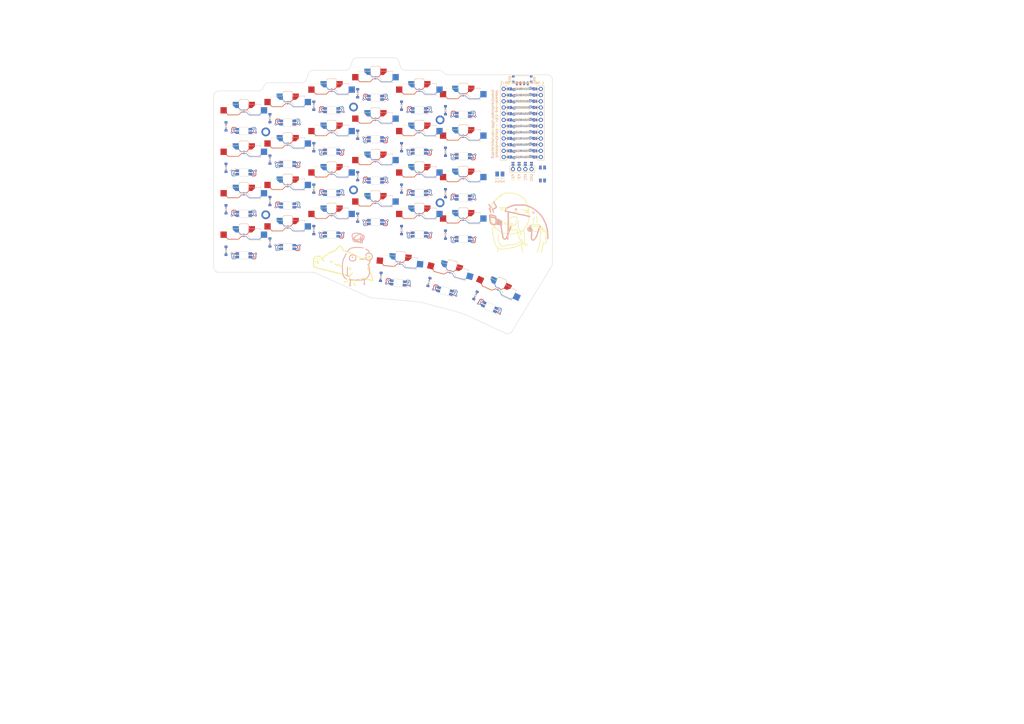
<source format=kicad_pcb>
(kicad_pcb (version 20240108) (generator "ergogen") (generator_version "4.1.0")
  (title_block (title "StackOverChonk") (date "2024-12-20") (rev "v1.0.0") (company "Aditya"))
  (layers (0 "F.Cu" signal) (31 "B.Cu" signal) (34 "B.Paste" user) (35 "F.Paste" user) (36 "B.SilkS" user "B.Silkscreen") (37 "F.SilkS" user "F.Silkscreen") (38 "B.Mask" user) (39 "F.Mask" user) (44 "Edge.Cuts" user))
  (net 0 "")
  (net 1 "matrix_outer_down")
  (net 2 "P18")
  (net 3 "matrix_outer_home")
  (net 4 "P19")
  (net 5 "matrix_outer_up")
  (net 6 "P20")
  (net 7 "matrix_outer_num")
  (net 8 "P21")
  (net 9 "matrix_pinky_down")
  (net 10 "matrix_pinky_home")
  (net 11 "matrix_pinky_up")
  (net 12 "matrix_pinky_num")
  (net 13 "matrix_ring_down")
  (net 14 "matrix_ring_home")
  (net 15 "matrix_ring_up")
  (net 16 "matrix_ring_num")
  (net 17 "matrix_middle_down")
  (net 18 "matrix_middle_home")
  (net 19 "matrix_middle_up")
  (net 20 "matrix_middle_num")
  (net 21 "matrix_index_down")
  (net 22 "matrix_index_home")
  (net 23 "matrix_index_up")
  (net 24 "matrix_index_num")
  (net 25 "matrix_inner_down")
  (net 26 "matrix_inner_home")
  (net 27 "matrix_inner_up")
  (net 28 "matrix_inner_num")
  (net 29 "thumbs_col1_cluster")
  (net 30 "P15")
  (net 31 "thumbs_col2_cluster")
  (net 32 "thumbs_col3_cluster")
  (net 33 "P1")
  (net 34 "GND")
  (net 35 "D1")
  (net 36 "D2")
  (net 37 "P0")
  (net 38 "P4")
  (net 39 "P5")
  (net 40 "P7")
  (net 41 "P8")
  (net 42 "RAW")
  (net 43 "RST")
  (net 44 "VCC")
  (net 45 "P14")
  (net 46 "P16")
  (net 47 "P10")
  (net 48 "P2")
  (net 49 "P3")
  (net 50 "P6")
  (net 51 "P9")
  (net 52 "P101")
  (net 53 "P102")
  (net 54 "P107")
  (net 55 "MCU1_24")
  (net 56 "MCU1_1")
  (net 57 "MCU1_23")
  (net 58 "MCU1_2")
  (net 59 "MCU1_22")
  (net 60 "MCU1_3")
  (net 61 "MCU1_21")
  (net 62 "MCU1_4")
  (net 63 "MCU1_20")
  (net 64 "MCU1_5")
  (net 65 "MCU1_19")
  (net 66 "MCU1_6")
  (net 67 "MCU1_18")
  (net 68 "MCU1_7")
  (net 69 "MCU1_17")
  (net 70 "MCU1_8")
  (net 71 "MCU1_16")
  (net 72 "MCU1_9")
  (net 73 "MCU1_15")
  (net 74 "MCU1_10")
  (net 75 "MCU1_14")
  (net 76 "MCU1_11")
  (net 77 "MCU1_13")
  (net 78 "MCU1_12")
  (net 79 "DISP1_1")
  (net 80 "DISP1_2")
  (net 81 "DISP1_3")
  (net 82 "DISP1_4")
  (net 83 "LED_4")
  (net 84 "LED_3")
  (net 85 "LED_16")
  (net 86 "LED_15")
  (net 87 "LED_5")
  (net 88 "LED_17")
  (net 89 "LED_6")
  (net 90 "LED_18")
  (net 91 "LED_7")
  (net 92 "LED_19")
  (net 93 "LED_8")
  (net 94 "LED_20")
  (net 95 "LED_9")
  (net 96 "LED_21")
  (net 97 "LED_14")
  (net 98 "LED_27")
  (net 99 "LED_26")
  (net 100 "LED_13")
  (net 101 "LED_25")
  (net 102 "LED_12")
  (net 103 "LED_24")
  (net 104 "LED_11")
  (net 105 "LED_23")
  (net 106 "LED_10")
  (net 107 "LED_22")
  (net 108 "LED_2")
  (net 109 "LED_1")
  (net 110 "pos")
  (footprint "ceoloide:diode_tht_sod123" (layer "F.Cu") (at 92.7 102.85 90)
    (property "Reference" "D1" hide)
  )
  (segment (start 92.7 101.19999999999999) (end 92.7 102.3) (width 0.25) (layer "F.Cu") (net 1))
  (via (at 92.7 102.3) (size 0.6) (drill 0.3) (layers "F.Cu" "B.Cu") (net 1))
  (segment (start 92.7 102.3) (end 92.7 101.19999999999999) (width 0.25) (layer "B.Cu") (net 1))
  (segment (start 92.7 104.5) (end 92.7 103.39999999999999) (width 0.25) (layer "F.Cu") (net 2))
  (via (at 92.7 103.39999999999999) (size 0.6) (drill 0.3) (layers "F.Cu" "B.Cu") (net 2))
  (segment (start 92.7 103.39999999999999) (end 92.7 104.5) (width 0.25) (layer "B.Cu") (net 2))
  (footprint "ceoloide:diode_tht_sod123" (layer "F.Cu") (at 92.7 85.85 90)
    (property "Reference" "D2" hide)
  )
  (segment (start 92.7 84.19999999999999) (end 92.7 85.3) (width 0.25) (layer "F.Cu") (net 3))
  (via (at 92.7 85.3) (size 0.6) (drill 0.3) (layers "F.Cu" "B.Cu") (net 3))
  (segment (start 92.7 85.3) (end 92.7 84.19999999999999) (width 0.25) (layer "B.Cu") (net 3))
  (segment (start 92.7 87.5) (end 92.7 86.39999999999999) (width 0.25) (layer "F.Cu") (net 4))
  (via (at 92.7 86.39999999999999) (size 0.6) (drill 0.3) (layers "F.Cu" "B.Cu") (net 4))
  (segment (start 92.7 86.39999999999999) (end 92.7 87.5) (width 0.25) (layer "B.Cu") (net 4))
  (footprint "ceoloide:diode_tht_sod123" (layer "F.Cu") (at 92.7 68.85 90)
    (property "Reference" "D3" hide)
  )
  (segment (start 92.7 67.19999999999999) (end 92.7 68.3) (width 0.25) (layer "F.Cu") (net 5))
  (via (at 92.7 68.3) (size 0.6) (drill 0.3) (layers "F.Cu" "B.Cu") (net 5))
  (segment (start 92.7 68.3) (end 92.7 67.19999999999999) (width 0.25) (layer "B.Cu") (net 5))
  (segment (start 92.7 70.5) (end 92.7 69.39999999999999) (width 0.25) (layer "F.Cu") (net 6))
  (via (at 92.7 69.39999999999999) (size 0.6) (drill 0.3) (layers "F.Cu" "B.Cu") (net 6))
  (segment (start 92.7 69.39999999999999) (end 92.7 70.5) (width 0.25) (layer "B.Cu") (net 6))
  (footprint "ceoloide:diode_tht_sod123" (layer "F.Cu") (at 92.7 51.85 90)
    (property "Reference" "D4" hide)
  )
  (segment (start 92.7 50.2) (end 92.7 51.300000000000004) (width 0.25) (layer "F.Cu") (net 7))
  (via (at 92.7 51.300000000000004) (size 0.6) (drill 0.3) (layers "F.Cu" "B.Cu") (net 7))
  (segment (start 92.7 51.300000000000004) (end 92.7 50.2) (width 0.25) (layer "B.Cu") (net 7))
  (segment (start 92.7 53.5) (end 92.7 52.4) (width 0.25) (layer "F.Cu") (net 8))
  (via (at 92.7 52.4) (size 0.6) (drill 0.3) (layers "F.Cu" "B.Cu") (net 8))
  (segment (start 92.7 52.4) (end 92.7 53.5) (width 0.25) (layer "B.Cu") (net 8))
  (footprint "ceoloide:diode_tht_sod123" (layer "F.Cu") (at 110.7 99.44999999999999 90)
    (property "Reference" "D5" hide)
  )
  (segment (start 110.7 97.79999999999998) (end 110.7 98.89999999999999) (width 0.25) (layer "F.Cu") (net 9))
  (via (at 110.7 98.89999999999999) (size 0.6) (drill 0.3) (layers "F.Cu" "B.Cu") (net 9))
  (segment (start 110.7 98.89999999999999) (end 110.7 97.79999999999998) (width 0.25) (layer "B.Cu") (net 9))
  (segment (start 110.7 101.1) (end 110.7 99.99999999999999) (width 0.25) (layer "F.Cu") (net 2))
  (via (at 110.7 99.99999999999999) (size 0.6) (drill 0.3) (layers "F.Cu" "B.Cu") (net 2))
  (segment (start 110.7 99.99999999999999) (end 110.7 101.1) (width 0.25) (layer "B.Cu") (net 2))
  (footprint "ceoloide:diode_tht_sod123" (layer "F.Cu") (at 110.7 82.44999999999999 90)
    (property "Reference" "D6" hide)
  )
  (segment (start 110.7 80.79999999999998) (end 110.7 81.89999999999999) (width 0.25) (layer "F.Cu") (net 10))
  (via (at 110.7 81.89999999999999) (size 0.6) (drill 0.3) (layers "F.Cu" "B.Cu") (net 10))
  (segment (start 110.7 81.89999999999999) (end 110.7 80.79999999999998) (width 0.25) (layer "B.Cu") (net 10))
  (segment (start 110.7 84.1) (end 110.7 82.99999999999999) (width 0.25) (layer "F.Cu") (net 4))
  (via (at 110.7 82.99999999999999) (size 0.6) (drill 0.3) (layers "F.Cu" "B.Cu") (net 4))
  (segment (start 110.7 82.99999999999999) (end 110.7 84.1) (width 0.25) (layer "B.Cu") (net 4))
  (footprint "ceoloide:diode_tht_sod123" (layer "F.Cu") (at 110.7 65.44999999999999 90)
    (property "Reference" "D7" hide)
  )
  (segment (start 110.7 63.79999999999999) (end 110.7 64.89999999999999) (width 0.25) (layer "F.Cu") (net 11))
  (via (at 110.7 64.89999999999999) (size 0.6) (drill 0.3) (layers "F.Cu" "B.Cu") (net 11))
  (segment (start 110.7 64.89999999999999) (end 110.7 63.79999999999999) (width 0.25) (layer "B.Cu") (net 11))
  (segment (start 110.7 67.1) (end 110.7 65.99999999999999) (width 0.25) (layer "F.Cu") (net 6))
  (via (at 110.7 65.99999999999999) (size 0.6) (drill 0.3) (layers "F.Cu" "B.Cu") (net 6))
  (segment (start 110.7 65.99999999999999) (end 110.7 67.1) (width 0.25) (layer "B.Cu") (net 6))
  (footprint "ceoloide:diode_tht_sod123" (layer "F.Cu") (at 110.7 48.449999999999996 90)
    (property "Reference" "D8" hide)
  )
  (segment (start 110.7 46.8) (end 110.7 47.9) (width 0.25) (layer "F.Cu") (net 12))
  (via (at 110.7 47.9) (size 0.6) (drill 0.3) (layers "F.Cu" "B.Cu") (net 12))
  (segment (start 110.7 47.9) (end 110.7 46.8) (width 0.25) (layer "B.Cu") (net 12))
  (segment (start 110.7 50.099999999999994) (end 110.7 48.99999999999999) (width 0.25) (layer "F.Cu") (net 8))
  (via (at 110.7 48.99999999999999) (size 0.6) (drill 0.3) (layers "F.Cu" "B.Cu") (net 8))
  (segment (start 110.7 48.99999999999999) (end 110.7 50.099999999999994) (width 0.25) (layer "B.Cu") (net 8))
  (footprint "ceoloide:diode_tht_sod123" (layer "F.Cu") (at 128.7 94.35 90)
    (property "Reference" "D9" hide)
  )
  (segment (start 128.7 92.69999999999999) (end 128.7 93.8) (width 0.25) (layer "F.Cu") (net 13))
  (via (at 128.7 93.8) (size 0.6) (drill 0.3) (layers "F.Cu" "B.Cu") (net 13))
  (segment (start 128.7 93.8) (end 128.7 92.69999999999999) (width 0.25) (layer "B.Cu") (net 13))
  (segment (start 128.7 96) (end 128.7 94.89999999999999) (width 0.25) (layer "F.Cu") (net 2))
  (via (at 128.7 94.89999999999999) (size 0.6) (drill 0.3) (layers "F.Cu" "B.Cu") (net 2))
  (segment (start 128.7 94.89999999999999) (end 128.7 96) (width 0.25) (layer "B.Cu") (net 2))
  (footprint "ceoloide:diode_tht_sod123" (layer "F.Cu") (at 128.7 77.35 90)
    (property "Reference" "D10" hide)
  )
  (segment (start 128.7 75.69999999999999) (end 128.7 76.8) (width 0.25) (layer "F.Cu") (net 14))
  (via (at 128.7 76.8) (size 0.6) (drill 0.3) (layers "F.Cu" "B.Cu") (net 14))
  (segment (start 128.7 76.8) (end 128.7 75.69999999999999) (width 0.25) (layer "B.Cu") (net 14))
  (segment (start 128.7 79) (end 128.7 77.89999999999999) (width 0.25) (layer "F.Cu") (net 4))
  (via (at 128.7 77.89999999999999) (size 0.6) (drill 0.3) (layers "F.Cu" "B.Cu") (net 4))
  (segment (start 128.7 77.89999999999999) (end 128.7 79) (width 0.25) (layer "B.Cu") (net 4))
  (footprint "ceoloide:diode_tht_sod123" (layer "F.Cu") (at 128.7 60.35 90)
    (property "Reference" "D11" hide)
  )
  (segment (start 128.7 58.7) (end 128.7 59.800000000000004) (width 0.25) (layer "F.Cu") (net 15))
  (via (at 128.7 59.800000000000004) (size 0.6) (drill 0.3) (layers "F.Cu" "B.Cu") (net 15))
  (segment (start 128.7 59.800000000000004) (end 128.7 58.7) (width 0.25) (layer "B.Cu") (net 15))
  (segment (start 128.7 62) (end 128.7 60.9) (width 0.25) (layer "F.Cu") (net 6))
  (via (at 128.7 60.9) (size 0.6) (drill 0.3) (layers "F.Cu" "B.Cu") (net 6))
  (segment (start 128.7 60.9) (end 128.7 62) (width 0.25) (layer "B.Cu") (net 6))
  (footprint "ceoloide:diode_tht_sod123" (layer "F.Cu") (at 128.7 43.35 90)
    (property "Reference" "D12" hide)
  )
  (segment (start 128.7 41.7) (end 128.7 42.800000000000004) (width 0.25) (layer "F.Cu") (net 16))
  (via (at 128.7 42.800000000000004) (size 0.6) (drill 0.3) (layers "F.Cu" "B.Cu") (net 16))
  (segment (start 128.7 42.800000000000004) (end 128.7 41.7) (width 0.25) (layer "B.Cu") (net 16))
  (segment (start 128.7 45) (end 128.7 43.9) (width 0.25) (layer "F.Cu") (net 8))
  (via (at 128.7 43.9) (size 0.6) (drill 0.3) (layers "F.Cu" "B.Cu") (net 8))
  (segment (start 128.7 43.9) (end 128.7 45) (width 0.25) (layer "B.Cu") (net 8))
  (footprint "ceoloide:diode_tht_sod123" (layer "F.Cu") (at 146.7 89.25 90)
    (property "Reference" "D13" hide)
  )
  (segment (start 146.7 87.6) (end 146.7 88.7) (width 0.25) (layer "F.Cu") (net 17))
  (via (at 146.7 88.7) (size 0.6) (drill 0.3) (layers "F.Cu" "B.Cu") (net 17))
  (segment (start 146.7 88.7) (end 146.7 87.6) (width 0.25) (layer "B.Cu") (net 17))
  (segment (start 146.7 90.9) (end 146.7 89.8) (width 0.25) (layer "F.Cu") (net 2))
  (via (at 146.7 89.8) (size 0.6) (drill 0.3) (layers "F.Cu" "B.Cu") (net 2))
  (segment (start 146.7 89.8) (end 146.7 90.9) (width 0.25) (layer "B.Cu") (net 2))
  (footprint "ceoloide:diode_tht_sod123" (layer "F.Cu") (at 146.7 72.25 90)
    (property "Reference" "D14" hide)
  )
  (segment (start 146.7 70.6) (end 146.7 71.7) (width 0.25) (layer "F.Cu") (net 18))
  (via (at 146.7 71.7) (size 0.6) (drill 0.3) (layers "F.Cu" "B.Cu") (net 18))
  (segment (start 146.7 71.7) (end 146.7 70.6) (width 0.25) (layer "B.Cu") (net 18))
  (segment (start 146.7 73.9) (end 146.7 72.8) (width 0.25) (layer "F.Cu") (net 4))
  (via (at 146.7 72.8) (size 0.6) (drill 0.3) (layers "F.Cu" "B.Cu") (net 4))
  (segment (start 146.7 72.8) (end 146.7 73.9) (width 0.25) (layer "B.Cu") (net 4))
  (footprint "ceoloide:diode_tht_sod123" (layer "F.Cu") (at 146.7 55.25000000000001 90)
    (property "Reference" "D15" hide)
  )
  (segment (start 146.7 53.60000000000001) (end 146.7 54.70000000000001) (width 0.25) (layer "F.Cu") (net 19))
  (via (at 146.7 54.70000000000001) (size 0.6) (drill 0.3) (layers "F.Cu" "B.Cu") (net 19))
  (segment (start 146.7 54.70000000000001) (end 146.7 53.60000000000001) (width 0.25) (layer "B.Cu") (net 19))
  (segment (start 146.7 56.900000000000006) (end 146.7 55.800000000000004) (width 0.25) (layer "F.Cu") (net 6))
  (via (at 146.7 55.800000000000004) (size 0.6) (drill 0.3) (layers "F.Cu" "B.Cu") (net 6))
  (segment (start 146.7 55.800000000000004) (end 146.7 56.900000000000006) (width 0.25) (layer "B.Cu") (net 6))
  (footprint "ceoloide:diode_tht_sod123" (layer "F.Cu") (at 146.7 38.25000000000001 90)
    (property "Reference" "D16" hide)
  )
  (segment (start 146.7 36.60000000000001) (end 146.7 37.70000000000001) (width 0.25) (layer "F.Cu") (net 20))
  (via (at 146.7 37.70000000000001) (size 0.6) (drill 0.3) (layers "F.Cu" "B.Cu") (net 20))
  (segment (start 146.7 37.70000000000001) (end 146.7 36.60000000000001) (width 0.25) (layer "B.Cu") (net 20))
  (segment (start 146.7 39.900000000000006) (end 146.7 38.800000000000004) (width 0.25) (layer "F.Cu") (net 8))
  (via (at 146.7 38.800000000000004) (size 0.6) (drill 0.3) (layers "F.Cu" "B.Cu") (net 8))
  (segment (start 146.7 38.800000000000004) (end 146.7 39.900000000000006) (width 0.25) (layer "B.Cu") (net 8))
  (footprint "ceoloide:diode_tht_sod123" (layer "F.Cu") (at 164.7 94.35 90)
    (property "Reference" "D17" hide)
  )
  (segment (start 164.7 92.69999999999999) (end 164.7 93.8) (width 0.25) (layer "F.Cu") (net 21))
  (via (at 164.7 93.8) (size 0.6) (drill 0.3) (layers "F.Cu" "B.Cu") (net 21))
  (segment (start 164.7 93.8) (end 164.7 92.69999999999999) (width 0.25) (layer "B.Cu") (net 21))
  (segment (start 164.7 96) (end 164.7 94.89999999999999) (width 0.25) (layer "F.Cu") (net 2))
  (via (at 164.7 94.89999999999999) (size 0.6) (drill 0.3) (layers "F.Cu" "B.Cu") (net 2))
  (segment (start 164.7 94.89999999999999) (end 164.7 96) (width 0.25) (layer "B.Cu") (net 2))
  (footprint "ceoloide:diode_tht_sod123" (layer "F.Cu") (at 164.7 77.35 90)
    (property "Reference" "D18" hide)
  )
  (segment (start 164.7 75.69999999999999) (end 164.7 76.8) (width 0.25) (layer "F.Cu") (net 22))
  (via (at 164.7 76.8) (size 0.6) (drill 0.3) (layers "F.Cu" "B.Cu") (net 22))
  (segment (start 164.7 76.8) (end 164.7 75.69999999999999) (width 0.25) (layer "B.Cu") (net 22))
  (segment (start 164.7 79) (end 164.7 77.89999999999999) (width 0.25) (layer "F.Cu") (net 4))
  (via (at 164.7 77.89999999999999) (size 0.6) (drill 0.3) (layers "F.Cu" "B.Cu") (net 4))
  (segment (start 164.7 77.89999999999999) (end 164.7 79) (width 0.25) (layer "B.Cu") (net 4))
  (footprint "ceoloide:diode_tht_sod123" (layer "F.Cu") (at 164.7 60.35 90)
    (property "Reference" "D19" hide)
  )
  (segment (start 164.7 58.7) (end 164.7 59.800000000000004) (width 0.25) (layer "F.Cu") (net 23))
  (via (at 164.7 59.800000000000004) (size 0.6) (drill 0.3) (layers "F.Cu" "B.Cu") (net 23))
  (segment (start 164.7 59.800000000000004) (end 164.7 58.7) (width 0.25) (layer "B.Cu") (net 23))
  (segment (start 164.7 62) (end 164.7 60.9) (width 0.25) (layer "F.Cu") (net 6))
  (via (at 164.7 60.9) (size 0.6) (drill 0.3) (layers "F.Cu" "B.Cu") (net 6))
  (segment (start 164.7 60.9) (end 164.7 62) (width 0.25) (layer "B.Cu") (net 6))
  (footprint "ceoloide:diode_tht_sod123" (layer "F.Cu") (at 164.7 43.35 90)
    (property "Reference" "D20" hide)
  )
  (segment (start 164.7 41.7) (end 164.7 42.800000000000004) (width 0.25) (layer "F.Cu") (net 24))
  (via (at 164.7 42.800000000000004) (size 0.6) (drill 0.3) (layers "F.Cu" "B.Cu") (net 24))
  (segment (start 164.7 42.800000000000004) (end 164.7 41.7) (width 0.25) (layer "B.Cu") (net 24))
  (segment (start 164.7 45) (end 164.7 43.9) (width 0.25) (layer "F.Cu") (net 8))
  (via (at 164.7 43.9) (size 0.6) (drill 0.3) (layers "F.Cu" "B.Cu") (net 8))
  (segment (start 164.7 43.9) (end 164.7 45) (width 0.25) (layer "B.Cu") (net 8))
  (footprint "ceoloide:diode_tht_sod123" (layer "F.Cu") (at 182.7 96.22 90)
    (property "Reference" "D21" hide)
  )
  (segment (start 182.7 94.57) (end 182.7 95.67) (width 0.25) (layer "F.Cu") (net 25))
  (via (at 182.7 95.67) (size 0.6) (drill 0.3) (layers "F.Cu" "B.Cu") (net 25))
  (segment (start 182.7 95.67) (end 182.7 94.57) (width 0.25) (layer "B.Cu") (net 25))
  (segment (start 182.7 97.87) (end 182.7 96.77) (width 0.25) (layer "F.Cu") (net 2))
  (via (at 182.7 96.77) (size 0.6) (drill 0.3) (layers "F.Cu" "B.Cu") (net 2))
  (segment (start 182.7 96.77) (end 182.7 97.87) (width 0.25) (layer "B.Cu") (net 2))
  (footprint "ceoloide:diode_tht_sod123" (layer "F.Cu") (at 182.7 79.22 90)
    (property "Reference" "D22" hide)
  )
  (segment (start 182.7 77.57) (end 182.7 78.67) (width 0.25) (layer "F.Cu") (net 26))
  (via (at 182.7 78.67) (size 0.6) (drill 0.3) (layers "F.Cu" "B.Cu") (net 26))
  (segment (start 182.7 78.67) (end 182.7 77.57) (width 0.25) (layer "B.Cu") (net 26))
  (segment (start 182.7 80.87) (end 182.7 79.77) (width 0.25) (layer "F.Cu") (net 4))
  (via (at 182.7 79.77) (size 0.6) (drill 0.3) (layers "F.Cu" "B.Cu") (net 4))
  (segment (start 182.7 79.77) (end 182.7 80.87) (width 0.25) (layer "B.Cu") (net 4))
  (footprint "ceoloide:diode_tht_sod123" (layer "F.Cu") (at 182.7 62.220000000000006 90)
    (property "Reference" "D23" hide)
  )
  (segment (start 182.7 60.57000000000001) (end 182.7 61.67000000000001) (width 0.25) (layer "F.Cu") (net 27))
  (via (at 182.7 61.67000000000001) (size 0.6) (drill 0.3) (layers "F.Cu" "B.Cu") (net 27))
  (segment (start 182.7 61.67000000000001) (end 182.7 60.57000000000001) (width 0.25) (layer "B.Cu") (net 27))
  (segment (start 182.7 63.870000000000005) (end 182.7 62.77) (width 0.25) (layer "F.Cu") (net 6))
  (via (at 182.7 62.77) (size 0.6) (drill 0.3) (layers "F.Cu" "B.Cu") (net 6))
  (segment (start 182.7 62.77) (end 182.7 63.870000000000005) (width 0.25) (layer "B.Cu") (net 6))
  (footprint "ceoloide:diode_tht_sod123" (layer "F.Cu") (at 182.7 45.220000000000006 90)
    (property "Reference" "D24" hide)
  )
  (segment (start 182.7 43.57000000000001) (end 182.7 44.67000000000001) (width 0.25) (layer "F.Cu") (net 28))
  (via (at 182.7 44.67000000000001) (size 0.6) (drill 0.3) (layers "F.Cu" "B.Cu") (net 28))
  (segment (start 182.7 44.67000000000001) (end 182.7 43.57000000000001) (width 0.25) (layer "B.Cu") (net 28))
  (segment (start 182.7 46.870000000000005) (end 182.7 45.77) (width 0.25) (layer "F.Cu") (net 8))
  (via (at 182.7 45.77) (size 0.6) (drill 0.3) (layers "F.Cu" "B.Cu") (net 8))
  (segment (start 182.7 45.77) (end 182.7 46.870000000000005) (width 0.25) (layer "B.Cu") (net 8))
  (footprint "ceoloide:diode_tht_sod123" (layer "F.Cu") (at 156.1859609 113.55966480000001 85)
    (property "Reference" "D25" hide)
  )
  (segment (start 156.3297679 111.91594350000001) (end 156.2338966 113.0117577) (width 0.25) (layer "F.Cu") (net 29))
  (via (at 156.2338966 113.0117577) (size 0.6) (drill 0.3) (layers "F.Cu" "B.Cu") (net 29))
  (segment (start 156.2338966 113.0117577) (end 156.3297679 111.91594350000001) (width 0.25) (layer "B.Cu") (net 29))
  (segment (start 156.0421539 115.2033861) (end 156.1380252 114.10757190000001) (width 0.25) (layer "F.Cu") (net 30))
  (via (at 156.1380252 114.10757190000001) (size 0.6) (drill 0.3) (layers "F.Cu" "B.Cu") (net 30))
  (segment (start 156.1380252 114.10757190000001) (end 156.0421539 115.2033861) (width 0.25) (layer "B.Cu") (net 30))
  (footprint "ceoloide:diode_tht_sod123" (layer "F.Cu") (at 175.9324813 115.66975500000001 75)
    (property "Reference" "D26" hide)
  )
  (segment (start 176.35953270000002 114.07597740000001) (end 176.0748318 115.13849580000002) (width 0.25) (layer "F.Cu") (net 31))
  (via (at 176.0748318 115.13849580000002) (size 0.6) (drill 0.3) (layers "F.Cu" "B.Cu") (net 31))
  (segment (start 176.0748318 115.13849580000002) (end 176.35953270000002 114.07597740000001) (width 0.25) (layer "B.Cu") (net 31))
  (segment (start 175.5054299 117.2635326) (end 175.79013080000001 116.2010142) (width 0.25) (layer "F.Cu") (net 30))
  (via (at 175.79013080000001 116.2010142) (size 0.6) (drill 0.3) (layers "F.Cu" "B.Cu") (net 30))
  (segment (start 175.79013080000001 116.2010142) (end 175.5054299 117.2635326) (width 0.25) (layer "B.Cu") (net 30))
  (footprint "ceoloide:diode_tht_sod123" (layer "F.Cu") (at 195.01259430000002 121.1767355 65)
    (property "Reference" "D27" hide)
  )
  (segment (start 195.70991440000003 119.68132770000001) (end 195.24503430000001 120.67826620000001) (width 0.25) (layer "F.Cu") (net 32))
  (via (at 195.24503430000001 120.67826620000001) (size 0.6) (drill 0.3) (layers "F.Cu" "B.Cu") (net 32))
  (segment (start 195.24503430000001 120.67826620000001) (end 195.70991440000003 119.68132770000001) (width 0.25) (layer "B.Cu") (net 32))
  (segment (start 194.3152742 122.6721433) (end 194.78015430000002 121.6752048) (width 0.25) (layer "F.Cu") (net 30))
  (via (at 194.78015430000002 121.6752048) (size 0.6) (drill 0.3) (layers "F.Cu" "B.Cu") (net 30))
  (segment (start 194.78015430000002 121.6752048) (end 194.3152742 122.6721433) (width 0.25) (layer "B.Cu") (net 30))
  (footprint "ceoloide:switch_choc_v1_v2" (layer "B.Cu") (at 100 100 0)
    (property "Reference" "S1" hide)
  )
  (segment (start 103.275 94.05) (end 101.2 96.125) (width 0.2) (layer "F.Cu") (net 33))
  (segment (start 101.2 96.125) (end 100 96.125) (width 0.2) (layer "F.Cu") (net 33))
  (via (at 100 96.125) (size 0.6) (drill 0.3) (layers "F.Cu" "B.Cu") (net 33))
  (segment (start 98.8 96.125) (end 100 96.125) (width 0.2) (layer "B.Cu") (net 33))
  (segment (start 96.725 94.05) (end 98.8 96.125) (width 0.2) (layer "B.Cu") (net 33))
  (segment (start 93.579 98.104) (end 97.846 98.104) (width 0.2) (layer "F.Cu") (net 1))
  (segment (start 99.025 96.925) (end 100 96.925) (width 0.2) (layer "F.Cu") (net 1))
  (segment (start 91.725 96.25) (end 93.579 98.104) (width 0.2) (layer "F.Cu") (net 1))
  (segment (start 97.846 98.104) (end 99.025 96.925) (width 0.2) (layer "F.Cu") (net 1))
  (via (at 100 96.925) (size 0.6) (drill 0.3) (layers "F.Cu" "B.Cu") (net 1))
  (segment (start 102.140166 98.104) (end 100.961166 96.925) (width 0.2) (layer "B.Cu") (net 1))
  (segment (start 106.421 98.104) (end 102.140166 98.104) (width 0.2) (layer "B.Cu") (net 1))
  (segment (start 100.961166 96.925) (end 100 96.925) (width 0.2) (layer "B.Cu") (net 1))
  (segment (start 108.275 96.25) (end 106.421 98.104) (width 0.2) (layer "B.Cu") (net 1))
  (footprint "ceoloide:switch_choc_v1_v2" (layer "B.Cu") (at 100 83 0)
    (property "Reference" "S2" hide)
  )
  (segment (start 103.275 77.05) (end 101.2 79.125) (width 0.2) (layer "F.Cu") (net 33))
  (segment (start 101.2 79.125) (end 100 79.125) (width 0.2) (layer "F.Cu") (net 33))
  (via (at 100 79.125) (size 0.6) (drill 0.3) (layers "F.Cu" "B.Cu") (net 33))
  (segment (start 98.8 79.125) (end 100 79.125) (width 0.2) (layer "B.Cu") (net 33))
  (segment (start 96.725 77.05) (end 98.8 79.125) (width 0.2) (layer "B.Cu") (net 33))
  (segment (start 93.579 81.104) (end 97.846 81.104) (width 0.2) (layer "F.Cu") (net 3))
  (segment (start 99.025 79.925) (end 100 79.925) (width 0.2) (layer "F.Cu") (net 3))
  (segment (start 91.725 79.25) (end 93.579 81.104) (width 0.2) (layer "F.Cu") (net 3))
  (segment (start 97.846 81.104) (end 99.025 79.925) (width 0.2) (layer "F.Cu") (net 3))
  (via (at 100 79.925) (size 0.6) (drill 0.3) (layers "F.Cu" "B.Cu") (net 3))
  (segment (start 102.140166 81.104) (end 100.961166 79.925) (width 0.2) (layer "B.Cu") (net 3))
  (segment (start 106.421 81.104) (end 102.140166 81.104) (width 0.2) (layer "B.Cu") (net 3))
  (segment (start 100.961166 79.925) (end 100 79.925) (width 0.2) (layer "B.Cu") (net 3))
  (segment (start 108.275 79.25) (end 106.421 81.104) (width 0.2) (layer "B.Cu") (net 3))
  (footprint "ceoloide:switch_choc_v1_v2" (layer "B.Cu") (at 100 66 0)
    (property "Reference" "S3" hide)
  )
  (segment (start 103.275 60.05) (end 101.2 62.125) (width 0.2) (layer "F.Cu") (net 33))
  (segment (start 101.2 62.125) (end 100 62.125) (width 0.2) (layer "F.Cu") (net 33))
  (via (at 100 62.125) (size 0.6) (drill 0.3) (layers "F.Cu" "B.Cu") (net 33))
  (segment (start 98.8 62.125) (end 100 62.125) (width 0.2) (layer "B.Cu") (net 33))
  (segment (start 96.725 60.05) (end 98.8 62.125) (width 0.2) (layer "B.Cu") (net 33))
  (segment (start 93.579 64.104) (end 97.846 64.104) (width 0.2) (layer "F.Cu") (net 5))
  (segment (start 99.025 62.925) (end 100 62.925) (width 0.2) (layer "F.Cu") (net 5))
  (segment (start 91.725 62.25) (end 93.579 64.104) (width 0.2) (layer "F.Cu") (net 5))
  (segment (start 97.846 64.104) (end 99.025 62.925) (width 0.2) (layer "F.Cu") (net 5))
  (via (at 100 62.925) (size 0.6) (drill 0.3) (layers "F.Cu" "B.Cu") (net 5))
  (segment (start 102.140166 64.104) (end 100.961166 62.925) (width 0.2) (layer "B.Cu") (net 5))
  (segment (start 106.421 64.104) (end 102.140166 64.104) (width 0.2) (layer "B.Cu") (net 5))
  (segment (start 100.961166 62.925) (end 100 62.925) (width 0.2) (layer "B.Cu") (net 5))
  (segment (start 108.275 62.25) (end 106.421 64.104) (width 0.2) (layer "B.Cu") (net 5))
  (footprint "ceoloide:switch_choc_v1_v2" (layer "B.Cu") (at 100 49 0)
    (property "Reference" "S4" hide)
  )
  (segment (start 103.275 43.05) (end 101.2 45.125) (width 0.2) (layer "F.Cu") (net 33))
  (segment (start 101.2 45.125) (end 100 45.125) (width 0.2) (layer "F.Cu") (net 33))
  (via (at 100 45.125) (size 0.6) (drill 0.3) (layers "F.Cu" "B.Cu") (net 33))
  (segment (start 98.8 45.125) (end 100 45.125) (width 0.2) (layer "B.Cu") (net 33))
  (segment (start 96.725 43.05) (end 98.8 45.125) (width 0.2) (layer "B.Cu") (net 33))
  (segment (start 93.579 47.104) (end 97.846 47.104) (width 0.2) (layer "F.Cu") (net 7))
  (segment (start 99.025 45.925) (end 100 45.925) (width 0.2) (layer "F.Cu") (net 7))
  (segment (start 91.725 45.25) (end 93.579 47.104) (width 0.2) (layer "F.Cu") (net 7))
  (segment (start 97.846 47.104) (end 99.025 45.925) (width 0.2) (layer "F.Cu") (net 7))
  (via (at 100 45.925) (size 0.6) (drill 0.3) (layers "F.Cu" "B.Cu") (net 7))
  (segment (start 102.140166 47.104) (end 100.961166 45.925) (width 0.2) (layer "B.Cu") (net 7))
  (segment (start 106.421 47.104) (end 102.140166 47.104) (width 0.2) (layer "B.Cu") (net 7))
  (segment (start 100.961166 45.925) (end 100 45.925) (width 0.2) (layer "B.Cu") (net 7))
  (segment (start 108.275 45.25) (end 106.421 47.104) (width 0.2) (layer "B.Cu") (net 7))
  (footprint "ceoloide:switch_choc_v1_v2" (layer "B.Cu") (at 118 96.6 0)
    (property "Reference" "S5" hide)
  )
  (segment (start 121.275 90.64999999999999) (end 119.2 92.725) (width 0.2) (layer "F.Cu") (net 37))
  (segment (start 119.2 92.725) (end 118 92.725) (width 0.2) (layer "F.Cu") (net 37))
  (via (at 118 92.725) (size 0.6) (drill 0.3) (layers "F.Cu" "B.Cu") (net 37))
  (segment (start 116.8 92.725) (end 118 92.725) (width 0.2) (layer "B.Cu") (net 37))
  (segment (start 114.725 90.64999999999999) (end 116.8 92.725) (width 0.2) (layer "B.Cu") (net 37))
  (segment (start 111.579 94.704) (end 115.846 94.704) (width 0.2) (layer "F.Cu") (net 9))
  (segment (start 117.025 93.52499999999999) (end 118 93.52499999999999) (width 0.2) (layer "F.Cu") (net 9))
  (segment (start 109.725 92.85) (end 111.579 94.704) (width 0.2) (layer "F.Cu") (net 9))
  (segment (start 115.846 94.704) (end 117.025 93.52499999999999) (width 0.2) (layer "F.Cu") (net 9))
  (via (at 118 93.52499999999999) (size 0.6) (drill 0.3) (layers "F.Cu" "B.Cu") (net 9))
  (segment (start 120.140166 94.704) (end 118.961166 93.52499999999999) (width 0.2) (layer "B.Cu") (net 9))
  (segment (start 124.421 94.704) (end 120.140166 94.704) (width 0.2) (layer "B.Cu") (net 9))
  (segment (start 118.961166 93.52499999999999) (end 118 93.52499999999999) (width 0.2) (layer "B.Cu") (net 9))
  (segment (start 126.275 92.85) (end 124.421 94.704) (width 0.2) (layer "B.Cu") (net 9))
  (footprint "ceoloide:switch_choc_v1_v2" (layer "B.Cu") (at 118 79.6 0)
    (property "Reference" "S6" hide)
  )
  (segment (start 121.275 73.64999999999999) (end 119.2 75.725) (width 0.2) (layer "F.Cu") (net 37))
  (segment (start 119.2 75.725) (end 118 75.725) (width 0.2) (layer "F.Cu") (net 37))
  (via (at 118 75.725) (size 0.6) (drill 0.3) (layers "F.Cu" "B.Cu") (net 37))
  (segment (start 116.8 75.725) (end 118 75.725) (width 0.2) (layer "B.Cu") (net 37))
  (segment (start 114.725 73.64999999999999) (end 116.8 75.725) (width 0.2) (layer "B.Cu") (net 37))
  (segment (start 111.579 77.704) (end 115.846 77.704) (width 0.2) (layer "F.Cu") (net 10))
  (segment (start 117.025 76.52499999999999) (end 118 76.52499999999999) (width 0.2) (layer "F.Cu") (net 10))
  (segment (start 109.725 75.85) (end 111.579 77.704) (width 0.2) (layer "F.Cu") (net 10))
  (segment (start 115.846 77.704) (end 117.025 76.52499999999999) (width 0.2) (layer "F.Cu") (net 10))
  (via (at 118 76.52499999999999) (size 0.6) (drill 0.3) (layers "F.Cu" "B.Cu") (net 10))
  (segment (start 120.140166 77.704) (end 118.961166 76.52499999999999) (width 0.2) (layer "B.Cu") (net 10))
  (segment (start 124.421 77.704) (end 120.140166 77.704) (width 0.2) (layer "B.Cu") (net 10))
  (segment (start 118.961166 76.52499999999999) (end 118 76.52499999999999) (width 0.2) (layer "B.Cu") (net 10))
  (segment (start 126.275 75.85) (end 124.421 77.704) (width 0.2) (layer "B.Cu") (net 10))
  (footprint "ceoloide:switch_choc_v1_v2" (layer "B.Cu") (at 118 62.599999999999994 0)
    (property "Reference" "S7" hide)
  )
  (segment (start 121.275 56.64999999999999) (end 119.2 58.724999999999994) (width 0.2) (layer "F.Cu") (net 37))
  (segment (start 119.2 58.724999999999994) (end 118 58.724999999999994) (width 0.2) (layer "F.Cu") (net 37))
  (via (at 118 58.724999999999994) (size 0.6) (drill 0.3) (layers "F.Cu" "B.Cu") (net 37))
  (segment (start 116.8 58.724999999999994) (end 118 58.724999999999994) (width 0.2) (layer "B.Cu") (net 37))
  (segment (start 114.725 56.64999999999999) (end 116.8 58.724999999999994) (width 0.2) (layer "B.Cu") (net 37))
  (segment (start 111.579 60.70399999999999) (end 115.846 60.70399999999999) (width 0.2) (layer "F.Cu") (net 11))
  (segment (start 117.025 59.52499999999999) (end 118 59.52499999999999) (width 0.2) (layer "F.Cu") (net 11))
  (segment (start 109.725 58.849999999999994) (end 111.579 60.70399999999999) (width 0.2) (layer "F.Cu") (net 11))
  (segment (start 115.846 60.70399999999999) (end 117.025 59.52499999999999) (width 0.2) (layer "F.Cu") (net 11))
  (via (at 118 59.52499999999999) (size 0.6) (drill 0.3) (layers "F.Cu" "B.Cu") (net 11))
  (segment (start 120.140166 60.70399999999999) (end 118.961166 59.52499999999999) (width 0.2) (layer "B.Cu") (net 11))
  (segment (start 124.421 60.70399999999999) (end 120.140166 60.70399999999999) (width 0.2) (layer "B.Cu") (net 11))
  (segment (start 118.961166 59.52499999999999) (end 118 59.52499999999999) (width 0.2) (layer "B.Cu") (net 11))
  (segment (start 126.275 58.849999999999994) (end 124.421 60.70399999999999) (width 0.2) (layer "B.Cu") (net 11))
  (footprint "ceoloide:switch_choc_v1_v2" (layer "B.Cu") (at 118 45.599999999999994 0)
    (property "Reference" "S8" hide)
  )
  (segment (start 121.275 39.64999999999999) (end 119.2 41.724999999999994) (width 0.2) (layer "F.Cu") (net 37))
  (segment (start 119.2 41.724999999999994) (end 118 41.724999999999994) (width 0.2) (layer "F.Cu") (net 37))
  (via (at 118 41.724999999999994) (size 0.6) (drill 0.3) (layers "F.Cu" "B.Cu") (net 37))
  (segment (start 116.8 41.724999999999994) (end 118 41.724999999999994) (width 0.2) (layer "B.Cu") (net 37))
  (segment (start 114.725 39.64999999999999) (end 116.8 41.724999999999994) (width 0.2) (layer "B.Cu") (net 37))
  (segment (start 111.579 43.70399999999999) (end 115.846 43.70399999999999) (width 0.2) (layer "F.Cu") (net 12))
  (segment (start 117.025 42.52499999999999) (end 118 42.52499999999999) (width 0.2) (layer "F.Cu") (net 12))
  (segment (start 109.725 41.849999999999994) (end 111.579 43.70399999999999) (width 0.2) (layer "F.Cu") (net 12))
  (segment (start 115.846 43.70399999999999) (end 117.025 42.52499999999999) (width 0.2) (layer "F.Cu") (net 12))
  (via (at 118 42.52499999999999) (size 0.6) (drill 0.3) (layers "F.Cu" "B.Cu") (net 12))
  (segment (start 120.140166 43.70399999999999) (end 118.961166 42.52499999999999) (width 0.2) (layer "B.Cu") (net 12))
  (segment (start 124.421 43.70399999999999) (end 120.140166 43.70399999999999) (width 0.2) (layer "B.Cu") (net 12))
  (segment (start 118.961166 42.52499999999999) (end 118 42.52499999999999) (width 0.2) (layer "B.Cu") (net 12))
  (segment (start 126.275 41.849999999999994) (end 124.421 43.70399999999999) (width 0.2) (layer "B.Cu") (net 12))
  (footprint "ceoloide:switch_choc_v1_v2" (layer "B.Cu") (at 136 91.5 0)
    (property "Reference" "S9" hide)
  )
  (segment (start 139.275 85.55) (end 137.2 87.625) (width 0.2) (layer "F.Cu") (net 38))
  (segment (start 137.2 87.625) (end 136 87.625) (width 0.2) (layer "F.Cu") (net 38))
  (via (at 136 87.625) (size 0.6) (drill 0.3) (layers "F.Cu" "B.Cu") (net 38))
  (segment (start 134.8 87.625) (end 136 87.625) (width 0.2) (layer "B.Cu") (net 38))
  (segment (start 132.725 85.55) (end 134.8 87.625) (width 0.2) (layer "B.Cu") (net 38))
  (segment (start 129.579 89.604) (end 133.846 89.604) (width 0.2) (layer "F.Cu") (net 13))
  (segment (start 135.025 88.425) (end 136 88.425) (width 0.2) (layer "F.Cu") (net 13))
  (segment (start 127.725 87.75) (end 129.579 89.604) (width 0.2) (layer "F.Cu") (net 13))
  (segment (start 133.846 89.604) (end 135.025 88.425) (width 0.2) (layer "F.Cu") (net 13))
  (via (at 136 88.425) (size 0.6) (drill 0.3) (layers "F.Cu" "B.Cu") (net 13))
  (segment (start 138.140166 89.604) (end 136.961166 88.425) (width 0.2) (layer "B.Cu") (net 13))
  (segment (start 142.421 89.604) (end 138.140166 89.604) (width 0.2) (layer "B.Cu") (net 13))
  (segment (start 136.961166 88.425) (end 136 88.425) (width 0.2) (layer "B.Cu") (net 13))
  (segment (start 144.275 87.75) (end 142.421 89.604) (width 0.2) (layer "B.Cu") (net 13))
  (footprint "ceoloide:switch_choc_v1_v2" (layer "B.Cu") (at 136 74.5 0)
    (property "Reference" "S10" hide)
  )
  (segment (start 139.275 68.55) (end 137.2 70.625) (width 0.2) (layer "F.Cu") (net 38))
  (segment (start 137.2 70.625) (end 136 70.625) (width 0.2) (layer "F.Cu") (net 38))
  (via (at 136 70.625) (size 0.6) (drill 0.3) (layers "F.Cu" "B.Cu") (net 38))
  (segment (start 134.8 70.625) (end 136 70.625) (width 0.2) (layer "B.Cu") (net 38))
  (segment (start 132.725 68.55) (end 134.8 70.625) (width 0.2) (layer "B.Cu") (net 38))
  (segment (start 129.579 72.604) (end 133.846 72.604) (width 0.2) (layer "F.Cu") (net 14))
  (segment (start 135.025 71.425) (end 136 71.425) (width 0.2) (layer "F.Cu") (net 14))
  (segment (start 127.725 70.75) (end 129.579 72.604) (width 0.2) (layer "F.Cu") (net 14))
  (segment (start 133.846 72.604) (end 135.025 71.425) (width 0.2) (layer "F.Cu") (net 14))
  (via (at 136 71.425) (size 0.6) (drill 0.3) (layers "F.Cu" "B.Cu") (net 14))
  (segment (start 138.140166 72.604) (end 136.961166 71.425) (width 0.2) (layer "B.Cu") (net 14))
  (segment (start 142.421 72.604) (end 138.140166 72.604) (width 0.2) (layer "B.Cu") (net 14))
  (segment (start 136.961166 71.425) (end 136 71.425) (width 0.2) (layer "B.Cu") (net 14))
  (segment (start 144.275 70.75) (end 142.421 72.604) (width 0.2) (layer "B.Cu") (net 14))
  (footprint "ceoloide:switch_choc_v1_v2" (layer "B.Cu") (at 136 57.5 0)
    (property "Reference" "S11" hide)
  )
  (segment (start 139.275 51.55) (end 137.2 53.625) (width 0.2) (layer "F.Cu") (net 38))
  (segment (start 137.2 53.625) (end 136 53.625) (width 0.2) (layer "F.Cu") (net 38))
  (via (at 136 53.625) (size 0.6) (drill 0.3) (layers "F.Cu" "B.Cu") (net 38))
  (segment (start 134.8 53.625) (end 136 53.625) (width 0.2) (layer "B.Cu") (net 38))
  (segment (start 132.725 51.55) (end 134.8 53.625) (width 0.2) (layer "B.Cu") (net 38))
  (segment (start 129.579 55.604) (end 133.846 55.604) (width 0.2) (layer "F.Cu") (net 15))
  (segment (start 135.025 54.425) (end 136 54.425) (width 0.2) (layer "F.Cu") (net 15))
  (segment (start 127.725 53.75) (end 129.579 55.604) (width 0.2) (layer "F.Cu") (net 15))
  (segment (start 133.846 55.604) (end 135.025 54.425) (width 0.2) (layer "F.Cu") (net 15))
  (via (at 136 54.425) (size 0.6) (drill 0.3) (layers "F.Cu" "B.Cu") (net 15))
  (segment (start 138.140166 55.604) (end 136.961166 54.425) (width 0.2) (layer "B.Cu") (net 15))
  (segment (start 142.421 55.604) (end 138.140166 55.604) (width 0.2) (layer "B.Cu") (net 15))
  (segment (start 136.961166 54.425) (end 136 54.425) (width 0.2) (layer "B.Cu") (net 15))
  (segment (start 144.275 53.75) (end 142.421 55.604) (width 0.2) (layer "B.Cu") (net 15))
  (footprint "ceoloide:switch_choc_v1_v2" (layer "B.Cu") (at 136 40.5 0)
    (property "Reference" "S12" hide)
  )
  (segment (start 139.275 34.55) (end 137.2 36.625) (width 0.2) (layer "F.Cu") (net 38))
  (segment (start 137.2 36.625) (end 136 36.625) (width 0.2) (layer "F.Cu") (net 38))
  (via (at 136 36.625) (size 0.6) (drill 0.3) (layers "F.Cu" "B.Cu") (net 38))
  (segment (start 134.8 36.625) (end 136 36.625) (width 0.2) (layer "B.Cu") (net 38))
  (segment (start 132.725 34.55) (end 134.8 36.625) (width 0.2) (layer "B.Cu") (net 38))
  (segment (start 129.579 38.604) (end 133.846 38.604) (width 0.2) (layer "F.Cu") (net 16))
  (segment (start 135.025 37.425) (end 136 37.425) (width 0.2) (layer "F.Cu") (net 16))
  (segment (start 127.725 36.75) (end 129.579 38.604) (width 0.2) (layer "F.Cu") (net 16))
  (segment (start 133.846 38.604) (end 135.025 37.425) (width 0.2) (layer "F.Cu") (net 16))
  (via (at 136 37.425) (size 0.6) (drill 0.3) (layers "F.Cu" "B.Cu") (net 16))
  (segment (start 138.140166 38.604) (end 136.961166 37.425) (width 0.2) (layer "B.Cu") (net 16))
  (segment (start 142.421 38.604) (end 138.140166 38.604) (width 0.2) (layer "B.Cu") (net 16))
  (segment (start 136.961166 37.425) (end 136 37.425) (width 0.2) (layer "B.Cu") (net 16))
  (segment (start 144.275 36.75) (end 142.421 38.604) (width 0.2) (layer "B.Cu") (net 16))
  (footprint "ceoloide:switch_choc_v1_v2" (layer "B.Cu") (at 154 86.4 0)
    (property "Reference" "S13" hide)
  )
  (segment (start 157.275 80.45) (end 155.2 82.525) (width 0.2) (layer "F.Cu") (net 39))
  (segment (start 155.2 82.525) (end 154 82.525) (width 0.2) (layer "F.Cu") (net 39))
  (via (at 154 82.525) (size 0.6) (drill 0.3) (layers "F.Cu" "B.Cu") (net 39))
  (segment (start 152.8 82.525) (end 154 82.525) (width 0.2) (layer "B.Cu") (net 39))
  (segment (start 150.725 80.45) (end 152.8 82.525) (width 0.2) (layer "B.Cu") (net 39))
  (segment (start 147.579 84.504) (end 151.846 84.504) (width 0.2) (layer "F.Cu") (net 17))
  (segment (start 153.025 83.325) (end 154 83.325) (width 0.2) (layer "F.Cu") (net 17))
  (segment (start 145.725 82.65) (end 147.579 84.504) (width 0.2) (layer "F.Cu") (net 17))
  (segment (start 151.846 84.504) (end 153.025 83.325) (width 0.2) (layer "F.Cu") (net 17))
  (via (at 154 83.325) (size 0.6) (drill 0.3) (layers "F.Cu" "B.Cu") (net 17))
  (segment (start 156.140166 84.504) (end 154.961166 83.325) (width 0.2) (layer "B.Cu") (net 17))
  (segment (start 160.421 84.504) (end 156.140166 84.504) (width 0.2) (layer "B.Cu") (net 17))
  (segment (start 154.961166 83.325) (end 154 83.325) (width 0.2) (layer "B.Cu") (net 17))
  (segment (start 162.275 82.65) (end 160.421 84.504) (width 0.2) (layer "B.Cu") (net 17))
  (footprint "ceoloide:switch_choc_v1_v2" (layer "B.Cu") (at 154 69.4 0)
    (property "Reference" "S14" hide)
  )
  (segment (start 157.275 63.45) (end 155.2 65.525) (width 0.2) (layer "F.Cu") (net 39))
  (segment (start 155.2 65.525) (end 154 65.525) (width 0.2) (layer "F.Cu") (net 39))
  (via (at 154 65.525) (size 0.6) (drill 0.3) (layers "F.Cu" "B.Cu") (net 39))
  (segment (start 152.8 65.525) (end 154 65.525) (width 0.2) (layer "B.Cu") (net 39))
  (segment (start 150.725 63.45) (end 152.8 65.525) (width 0.2) (layer "B.Cu") (net 39))
  (segment (start 147.579 67.504) (end 151.846 67.504) (width 0.2) (layer "F.Cu") (net 18))
  (segment (start 153.025 66.325) (end 154 66.325) (width 0.2) (layer "F.Cu") (net 18))
  (segment (start 145.725 65.65) (end 147.579 67.504) (width 0.2) (layer "F.Cu") (net 18))
  (segment (start 151.846 67.504) (end 153.025 66.325) (width 0.2) (layer "F.Cu") (net 18))
  (via (at 154 66.325) (size 0.6) (drill 0.3) (layers "F.Cu" "B.Cu") (net 18))
  (segment (start 156.140166 67.504) (end 154.961166 66.325) (width 0.2) (layer "B.Cu") (net 18))
  (segment (start 160.421 67.504) (end 156.140166 67.504) (width 0.2) (layer "B.Cu") (net 18))
  (segment (start 154.961166 66.325) (end 154 66.325) (width 0.2) (layer "B.Cu") (net 18))
  (segment (start 162.275 65.65) (end 160.421 67.504) (width 0.2) (layer "B.Cu") (net 18))
  (footprint "ceoloide:switch_choc_v1_v2" (layer "B.Cu") (at 154 52.400000000000006 0)
    (property "Reference" "S15" hide)
  )
  (segment (start 157.275 46.45) (end 155.2 48.525000000000006) (width 0.2) (layer "F.Cu") (net 39))
  (segment (start 155.2 48.525000000000006) (end 154 48.525000000000006) (width 0.2) (layer "F.Cu") (net 39))
  (via (at 154 48.525000000000006) (size 0.6) (drill 0.3) (layers "F.Cu" "B.Cu") (net 39))
  (segment (start 152.8 48.525000000000006) (end 154 48.525000000000006) (width 0.2) (layer "B.Cu") (net 39))
  (segment (start 150.725 46.45) (end 152.8 48.525000000000006) (width 0.2) (layer "B.Cu") (net 39))
  (segment (start 147.579 50.504000000000005) (end 151.846 50.504000000000005) (width 0.2) (layer "F.Cu") (net 19))
  (segment (start 153.025 49.325) (end 154 49.325) (width 0.2) (layer "F.Cu") (net 19))
  (segment (start 145.725 48.650000000000006) (end 147.579 50.504000000000005) (width 0.2) (layer "F.Cu") (net 19))
  (segment (start 151.846 50.504000000000005) (end 153.025 49.325) (width 0.2) (layer "F.Cu") (net 19))
  (via (at 154 49.325) (size 0.6) (drill 0.3) (layers "F.Cu" "B.Cu") (net 19))
  (segment (start 156.140166 50.504000000000005) (end 154.961166 49.325) (width 0.2) (layer "B.Cu") (net 19))
  (segment (start 160.421 50.504000000000005) (end 156.140166 50.504000000000005) (width 0.2) (layer "B.Cu") (net 19))
  (segment (start 154.961166 49.325) (end 154 49.325) (width 0.2) (layer "B.Cu") (net 19))
  (segment (start 162.275 48.650000000000006) (end 160.421 50.504000000000005) (width 0.2) (layer "B.Cu") (net 19))
  (footprint "ceoloide:switch_choc_v1_v2" (layer "B.Cu") (at 154 35.400000000000006 0)
    (property "Reference" "S16" hide)
  )
  (segment (start 157.275 29.450000000000006) (end 155.2 31.525000000000006) (width 0.2) (layer "F.Cu") (net 39))
  (segment (start 155.2 31.525000000000006) (end 154 31.525000000000006) (width 0.2) (layer "F.Cu") (net 39))
  (via (at 154 31.525000000000006) (size 0.6) (drill 0.3) (layers "F.Cu" "B.Cu") (net 39))
  (segment (start 152.8 31.525000000000006) (end 154 31.525000000000006) (width 0.2) (layer "B.Cu") (net 39))
  (segment (start 150.725 29.450000000000006) (end 152.8 31.525000000000006) (width 0.2) (layer "B.Cu") (net 39))
  (segment (start 147.579 33.504000000000005) (end 151.846 33.504000000000005) (width 0.2) (layer "F.Cu") (net 20))
  (segment (start 153.025 32.325) (end 154 32.325) (width 0.2) (layer "F.Cu") (net 20))
  (segment (start 145.725 31.650000000000006) (end 147.579 33.504000000000005) (width 0.2) (layer "F.Cu") (net 20))
  (segment (start 151.846 33.504000000000005) (end 153.025 32.325) (width 0.2) (layer "F.Cu") (net 20))
  (via (at 154 32.325) (size 0.6) (drill 0.3) (layers "F.Cu" "B.Cu") (net 20))
  (segment (start 156.140166 33.504000000000005) (end 154.961166 32.325) (width 0.2) (layer "B.Cu") (net 20))
  (segment (start 160.421 33.504000000000005) (end 156.140166 33.504000000000005) (width 0.2) (layer "B.Cu") (net 20))
  (segment (start 154.961166 32.325) (end 154 32.325) (width 0.2) (layer "B.Cu") (net 20))
  (segment (start 162.275 31.650000000000006) (end 160.421 33.504000000000005) (width 0.2) (layer "B.Cu") (net 20))
  (footprint "ceoloide:switch_choc_v1_v2" (layer "B.Cu") (at 172 91.5 0)
    (property "Reference" "S17" hide)
  )
  (segment (start 175.275 85.55) (end 173.2 87.625) (width 0.2) (layer "F.Cu") (net 40))
  (segment (start 173.2 87.625) (end 172 87.625) (width 0.2) (layer "F.Cu") (net 40))
  (via (at 172 87.625) (size 0.6) (drill 0.3) (layers "F.Cu" "B.Cu") (net 40))
  (segment (start 170.8 87.625) (end 172 87.625) (width 0.2) (layer "B.Cu") (net 40))
  (segment (start 168.725 85.55) (end 170.8 87.625) (width 0.2) (layer "B.Cu") (net 40))
  (segment (start 165.579 89.604) (end 169.846 89.604) (width 0.2) (layer "F.Cu") (net 21))
  (segment (start 171.025 88.425) (end 172 88.425) (width 0.2) (layer "F.Cu") (net 21))
  (segment (start 163.725 87.75) (end 165.579 89.604) (width 0.2) (layer "F.Cu") (net 21))
  (segment (start 169.846 89.604) (end 171.025 88.425) (width 0.2) (layer "F.Cu") (net 21))
  (via (at 172 88.425) (size 0.6) (drill 0.3) (layers "F.Cu" "B.Cu") (net 21))
  (segment (start 174.140166 89.604) (end 172.961166 88.425) (width 0.2) (layer "B.Cu") (net 21))
  (segment (start 178.421 89.604) (end 174.140166 89.604) (width 0.2) (layer "B.Cu") (net 21))
  (segment (start 172.961166 88.425) (end 172 88.425) (width 0.2) (layer "B.Cu") (net 21))
  (segment (start 180.275 87.75) (end 178.421 89.604) (width 0.2) (layer "B.Cu") (net 21))
  (footprint "ceoloide:switch_choc_v1_v2" (layer "B.Cu") (at 172 74.5 0)
    (property "Reference" "S18" hide)
  )
  (segment (start 175.275 68.55) (end 173.2 70.625) (width 0.2) (layer "F.Cu") (net 40))
  (segment (start 173.2 70.625) (end 172 70.625) (width 0.2) (layer "F.Cu") (net 40))
  (via (at 172 70.625) (size 0.6) (drill 0.3) (layers "F.Cu" "B.Cu") (net 40))
  (segment (start 170.8 70.625) (end 172 70.625) (width 0.2) (layer "B.Cu") (net 40))
  (segment (start 168.725 68.55) (end 170.8 70.625) (width 0.2) (layer "B.Cu") (net 40))
  (segment (start 165.579 72.604) (end 169.846 72.604) (width 0.2) (layer "F.Cu") (net 22))
  (segment (start 171.025 71.425) (end 172 71.425) (width 0.2) (layer "F.Cu") (net 22))
  (segment (start 163.725 70.75) (end 165.579 72.604) (width 0.2) (layer "F.Cu") (net 22))
  (segment (start 169.846 72.604) (end 171.025 71.425) (width 0.2) (layer "F.Cu") (net 22))
  (via (at 172 71.425) (size 0.6) (drill 0.3) (layers "F.Cu" "B.Cu") (net 22))
  (segment (start 174.140166 72.604) (end 172.961166 71.425) (width 0.2) (layer "B.Cu") (net 22))
  (segment (start 178.421 72.604) (end 174.140166 72.604) (width 0.2) (layer "B.Cu") (net 22))
  (segment (start 172.961166 71.425) (end 172 71.425) (width 0.2) (layer "B.Cu") (net 22))
  (segment (start 180.275 70.75) (end 178.421 72.604) (width 0.2) (layer "B.Cu") (net 22))
  (footprint "ceoloide:switch_choc_v1_v2" (layer "B.Cu") (at 172 57.5 0)
    (property "Reference" "S19" hide)
  )
  (segment (start 175.275 51.55) (end 173.2 53.625) (width 0.2) (layer "F.Cu") (net 40))
  (segment (start 173.2 53.625) (end 172 53.625) (width 0.2) (layer "F.Cu") (net 40))
  (via (at 172 53.625) (size 0.6) (drill 0.3) (layers "F.Cu" "B.Cu") (net 40))
  (segment (start 170.8 53.625) (end 172 53.625) (width 0.2) (layer "B.Cu") (net 40))
  (segment (start 168.725 51.55) (end 170.8 53.625) (width 0.2) (layer "B.Cu") (net 40))
  (segment (start 165.579 55.604) (end 169.846 55.604) (width 0.2) (layer "F.Cu") (net 23))
  (segment (start 171.025 54.425) (end 172 54.425) (width 0.2) (layer "F.Cu") (net 23))
  (segment (start 163.725 53.75) (end 165.579 55.604) (width 0.2) (layer "F.Cu") (net 23))
  (segment (start 169.846 55.604) (end 171.025 54.425) (width 0.2) (layer "F.Cu") (net 23))
  (via (at 172 54.425) (size 0.6) (drill 0.3) (layers "F.Cu" "B.Cu") (net 23))
  (segment (start 174.140166 55.604) (end 172.961166 54.425) (width 0.2) (layer "B.Cu") (net 23))
  (segment (start 178.421 55.604) (end 174.140166 55.604) (width 0.2) (layer "B.Cu") (net 23))
  (segment (start 172.961166 54.425) (end 172 54.425) (width 0.2) (layer "B.Cu") (net 23))
  (segment (start 180.275 53.75) (end 178.421 55.604) (width 0.2) (layer "B.Cu") (net 23))
  (footprint "ceoloide:switch_choc_v1_v2" (layer "B.Cu") (at 172 40.5 0)
    (property "Reference" "S20" hide)
  )
  (segment (start 175.275 34.55) (end 173.2 36.625) (width 0.2) (layer "F.Cu") (net 40))
  (segment (start 173.2 36.625) (end 172 36.625) (width 0.2) (layer "F.Cu") (net 40))
  (via (at 172 36.625) (size 0.6) (drill 0.3) (layers "F.Cu" "B.Cu") (net 40))
  (segment (start 170.8 36.625) (end 172 36.625) (width 0.2) (layer "B.Cu") (net 40))
  (segment (start 168.725 34.55) (end 170.8 36.625) (width 0.2) (layer "B.Cu") (net 40))
  (segment (start 165.579 38.604) (end 169.846 38.604) (width 0.2) (layer "F.Cu") (net 24))
  (segment (start 171.025 37.425) (end 172 37.425) (width 0.2) (layer "F.Cu") (net 24))
  (segment (start 163.725 36.75) (end 165.579 38.604) (width 0.2) (layer "F.Cu") (net 24))
  (segment (start 169.846 38.604) (end 171.025 37.425) (width 0.2) (layer "F.Cu") (net 24))
  (via (at 172 37.425) (size 0.6) (drill 0.3) (layers "F.Cu" "B.Cu") (net 24))
  (segment (start 174.140166 38.604) (end 172.961166 37.425) (width 0.2) (layer "B.Cu") (net 24))
  (segment (start 178.421 38.604) (end 174.140166 38.604) (width 0.2) (layer "B.Cu") (net 24))
  (segment (start 172.961166 37.425) (end 172 37.425) (width 0.2) (layer "B.Cu") (net 24))
  (segment (start 180.275 36.75) (end 178.421 38.604) (width 0.2) (layer "B.Cu") (net 24))
  (footprint "ceoloide:switch_choc_v1_v2" (layer "B.Cu") (at 190 93.37 0)
    (property "Reference" "S21" hide)
  )
  (segment (start 193.275 87.42) (end 191.2 89.495) (width 0.2) (layer "F.Cu") (net 41))
  (segment (start 191.2 89.495) (end 190 89.495) (width 0.2) (layer "F.Cu") (net 41))
  (via (at 190 89.495) (size 0.6) (drill 0.3) (layers "F.Cu" "B.Cu") (net 41))
  (segment (start 188.8 89.495) (end 190 89.495) (width 0.2) (layer "B.Cu") (net 41))
  (segment (start 186.725 87.42) (end 188.8 89.495) (width 0.2) (layer "B.Cu") (net 41))
  (segment (start 183.579 91.474) (end 187.846 91.474) (width 0.2) (layer "F.Cu") (net 25))
  (segment (start 189.025 90.295) (end 190 90.295) (width 0.2) (layer "F.Cu") (net 25))
  (segment (start 181.725 89.62) (end 183.579 91.474) (width 0.2) (layer "F.Cu") (net 25))
  (segment (start 187.846 91.474) (end 189.025 90.295) (width 0.2) (layer "F.Cu") (net 25))
  (via (at 190 90.295) (size 0.6) (drill 0.3) (layers "F.Cu" "B.Cu") (net 25))
  (segment (start 192.140166 91.474) (end 190.961166 90.295) (width 0.2) (layer "B.Cu") (net 25))
  (segment (start 196.421 91.474) (end 192.140166 91.474) (width 0.2) (layer "B.Cu") (net 25))
  (segment (start 190.961166 90.295) (end 190 90.295) (width 0.2) (layer "B.Cu") (net 25))
  (segment (start 198.275 89.62) (end 196.421 91.474) (width 0.2) (layer "B.Cu") (net 25))
  (footprint "ceoloide:switch_choc_v1_v2" (layer "B.Cu") (at 190 76.37 0)
    (property "Reference" "S22" hide)
  )
  (segment (start 193.275 70.42) (end 191.2 72.495) (width 0.2) (layer "F.Cu") (net 41))
  (segment (start 191.2 72.495) (end 190 72.495) (width 0.2) (layer "F.Cu") (net 41))
  (via (at 190 72.495) (size 0.6) (drill 0.3) (layers "F.Cu" "B.Cu") (net 41))
  (segment (start 188.8 72.495) (end 190 72.495) (width 0.2) (layer "B.Cu") (net 41))
  (segment (start 186.725 70.42) (end 188.8 72.495) (width 0.2) (layer "B.Cu") (net 41))
  (segment (start 183.579 74.474) (end 187.846 74.474) (width 0.2) (layer "F.Cu") (net 26))
  (segment (start 189.025 73.295) (end 190 73.295) (width 0.2) (layer "F.Cu") (net 26))
  (segment (start 181.725 72.62) (end 183.579 74.474) (width 0.2) (layer "F.Cu") (net 26))
  (segment (start 187.846 74.474) (end 189.025 73.295) (width 0.2) (layer "F.Cu") (net 26))
  (via (at 190 73.295) (size 0.6) (drill 0.3) (layers "F.Cu" "B.Cu") (net 26))
  (segment (start 192.140166 74.474) (end 190.961166 73.295) (width 0.2) (layer "B.Cu") (net 26))
  (segment (start 196.421 74.474) (end 192.140166 74.474) (width 0.2) (layer "B.Cu") (net 26))
  (segment (start 190.961166 73.295) (end 190 73.295) (width 0.2) (layer "B.Cu") (net 26))
  (segment (start 198.275 72.62) (end 196.421 74.474) (width 0.2) (layer "B.Cu") (net 26))
  (footprint "ceoloide:switch_choc_v1_v2" (layer "B.Cu") (at 190 59.370000000000005 0)
    (property "Reference" "S23" hide)
  )
  (segment (start 193.275 53.42) (end 191.2 55.495000000000005) (width 0.2) (layer "F.Cu") (net 41))
  (segment (start 191.2 55.495000000000005) (end 190 55.495000000000005) (width 0.2) (layer "F.Cu") (net 41))
  (via (at 190 55.495000000000005) (size 0.6) (drill 0.3) (layers "F.Cu" "B.Cu") (net 41))
  (segment (start 188.8 55.495000000000005) (end 190 55.495000000000005) (width 0.2) (layer "B.Cu") (net 41))
  (segment (start 186.725 53.42) (end 188.8 55.495000000000005) (width 0.2) (layer "B.Cu") (net 41))
  (segment (start 183.579 57.474000000000004) (end 187.846 57.474000000000004) (width 0.2) (layer "F.Cu") (net 27))
  (segment (start 189.025 56.295) (end 190 56.295) (width 0.2) (layer "F.Cu") (net 27))
  (segment (start 181.725 55.620000000000005) (end 183.579 57.474000000000004) (width 0.2) (layer "F.Cu") (net 27))
  (segment (start 187.846 57.474000000000004) (end 189.025 56.295) (width 0.2) (layer "F.Cu") (net 27))
  (via (at 190 56.295) (size 0.6) (drill 0.3) (layers "F.Cu" "B.Cu") (net 27))
  (segment (start 192.140166 57.474000000000004) (end 190.961166 56.295) (width 0.2) (layer "B.Cu") (net 27))
  (segment (start 196.421 57.474000000000004) (end 192.140166 57.474000000000004) (width 0.2) (layer "B.Cu") (net 27))
  (segment (start 190.961166 56.295) (end 190 56.295) (width 0.2) (layer "B.Cu") (net 27))
  (segment (start 198.275 55.620000000000005) (end 196.421 57.474000000000004) (width 0.2) (layer "B.Cu") (net 27))
  (footprint "ceoloide:switch_choc_v1_v2" (layer "B.Cu") (at 190 42.370000000000005 0)
    (property "Reference" "S24" hide)
  )
  (segment (start 193.275 36.42) (end 191.2 38.495000000000005) (width 0.2) (layer "F.Cu") (net 41))
  (segment (start 191.2 38.495000000000005) (end 190 38.495000000000005) (width 0.2) (layer "F.Cu") (net 41))
  (via (at 190 38.495000000000005) (size 0.6) (drill 0.3) (layers "F.Cu" "B.Cu") (net 41))
  (segment (start 188.8 38.495000000000005) (end 190 38.495000000000005) (width 0.2) (layer "B.Cu") (net 41))
  (segment (start 186.725 36.42) (end 188.8 38.495000000000005) (width 0.2) (layer "B.Cu") (net 41))
  (segment (start 183.579 40.474000000000004) (end 187.846 40.474000000000004) (width 0.2) (layer "F.Cu") (net 28))
  (segment (start 189.025 39.295) (end 190 39.295) (width 0.2) (layer "F.Cu") (net 28))
  (segment (start 181.725 38.620000000000005) (end 183.579 40.474000000000004) (width 0.2) (layer "F.Cu") (net 28))
  (segment (start 187.846 40.474000000000004) (end 189.025 39.295) (width 0.2) (layer "F.Cu") (net 28))
  (via (at 190 39.295) (size 0.6) (drill 0.3) (layers "F.Cu" "B.Cu") (net 28))
  (segment (start 192.140166 40.474000000000004) (end 190.961166 39.295) (width 0.2) (layer "B.Cu") (net 28))
  (segment (start 196.421 40.474000000000004) (end 192.140166 40.474000000000004) (width 0.2) (layer "B.Cu") (net 28))
  (segment (start 190.961166 39.295) (end 190 39.295) (width 0.2) (layer "B.Cu") (net 28))
  (segment (start 198.275 38.620000000000005) (end 196.421 40.474000000000004) (width 0.2) (layer "B.Cu") (net 28))
  (footprint "ceoloide:switch_choc_v1_v2" (layer "B.Cu") (at 163.7065761 111.35674680000001 -5)
    (property "Reference" "S25" hide)
  )
  (segment (start 167.48769040000002 105.71482340000001) (end 165.2397382 107.60107920000002) (width 0.2) (layer "F.Cu") (net 39))
  (segment (start 165.2397382 107.60107920000002) (end 164.0443046 107.49649230000001) (width 0.2) (layer "F.Cu") (net 39))
  (via (at 164.0443046 107.49649230000001) (size 0.6) (drill 0.3) (layers "F.Cu" "B.Cu") (net 39))
  (segment (start 162.848871 107.39190550000001) (end 164.0443046 107.49649230000001) (width 0.2) (layer "B.Cu") (net 39))
  (segment (start 160.9626151 105.1439533) (end 162.848871 107.39190550000001) (width 0.2) (layer "B.Cu") (net 39))
  (segment (start 157.47525720000002 108.90833460000002) (end 161.72602 109.28022820000001) (width 0.2) (layer "F.Cu") (net 29))
  (segment (start 163.0032902 108.20847130000001) (end 163.97458 108.2934481) (width 0.2) (layer "F.Cu") (net 29))
  (segment (start 155.78989900000002 106.89980290000001) (end 157.47525720000002 108.90833460000002) (width 0.2) (layer "F.Cu") (net 29))
  (segment (start 161.72602 109.28022820000001) (end 163.0032902 108.20847130000001) (width 0.2) (layer "F.Cu") (net 29))
  (via (at 163.97458 108.2934481) (size 0.6) (drill 0.3) (layers "F.Cu" "B.Cu") (net 29))
  (segment (start 166.00384540000002 109.65448940000002) (end 164.93208850000002 108.37721920000001) (width 0.2) (layer "B.Cu") (net 29))
  (segment (start 170.2683895 110.02758870000001) (end 166.00384540000002 109.65448940000002) (width 0.2) (layer "B.Cu") (net 29))
  (segment (start 164.93208850000002 108.37721920000001) (end 163.97458 108.2934481) (width 0.2) (layer "B.Cu") (net 29))
  (segment (start 172.2769213 108.34223050000001) (end 170.2683895 110.02758870000001) (width 0.2) (layer "B.Cu") (net 29))
  (footprint "ceoloide:switch_choc_v1_v2" (layer "B.Cu") (at 183.72137410000002 114.80624540000001 -15)
    (property "Reference" "S26" hide)
  )
  (segment (start 188.4247545 109.90661910000001) (end 185.8834089 111.37386570000001) (width 0.2) (layer "F.Cu") (net 40))
  (segment (start 185.8834089 111.37386570000001) (end 184.7242979 111.06328280000001) (width 0.2) (layer "F.Cu") (net 40))
  (via (at 184.7242979 111.06328280000001) (size 0.6) (drill 0.3) (layers "F.Cu" "B.Cu") (net 40))
  (segment (start 183.56518690000001 110.7527) (end 184.7242979 111.06328280000001) (width 0.2) (layer "B.Cu") (net 40))
  (segment (start 182.09794030000003 108.2113544) (end 183.56518690000001 110.7527) (width 0.2) (layer "B.Cu") (net 40))
  (segment (start 178.0098853 111.3129729) (end 182.13149080000002 112.41735380000001) (width 0.2) (layer "F.Cu") (net 31))
  (segment (start 183.575465 111.5836749) (end 184.51724270000003 111.83602350000001) (width 0.2) (layer "F.Cu") (net 31))
  (segment (start 176.69890930000003 109.04229600000001) (end 178.0098853 111.3129729) (width 0.2) (layer "F.Cu") (net 31))
  (segment (start 182.13149080000002 112.41735380000001) (end 183.575465 111.5836749) (width 0.2) (layer "F.Cu") (net 31))
  (via (at 184.51724270000003 111.83602350000001) (size 0.6) (drill 0.3) (layers "F.Cu" "B.Cu") (net 31))
  (segment (start 186.27933660000002 113.5287658) (end 185.44565770000003 112.0847916) (width 0.2) (layer "B.Cu") (net 31))
  (segment (start 190.41430470000003 114.6367271) (end 186.27933660000002 113.5287658) (width 0.2) (layer "B.Cu") (net 31))
  (segment (start 185.44565770000003 112.0847916) (end 184.51724270000003 111.83602350000001) (width 0.2) (layer "B.Cu") (net 31))
  (segment (start 192.6849817 113.3257511) (end 190.41430470000003 114.6367271) (width 0.2) (layer "B.Cu") (net 31))
  (footprint "ceoloide:switch_choc_v1_v2" (layer "B.Cu") (at 202.8331032 121.67887160000001 -25)
    (property "Reference" "S27" hide)
  )
  (segment (start 208.31583990000001 117.67041510000001) (end 205.5583183 118.67407080000001) (width 0.2) (layer "F.Cu") (net 41))
  (segment (start 205.5583183 118.67407080000001) (end 204.470749 118.1669289) (width 0.2) (layer "F.Cu") (net 41))
  (via (at 204.470749 118.1669289) (size 0.6) (drill 0.3) (layers "F.Cu" "B.Cu") (net 41))
  (segment (start 203.3831796 117.65978700000001) (end 204.470749 118.1669289) (width 0.2) (layer "B.Cu") (net 41))
  (segment (start 202.3795239 114.90226550000001) (end 203.3831796 117.65978700000001) (width 0.2) (layer "B.Cu") (net 41))
  (segment (start 197.8149851 117.2468802) (end 201.68220050000002 119.0501923) (width 0.2) (layer "F.Cu") (net 32))
  (segment (start 203.24900430000002 118.47992230000001) (end 204.1326544 118.8919752) (width 0.2) (layer "F.Cu") (net 32))
  (segment (start 196.9182247 114.78305130000001) (end 197.8149851 117.2468802) (width 0.2) (layer "F.Cu") (net 32))
  (segment (start 201.68220050000002 119.0501923) (end 203.24900430000002 118.47992230000001) (width 0.2) (layer "F.Cu") (net 32))
  (via (at 204.1326544 118.8919752) (size 0.6) (drill 0.3) (layers "F.Cu" "B.Cu") (net 32))
  (segment (start 205.5740365 120.86498530000001) (end 205.0037666 119.29818150000001) (width 0.2) (layer "B.Cu") (net 32))
  (segment (start 209.45378970000002 122.6741439) (end 205.5740365 120.86498530000001) (width 0.2) (layer "B.Cu") (net 32))
  (segment (start 205.0037666 119.29818150000001) (end 204.1326544 118.8919752) (width 0.2) (layer "B.Cu") (net 32))
  (segment (start 211.91761860000003 121.77738350000001) (end 209.45378970000002 122.6741439) (width 0.2) (layer "B.Cu") (net 32))
  (footprint "ceoloide:mcu_supermini_nrf52840" (layer "F.Cu") (at 214.2 49.17 0)
    (property "Reference" "MCU1" hide)
  )
  (segment (start 218.975 36.47) (end 217.6 36.47) (width 0.25) (layer "F.Cu"))
  (segment (start 209.42499999999998 36.47) (end 210.79999999999998 36.47) (width 0.25) (layer "F.Cu"))
  (segment (start 206.57999999999998 36.47) (end 208.7 36.47) (width 0.25) (layer "F.Cu"))
  (segment (start 206.57999999999998 36.47) (end 208.7 36.47) (width 0.25) (layer "B.Cu"))
  (segment (start 219.7 36.47) (end 221.82 36.47) (width 0.25) (layer "F.Cu"))
  (segment (start 221.82 36.47) (end 219.7 36.47) (width 0.25) (layer "B.Cu"))
  (segment (start 211.595305 36.7) (end 217.36999999999998 36.7) (width 0.25) (layer "B.Cu"))
  (segment (start 209.42499999999998 36.47) (end 209.77469499999998 36.47) (width 0.25) (layer "B.Cu"))
  (segment (start 210.49969499999997 37.195) (end 211.100305 37.195) (width 0.25) (layer "B.Cu"))
  (segment (start 209.77469499999998 36.47) (end 210.49969499999997 37.195) (width 0.25) (layer "B.Cu"))
  (segment (start 211.100305 37.195) (end 211.595305 36.7) (width 0.25) (layer "B.Cu"))
  (segment (start 218.975 36.47) (end 218.625305 36.47) (width 0.25) (layer "B.Cu"))
  (segment (start 216.794695 36.25) (end 211.01999999999998 36.25) (width 0.25) (layer "B.Cu"))
  (segment (start 218.625305 36.47) (end 217.900305 35.745000000000005) (width 0.25) (layer "B.Cu"))
  (segment (start 217.900305 35.745000000000005) (end 217.29969499999999 35.745000000000005) (width 0.25) (layer "B.Cu"))
  (segment (start 217.29969499999999 35.745000000000005) (end 216.794695 36.25) (width 0.25) (layer "B.Cu"))
  (segment (start 218.975 39.010000000000005) (end 217.6 39.010000000000005) (width 0.25) (layer "F.Cu"))
  (segment (start 209.42499999999998 39.010000000000005) (end 210.79999999999998 39.010000000000005) (width 0.25) (layer "F.Cu"))
  (segment (start 206.57999999999998 39.010000000000005) (end 208.7 39.010000000000005) (width 0.25) (layer "F.Cu"))
  (segment (start 206.57999999999998 39.010000000000005) (end 208.7 39.010000000000005) (width 0.25) (layer "B.Cu"))
  (segment (start 219.7 39.010000000000005) (end 221.82 39.010000000000005) (width 0.25) (layer "F.Cu"))
  (segment (start 221.82 39.010000000000005) (end 219.7 39.010000000000005) (width 0.25) (layer "B.Cu"))
  (segment (start 211.595305 39.24) (end 217.36999999999998 39.24) (width 0.25) (layer "B.Cu"))
  (segment (start 209.42499999999998 39.010000000000005) (end 209.77469499999998 39.010000000000005) (width 0.25) (layer "B.Cu"))
  (segment (start 210.49969499999997 39.735) (end 211.100305 39.735) (width 0.25) (layer "B.Cu"))
  (segment (start 209.77469499999998 39.010000000000005) (end 210.49969499999997 39.735) (width 0.25) (layer "B.Cu"))
  (segment (start 211.100305 39.735) (end 211.595305 39.24) (width 0.25) (layer "B.Cu"))
  (segment (start 218.975 39.010000000000005) (end 218.625305 39.010000000000005) (width 0.25) (layer "B.Cu"))
  (segment (start 216.794695 38.79) (end 211.01999999999998 38.79) (width 0.25) (layer "B.Cu"))
  (segment (start 218.625305 39.010000000000005) (end 217.900305 38.285000000000004) (width 0.25) (layer "B.Cu"))
  (segment (start 217.900305 38.285000000000004) (end 217.29969499999999 38.285000000000004) (width 0.25) (layer "B.Cu"))
  (segment (start 217.29969499999999 38.285000000000004) (end 216.794695 38.79) (width 0.25) (layer "B.Cu"))
  (segment (start 218.975 41.550000000000004) (end 217.6 41.550000000000004) (width 0.25) (layer "F.Cu"))
  (segment (start 209.42499999999998 41.550000000000004) (end 210.79999999999998 41.550000000000004) (width 0.25) (layer "F.Cu"))
  (segment (start 206.57999999999998 41.550000000000004) (end 208.7 41.550000000000004) (width 0.25) (layer "F.Cu"))
  (segment (start 206.57999999999998 41.550000000000004) (end 208.7 41.550000000000004) (width 0.25) (layer "B.Cu"))
  (segment (start 219.7 41.550000000000004) (end 221.82 41.550000000000004) (width 0.25) (layer "F.Cu"))
  (segment (start 221.82 41.550000000000004) (end 219.7 41.550000000000004) (width 0.25) (layer "B.Cu"))
  (segment (start 211.595305 41.78) (end 217.36999999999998 41.78) (width 0.25) (layer "B.Cu"))
  (segment (start 209.42499999999998 41.550000000000004) (end 209.77469499999998 41.550000000000004) (width 0.25) (layer "B.Cu"))
  (segment (start 210.49969499999997 42.275000000000006) (end 211.100305 42.275000000000006) (width 0.25) (layer "B.Cu"))
  (segment (start 209.77469499999998 41.550000000000004) (end 210.49969499999997 42.275000000000006) (width 0.25) (layer "B.Cu"))
  (segment (start 211.100305 42.275000000000006) (end 211.595305 41.78) (width 0.25) (layer "B.Cu"))
  (segment (start 218.975 41.550000000000004) (end 218.625305 41.550000000000004) (width 0.25) (layer "B.Cu"))
  (segment (start 216.794695 41.33) (end 211.01999999999998 41.33) (width 0.25) (layer "B.Cu"))
  (segment (start 218.625305 41.550000000000004) (end 217.900305 40.825) (width 0.25) (layer "B.Cu"))
  (segment (start 217.900305 40.825) (end 217.29969499999999 40.825) (width 0.25) (layer "B.Cu"))
  (segment (start 217.29969499999999 40.825) (end 216.794695 41.33) (width 0.25) (layer "B.Cu"))
  (segment (start 218.975 44.09) (end 217.6 44.09) (width 0.25) (layer "F.Cu"))
  (segment (start 209.42499999999998 44.09) (end 210.79999999999998 44.09) (width 0.25) (layer "F.Cu"))
  (segment (start 206.57999999999998 44.09) (end 208.7 44.09) (width 0.25) (layer "F.Cu"))
  (segment (start 206.57999999999998 44.09) (end 208.7 44.09) (width 0.25) (layer "B.Cu"))
  (segment (start 219.7 44.09) (end 221.82 44.09) (width 0.25) (layer "F.Cu"))
  (segment (start 221.82 44.09) (end 219.7 44.09) (width 0.25) (layer "B.Cu"))
  (segment (start 211.595305 44.32) (end 217.36999999999998 44.32) (width 0.25) (layer "B.Cu"))
  (segment (start 209.42499999999998 44.09) (end 209.77469499999998 44.09) (width 0.25) (layer "B.Cu"))
  (segment (start 210.49969499999997 44.815) (end 211.100305 44.815) (width 0.25) (layer "B.Cu"))
  (segment (start 209.77469499999998 44.09) (end 210.49969499999997 44.815) (width 0.25) (layer "B.Cu"))
  (segment (start 211.100305 44.815) (end 211.595305 44.32) (width 0.25) (layer "B.Cu"))
  (segment (start 218.975 44.09) (end 218.625305 44.09) (width 0.25) (layer "B.Cu"))
  (segment (start 216.794695 43.870000000000005) (end 211.01999999999998 43.870000000000005) (width 0.25) (layer "B.Cu"))
  (segment (start 218.625305 44.09) (end 217.900305 43.365) (width 0.25) (layer "B.Cu"))
  (segment (start 217.900305 43.365) (end 217.29969499999999 43.365) (width 0.25) (layer "B.Cu"))
  (segment (start 217.29969499999999 43.365) (end 216.794695 43.870000000000005) (width 0.25) (layer "B.Cu"))
  (segment (start 218.975 46.63) (end 217.6 46.63) (width 0.25) (layer "F.Cu"))
  (segment (start 209.42499999999998 46.63) (end 210.79999999999998 46.63) (width 0.25) (layer "F.Cu"))
  (segment (start 206.57999999999998 46.63) (end 208.7 46.63) (width 0.25) (layer "F.Cu"))
  (segment (start 206.57999999999998 46.63) (end 208.7 46.63) (width 0.25) (layer "B.Cu"))
  (segment (start 219.7 46.63) (end 221.82 46.63) (width 0.25) (layer "F.Cu"))
  (segment (start 221.82 46.63) (end 219.7 46.63) (width 0.25) (layer "B.Cu"))
  (segment (start 211.595305 46.86) (end 217.36999999999998 46.86) (width 0.25) (layer "B.Cu"))
  (segment (start 209.42499999999998 46.63) (end 209.77469499999998 46.63) (width 0.25) (layer "B.Cu"))
  (segment (start 210.49969499999997 47.355000000000004) (end 211.100305 47.355000000000004) (width 0.25) (layer "B.Cu"))
  (segment (start 209.77469499999998 46.63) (end 210.49969499999997 47.355000000000004) (width 0.25) (layer "B.Cu"))
  (segment (start 211.100305 47.355000000000004) (end 211.595305 46.86) (width 0.25) (layer "B.Cu"))
  (segment (start 218.975 46.63) (end 218.625305 46.63) (width 0.25) (layer "B.Cu"))
  (segment (start 216.794695 46.410000000000004) (end 211.01999999999998 46.410000000000004) (width 0.25) (layer "B.Cu"))
  (segment (start 218.625305 46.63) (end 217.900305 45.905) (width 0.25) (layer "B.Cu"))
  (segment (start 217.900305 45.905) (end 217.29969499999999 45.905) (width 0.25) (layer "B.Cu"))
  (segment (start 217.29969499999999 45.905) (end 216.794695 46.410000000000004) (width 0.25) (layer "B.Cu"))
  (segment (start 218.975 49.17) (end 217.6 49.17) (width 0.25) (layer "F.Cu"))
  (segment (start 209.42499999999998 49.17) (end 210.79999999999998 49.17) (width 0.25) (layer "F.Cu"))
  (segment (start 206.57999999999998 49.17) (end 208.7 49.17) (width 0.25) (layer "F.Cu"))
  (segment (start 206.57999999999998 49.17) (end 208.7 49.17) (width 0.25) (layer "B.Cu"))
  (segment (start 219.7 49.17) (end 221.82 49.17) (width 0.25) (layer "F.Cu"))
  (segment (start 221.82 49.17) (end 219.7 49.17) (width 0.25) (layer "B.Cu"))
  (segment (start 211.595305 49.4) (end 217.36999999999998 49.4) (width 0.25) (layer "B.Cu"))
  (segment (start 209.42499999999998 49.17) (end 209.77469499999998 49.17) (width 0.25) (layer "B.Cu"))
  (segment (start 210.49969499999997 49.895) (end 211.100305 49.895) (width 0.25) (layer "B.Cu"))
  (segment (start 209.77469499999998 49.17) (end 210.49969499999997 49.895) (width 0.25) (layer "B.Cu"))
  (segment (start 211.100305 49.895) (end 211.595305 49.4) (width 0.25) (layer "B.Cu"))
  (segment (start 218.975 49.17) (end 218.625305 49.17) (width 0.25) (layer "B.Cu"))
  (segment (start 216.794695 48.95) (end 211.01999999999998 48.95) (width 0.25) (layer "B.Cu"))
  (segment (start 218.625305 49.17) (end 217.900305 48.445) (width 0.25) (layer "B.Cu"))
  (segment (start 217.900305 48.445) (end 217.29969499999999 48.445) (width 0.25) (layer "B.Cu"))
  (segment (start 217.29969499999999 48.445) (end 216.794695 48.95) (width 0.25) (layer "B.Cu"))
  (segment (start 218.975 51.71) (end 217.6 51.71) (width 0.25) (layer "F.Cu"))
  (segment (start 209.42499999999998 51.71) (end 210.79999999999998 51.71) (width 0.25) (layer "F.Cu"))
  (segment (start 206.57999999999998 51.71) (end 208.7 51.71) (width 0.25) (layer "F.Cu"))
  (segment (start 206.57999999999998 51.71) (end 208.7 51.71) (width 0.25) (layer "B.Cu"))
  (segment (start 219.7 51.71) (end 221.82 51.71) (width 0.25) (layer "F.Cu"))
  (segment (start 221.82 51.71) (end 219.7 51.71) (width 0.25) (layer "B.Cu"))
  (segment (start 211.595305 51.940000000000005) (end 217.36999999999998 51.940000000000005) (width 0.25) (layer "B.Cu"))
  (segment (start 209.42499999999998 51.71) (end 209.77469499999998 51.71) (width 0.25) (layer "B.Cu"))
  (segment (start 210.49969499999997 52.435) (end 211.100305 52.435) (width 0.25) (layer "B.Cu"))
  (segment (start 209.77469499999998 51.71) (end 210.49969499999997 52.435) (width 0.25) (layer "B.Cu"))
  (segment (start 211.100305 52.435) (end 211.595305 51.940000000000005) (width 0.25) (layer "B.Cu"))
  (segment (start 218.975 51.71) (end 218.625305 51.71) (width 0.25) (layer "B.Cu"))
  (segment (start 216.794695 51.49) (end 211.01999999999998 51.49) (width 0.25) (layer "B.Cu"))
  (segment (start 218.625305 51.71) (end 217.900305 50.985) (width 0.25) (layer "B.Cu"))
  (segment (start 217.900305 50.985) (end 217.29969499999999 50.985) (width 0.25) (layer "B.Cu"))
  (segment (start 217.29969499999999 50.985) (end 216.794695 51.49) (width 0.25) (layer "B.Cu"))
  (segment (start 218.975 54.25) (end 217.6 54.25) (width 0.25) (layer "F.Cu"))
  (segment (start 209.42499999999998 54.25) (end 210.79999999999998 54.25) (width 0.25) (layer "F.Cu"))
  (segment (start 206.57999999999998 54.25) (end 208.7 54.25) (width 0.25) (layer "F.Cu"))
  (segment (start 206.57999999999998 54.25) (end 208.7 54.25) (width 0.25) (layer "B.Cu"))
  (segment (start 219.7 54.25) (end 221.82 54.25) (width 0.25) (layer "F.Cu"))
  (segment (start 221.82 54.25) (end 219.7 54.25) (width 0.25) (layer "B.Cu"))
  (segment (start 211.595305 54.480000000000004) (end 217.36999999999998 54.480000000000004) (width 0.25) (layer "B.Cu"))
  (segment (start 209.42499999999998 54.25) (end 209.77469499999998 54.25) (width 0.25) (layer "B.Cu"))
  (segment (start 210.49969499999997 54.975) (end 211.100305 54.975) (width 0.25) (layer "B.Cu"))
  (segment (start 209.77469499999998 54.25) (end 210.49969499999997 54.975) (width 0.25) (layer "B.Cu"))
  (segment (start 211.100305 54.975) (end 211.595305 54.480000000000004) (width 0.25) (layer "B.Cu"))
  (segment (start 218.975 54.25) (end 218.625305 54.25) (width 0.25) (layer "B.Cu"))
  (segment (start 216.794695 54.03) (end 211.01999999999998 54.03) (width 0.25) (layer "B.Cu"))
  (segment (start 218.625305 54.25) (end 217.900305 53.525000000000006) (width 0.25) (layer "B.Cu"))
  (segment (start 217.900305 53.525000000000006) (end 217.29969499999999 53.525000000000006) (width 0.25) (layer "B.Cu"))
  (segment (start 217.29969499999999 53.525000000000006) (end 216.794695 54.03) (width 0.25) (layer "B.Cu"))
  (segment (start 218.975 56.79) (end 217.6 56.79) (width 0.25) (layer "F.Cu"))
  (segment (start 209.42499999999998 56.79) (end 210.79999999999998 56.79) (width 0.25) (layer "F.Cu"))
  (segment (start 206.57999999999998 56.79) (end 208.7 56.79) (width 0.25) (layer "F.Cu"))
  (segment (start 206.57999999999998 56.79) (end 208.7 56.79) (width 0.25) (layer "B.Cu"))
  (segment (start 219.7 56.79) (end 221.82 56.79) (width 0.25) (layer "F.Cu"))
  (segment (start 221.82 56.79) (end 219.7 56.79) (width 0.25) (layer "B.Cu"))
  (segment (start 211.595305 57.02) (end 217.36999999999998 57.02) (width 0.25) (layer "B.Cu"))
  (segment (start 209.42499999999998 56.79) (end 209.77469499999998 56.79) (width 0.25) (layer "B.Cu"))
  (segment (start 210.49969499999997 57.515) (end 211.100305 57.515) (width 0.25) (layer "B.Cu"))
  (segment (start 209.77469499999998 56.79) (end 210.49969499999997 57.515) (width 0.25) (layer "B.Cu"))
  (segment (start 211.100305 57.515) (end 211.595305 57.02) (width 0.25) (layer "B.Cu"))
  (segment (start 218.975 56.79) (end 218.625305 56.79) (width 0.25) (layer "B.Cu"))
  (segment (start 216.794695 56.57) (end 211.01999999999998 56.57) (width 0.25) (layer "B.Cu"))
  (segment (start 218.625305 56.79) (end 217.900305 56.065) (width 0.25) (layer "B.Cu"))
  (segment (start 217.900305 56.065) (end 217.29969499999999 56.065) (width 0.25) (layer "B.Cu"))
  (segment (start 217.29969499999999 56.065) (end 216.794695 56.57) (width 0.25) (layer "B.Cu"))
  (segment (start 218.975 59.33) (end 217.6 59.33) (width 0.25) (layer "F.Cu"))
  (segment (start 209.42499999999998 59.33) (end 210.79999999999998 59.33) (width 0.25) (layer "F.Cu"))
  (segment (start 206.57999999999998 59.33) (end 208.7 59.33) (width 0.25) (layer "F.Cu"))
  (segment (start 206.57999999999998 59.33) (end 208.7 59.33) (width 0.25) (layer "B.Cu"))
  (segment (start 219.7 59.33) (end 221.82 59.33) (width 0.25) (layer "F.Cu"))
  (segment (start 221.82 59.33) (end 219.7 59.33) (width 0.25) (layer "B.Cu"))
  (segment (start 211.595305 59.56) (end 217.36999999999998 59.56) (width 0.25) (layer "B.Cu"))
  (segment (start 209.42499999999998 59.33) (end 209.77469499999998 59.33) (width 0.25) (layer "B.Cu"))
  (segment (start 210.49969499999997 60.055) (end 211.100305 60.055) (width 0.25) (layer "B.Cu"))
  (segment (start 209.77469499999998 59.33) (end 210.49969499999997 60.055) (width 0.25) (layer "B.Cu"))
  (segment (start 211.100305 60.055) (end 211.595305 59.56) (width 0.25) (layer "B.Cu"))
  (segment (start 218.975 59.33) (end 218.625305 59.33) (width 0.25) (layer "B.Cu"))
  (segment (start 216.794695 59.11) (end 211.01999999999998 59.11) (width 0.25) (layer "B.Cu"))
  (segment (start 218.625305 59.33) (end 217.900305 58.605000000000004) (width 0.25) (layer "B.Cu"))
  (segment (start 217.900305 58.605000000000004) (end 217.29969499999999 58.605000000000004) (width 0.25) (layer "B.Cu"))
  (segment (start 217.29969499999999 58.605000000000004) (end 216.794695 59.11) (width 0.25) (layer "B.Cu"))
  (segment (start 218.975 61.870000000000005) (end 217.6 61.870000000000005) (width 0.25) (layer "F.Cu"))
  (segment (start 209.42499999999998 61.870000000000005) (end 210.79999999999998 61.870000000000005) (width 0.25) (layer "F.Cu"))
  (segment (start 206.57999999999998 61.870000000000005) (end 208.7 61.870000000000005) (width 0.25) (layer "F.Cu"))
  (segment (start 206.57999999999998 61.870000000000005) (end 208.7 61.870000000000005) (width 0.25) (layer "B.Cu"))
  (segment (start 219.7 61.870000000000005) (end 221.82 61.870000000000005) (width 0.25) (layer "F.Cu"))
  (segment (start 221.82 61.870000000000005) (end 219.7 61.870000000000005) (width 0.25) (layer "B.Cu"))
  (segment (start 211.595305 62.1) (end 217.36999999999998 62.1) (width 0.25) (layer "B.Cu"))
  (segment (start 209.42499999999998 61.870000000000005) (end 209.77469499999998 61.870000000000005) (width 0.25) (layer "B.Cu"))
  (segment (start 210.49969499999997 62.595) (end 211.100305 62.595) (width 0.25) (layer "B.Cu"))
  (segment (start 209.77469499999998 61.870000000000005) (end 210.49969499999997 62.595) (width 0.25) (layer "B.Cu"))
  (segment (start 211.100305 62.595) (end 211.595305 62.1) (width 0.25) (layer "B.Cu"))
  (segment (start 218.975 61.870000000000005) (end 218.625305 61.870000000000005) (width 0.25) (layer "B.Cu"))
  (segment (start 216.794695 61.650000000000006) (end 211.01999999999998 61.650000000000006) (width 0.25) (layer "B.Cu"))
  (segment (start 218.625305 61.870000000000005) (end 217.900305 61.145) (width 0.25) (layer "B.Cu"))
  (segment (start 217.900305 61.145) (end 217.29969499999999 61.145) (width 0.25) (layer "B.Cu"))
  (segment (start 217.29969499999999 61.145) (end 216.794695 61.650000000000006) (width 0.25) (layer "B.Cu"))
  (segment (start 218.975 64.41) (end 217.6 64.41) (width 0.25) (layer "F.Cu"))
  (segment (start 209.42499999999998 64.41) (end 210.79999999999998 64.41) (width 0.25) (layer "F.Cu"))
  (segment (start 206.57999999999998 64.41) (end 208.7 64.41) (width 0.25) (layer "F.Cu"))
  (segment (start 206.57999999999998 64.41) (end 208.7 64.41) (width 0.25) (layer "B.Cu"))
  (segment (start 219.7 64.41) (end 221.82 64.41) (width 0.25) (layer "F.Cu"))
  (segment (start 221.82 64.41) (end 219.7 64.41) (width 0.25) (layer "B.Cu"))
  (segment (start 211.595305 64.64) (end 217.36999999999998 64.64) (width 0.25) (layer "B.Cu"))
  (segment (start 209.42499999999998 64.41) (end 209.77469499999998 64.41) (width 0.25) (layer "B.Cu"))
  (segment (start 210.49969499999997 65.135) (end 211.100305 65.135) (width 0.25) (layer "B.Cu"))
  (segment (start 209.77469499999998 64.41) (end 210.49969499999997 65.135) (width 0.25) (layer "B.Cu"))
  (segment (start 211.100305 65.135) (end 211.595305 64.64) (width 0.25) (layer "B.Cu"))
  (segment (start 218.975 64.41) (end 218.625305 64.41) (width 0.25) (layer "B.Cu"))
  (segment (start 216.794695 64.19) (end 211.01999999999998 64.19) (width 0.25) (layer "B.Cu"))
  (segment (start 218.625305 64.41) (end 217.900305 63.685) (width 0.25) (layer "B.Cu"))
  (segment (start 217.900305 63.685) (end 217.29969499999999 63.685) (width 0.25) (layer "B.Cu"))
  (segment (start 217.29969499999999 63.685) (end 216.794695 64.19) (width 0.25) (layer "B.Cu"))
  (footprint "ceoloide:display_ssd1306" (layer "F.Cu") (at 214.2 52.67 0)
    (property "Reference" "DISP1" hide)
  )
  (segment (start 210.39 69.37) (end 210.39 67.62) (width 0.25) (layer "F.Cu") (net 34))
  (segment (start 212.92999999999998 69.37) (end 212.92999999999998 67.62) (width 0.25) (layer "F.Cu") (net 44))
  (segment (start 215.47 69.37) (end 215.47 67.62) (width 0.25) (layer "F.Cu") (net 49))
  (segment (start 218.01 69.37) (end 218.01 67.62) (width 0.25) (layer "F.Cu") (net 48))
  (segment (start 210.39 69.37) (end 210.39 67.62) (width 0.25) (layer "B.Cu") (net 34))
  (segment (start 212.92999999999998 69.37) (end 212.92999999999998 67.62) (width 0.25) (layer "B.Cu") (net 44))
  (segment (start 215.47 69.37) (end 215.47 67.62) (width 0.25) (layer "B.Cu") (net 49))
  (segment (start 218.01 69.37) (end 218.01 67.62) (width 0.25) (layer "B.Cu") (net 48))
  (footprint "ceoloide:led_SK6812mini-e (per-key, reversible)" (layer "F.Cu") (at 100 104.7 0)
    (property "Reference" "LED1" hide)
    (fp_rect (start -1.8 -1.55) (end 1.8 1.55) (layer "Edge.Cuts") (stroke (width 0.12)) (fill none))
  )
  (segment (start 103.4 104) (end 104.06 104.59408400000001) (width 0.25) (layer "F.Cu") (net 44))
  (segment (start 104.06 104.59408400000001) (end 104.06 105.4) (width 0.25) (layer "F.Cu") (net 44))
  (segment (start 102.7 104) (end 103.4 104) (width 0.25) (layer "F.Cu") (net 44))
  (via (at 104.06 105.4) (size 0.8) (drill 0.4) (layers "F.Cu" "B.Cu") (net 44))
  (segment (start 102.7 105.4) (end 104.06 105.4) (width 0.25) (layer "B.Cu") (net 44))
  (segment (start 104.95 104) (end 102.7 104) (width 0.25) (layer "B.Cu") (net 83))
  (via (at 104.95 104) (size 0.8) (drill 0.4) (layers "F.Cu" "B.Cu") (net 83))
  (segment (start 102.7 105.4) (end 103.481 106.185) (width 0.25) (layer "F.Cu") (net 83))
  (segment (start 103.481 106.185) (end 104.529 106.185) (width 0.25) (layer "F.Cu") (net 83))
  (segment (start 104.95 105.76) (end 104.95 104) (width 0.25) (layer "F.Cu") (net 83))
  (segment (start 104.529 106.185) (end 104.95 105.76) (width 0.25) (layer "F.Cu") (net 83))
  (segment (start 96.6 104) (end 95.94 104.59408400000001) (width 0.25) (layer "B.Cu") (net 34))
  (segment (start 95.94 104.59408400000001) (end 95.94 105.4) (width 0.25) (layer "B.Cu") (net 34))
  (segment (start 97.3 104) (end 96.6 104) (width 0.25) (layer "B.Cu") (net 34))
  (via (at 95.94 105.4) (size 0.8) (drill 0.4) (layers "F.Cu" "B.Cu") (net 34))
  (segment (start 97.3 105.4) (end 95.94 105.4) (width 0.25) (layer "F.Cu") (net 34))
  (segment (start 95.05 104) (end 97.3 104) (width 0.25) (layer "F.Cu") (net 84))
  (via (at 95.05 104) (size 0.8) (drill 0.4) (layers "F.Cu" "B.Cu") (net 84))
  (segment (start 97.3 105.4) (end 96.519 106.185) (width 0.25) (layer "B.Cu") (net 84))
  (segment (start 96.519 106.185) (end 95.471 106.185) (width 0.25) (layer "B.Cu") (net 84))
  (segment (start 95.05 105.76) (end 95.05 104) (width 0.25) (layer "B.Cu") (net 84))
  (segment (start 95.471 106.185) (end 95.05 105.76) (width 0.25) (layer "B.Cu") (net 84))
  (footprint "ceoloide:led_SK6812mini-e (per-key, reversible)" (layer "F.Cu") (at 100 70.7 0)
    (property "Reference" "LED2" hide)
    (fp_rect (start -1.8 -1.55) (end 1.8 1.55) (layer "Edge.Cuts") (stroke (width 0.12)) (fill none))
  )
  (segment (start 103.4 70) (end 104.06 70.59408400000001) (width 0.25) (layer "F.Cu") (net 44))
  (segment (start 104.06 70.59408400000001) (end 104.06 71.4) (width 0.25) (layer "F.Cu") (net 44))
  (segment (start 102.7 70) (end 103.4 70) (width 0.25) (layer "F.Cu") (net 44))
  (via (at 104.06 71.4) (size 0.8) (drill 0.4) (layers "F.Cu" "B.Cu") (net 44))
  (segment (start 102.7 71.4) (end 104.06 71.4) (width 0.25) (layer "B.Cu") (net 44))
  (segment (start 104.95 70) (end 102.7 70) (width 0.25) (layer "B.Cu") (net 85))
  (via (at 104.95 70) (size 0.8) (drill 0.4) (layers "F.Cu" "B.Cu") (net 85))
  (segment (start 102.7 71.4) (end 103.481 72.185) (width 0.25) (layer "F.Cu") (net 85))
  (segment (start 103.481 72.185) (end 104.529 72.185) (width 0.25) (layer "F.Cu") (net 85))
  (segment (start 104.95 71.76) (end 104.95 70) (width 0.25) (layer "F.Cu") (net 85))
  (segment (start 104.529 72.185) (end 104.95 71.76) (width 0.25) (layer "F.Cu") (net 85))
  (segment (start 96.6 70) (end 95.94 70.59408400000001) (width 0.25) (layer "B.Cu") (net 34))
  (segment (start 95.94 70.59408400000001) (end 95.94 71.4) (width 0.25) (layer "B.Cu") (net 34))
  (segment (start 97.3 70) (end 96.6 70) (width 0.25) (layer "B.Cu") (net 34))
  (via (at 95.94 71.4) (size 0.8) (drill 0.4) (layers "F.Cu" "B.Cu") (net 34))
  (segment (start 97.3 71.4) (end 95.94 71.4) (width 0.25) (layer "F.Cu") (net 34))
  (segment (start 95.05 70) (end 97.3 70) (width 0.25) (layer "F.Cu") (net 86))
  (via (at 95.05 70) (size 0.8) (drill 0.4) (layers "F.Cu" "B.Cu") (net 86))
  (segment (start 97.3 71.4) (end 96.519 72.185) (width 0.25) (layer "B.Cu") (net 86))
  (segment (start 96.519 72.185) (end 95.471 72.185) (width 0.25) (layer "B.Cu") (net 86))
  (segment (start 95.05 71.76) (end 95.05 70) (width 0.25) (layer "B.Cu") (net 86))
  (segment (start 95.471 72.185) (end 95.05 71.76) (width 0.25) (layer "B.Cu") (net 86))
  (footprint "ceoloide:led_SK6812mini-e (per-key, reversible)" (layer "F.Cu") (at 118 101.3 0)
    (property "Reference" "LED3" hide)
    (fp_rect (start -1.8 -1.55) (end 1.8 1.55) (layer "Edge.Cuts") (stroke (width 0.12)) (fill none))
  )
  (segment (start 121.4 100.6) (end 122.06 101.194084) (width 0.25) (layer "F.Cu") (net 44))
  (segment (start 122.06 101.194084) (end 122.06 102) (width 0.25) (layer "F.Cu") (net 44))
  (segment (start 120.7 100.6) (end 121.4 100.6) (width 0.25) (layer "F.Cu") (net 44))
  (via (at 122.06 102) (size 0.8) (drill 0.4) (layers "F.Cu" "B.Cu") (net 44))
  (segment (start 120.7 102) (end 122.06 102) (width 0.25) (layer "B.Cu") (net 44))
  (segment (start 122.95 100.6) (end 120.7 100.6) (width 0.25) (layer "B.Cu") (net 87))
  (via (at 122.95 100.6) (size 0.8) (drill 0.4) (layers "F.Cu" "B.Cu") (net 87))
  (segment (start 120.7 102) (end 121.481 102.785) (width 0.25) (layer "F.Cu") (net 87))
  (segment (start 121.481 102.785) (end 122.529 102.785) (width 0.25) (layer "F.Cu") (net 87))
  (segment (start 122.95 102.36) (end 122.95 100.6) (width 0.25) (layer "F.Cu") (net 87))
  (segment (start 122.529 102.785) (end 122.95 102.36) (width 0.25) (layer "F.Cu") (net 87))
  (segment (start 114.6 100.6) (end 113.94 101.194084) (width 0.25) (layer "B.Cu") (net 34))
  (segment (start 113.94 101.194084) (end 113.94 102) (width 0.25) (layer "B.Cu") (net 34))
  (segment (start 115.3 100.6) (end 114.6 100.6) (width 0.25) (layer "B.Cu") (net 34))
  (via (at 113.94 102) (size 0.8) (drill 0.4) (layers "F.Cu" "B.Cu") (net 34))
  (segment (start 115.3 102) (end 113.94 102) (width 0.25) (layer "F.Cu") (net 34))
  (segment (start 113.05 100.6) (end 115.3 100.6) (width 0.25) (layer "F.Cu") (net 83))
  (via (at 113.05 100.6) (size 0.8) (drill 0.4) (layers "F.Cu" "B.Cu") (net 83))
  (segment (start 115.3 102) (end 114.519 102.785) (width 0.25) (layer "B.Cu") (net 83))
  (segment (start 114.519 102.785) (end 113.471 102.785) (width 0.25) (layer "B.Cu") (net 83))
  (segment (start 113.05 102.36) (end 113.05 100.6) (width 0.25) (layer "B.Cu") (net 83))
  (segment (start 113.471 102.785) (end 113.05 102.36) (width 0.25) (layer "B.Cu") (net 83))
  (footprint "ceoloide:led_SK6812mini-e (per-key, reversible)" (layer "F.Cu") (at 118 67.3 0)
    (property "Reference" "LED4" hide)
    (fp_rect (start -1.8 -1.55) (end 1.8 1.55) (layer "Edge.Cuts") (stroke (width 0.12)) (fill none))
  )
  (segment (start 121.4 66.6) (end 122.06 67.194084) (width 0.25) (layer "F.Cu") (net 44))
  (segment (start 122.06 67.194084) (end 122.06 68) (width 0.25) (layer "F.Cu") (net 44))
  (segment (start 120.7 66.6) (end 121.4 66.6) (width 0.25) (layer "F.Cu") (net 44))
  (via (at 122.06 68) (size 0.8) (drill 0.4) (layers "F.Cu" "B.Cu") (net 44))
  (segment (start 120.7 68) (end 122.06 68) (width 0.25) (layer "B.Cu") (net 44))
  (segment (start 122.95 66.6) (end 120.7 66.6) (width 0.25) (layer "B.Cu") (net 88))
  (via (at 122.95 66.6) (size 0.8) (drill 0.4) (layers "F.Cu" "B.Cu") (net 88))
  (segment (start 120.7 68) (end 121.481 68.785) (width 0.25) (layer "F.Cu") (net 88))
  (segment (start 121.481 68.785) (end 122.529 68.785) (width 0.25) (layer "F.Cu") (net 88))
  (segment (start 122.95 68.36) (end 122.95 66.6) (width 0.25) (layer "F.Cu") (net 88))
  (segment (start 122.529 68.785) (end 122.95 68.36) (width 0.25) (layer "F.Cu") (net 88))
  (segment (start 114.6 66.6) (end 113.94 67.194084) (width 0.25) (layer "B.Cu") (net 34))
  (segment (start 113.94 67.194084) (end 113.94 68) (width 0.25) (layer "B.Cu") (net 34))
  (segment (start 115.3 66.6) (end 114.6 66.6) (width 0.25) (layer "B.Cu") (net 34))
  (via (at 113.94 68) (size 0.8) (drill 0.4) (layers "F.Cu" "B.Cu") (net 34))
  (segment (start 115.3 68) (end 113.94 68) (width 0.25) (layer "F.Cu") (net 34))
  (segment (start 113.05 66.6) (end 115.3 66.6) (width 0.25) (layer "F.Cu") (net 85))
  (via (at 113.05 66.6) (size 0.8) (drill 0.4) (layers "F.Cu" "B.Cu") (net 85))
  (segment (start 115.3 68) (end 114.519 68.785) (width 0.25) (layer "B.Cu") (net 85))
  (segment (start 114.519 68.785) (end 113.471 68.785) (width 0.25) (layer "B.Cu") (net 85))
  (segment (start 113.05 68.36) (end 113.05 66.6) (width 0.25) (layer "B.Cu") (net 85))
  (segment (start 113.471 68.785) (end 113.05 68.36) (width 0.25) (layer "B.Cu") (net 85))
  (footprint "ceoloide:led_SK6812mini-e (per-key, reversible)" (layer "F.Cu") (at 136 96.2 0)
    (property "Reference" "LED5" hide)
    (fp_rect (start -1.8 -1.55) (end 1.8 1.55) (layer "Edge.Cuts") (stroke (width 0.12)) (fill none))
  )
  (segment (start 139.4 95.5) (end 140.06 96.09408400000001) (width 0.25) (layer "F.Cu") (net 44))
  (segment (start 140.06 96.09408400000001) (end 140.06 96.9) (width 0.25) (layer "F.Cu") (net 44))
  (segment (start 138.7 95.5) (end 139.4 95.5) (width 0.25) (layer "F.Cu") (net 44))
  (via (at 140.06 96.9) (size 0.8) (drill 0.4) (layers "F.Cu" "B.Cu") (net 44))
  (segment (start 138.7 96.9) (end 140.06 96.9) (width 0.25) (layer "B.Cu") (net 44))
  (segment (start 140.95 95.5) (end 138.7 95.5) (width 0.25) (layer "B.Cu") (net 89))
  (via (at 140.95 95.5) (size 0.8) (drill 0.4) (layers "F.Cu" "B.Cu") (net 89))
  (segment (start 138.7 96.9) (end 139.481 97.685) (width 0.25) (layer "F.Cu") (net 89))
  (segment (start 139.481 97.685) (end 140.529 97.685) (width 0.25) (layer "F.Cu") (net 89))
  (segment (start 140.95 97.26) (end 140.95 95.5) (width 0.25) (layer "F.Cu") (net 89))
  (segment (start 140.529 97.685) (end 140.95 97.26) (width 0.25) (layer "F.Cu") (net 89))
  (segment (start 132.6 95.5) (end 131.94 96.09408400000001) (width 0.25) (layer "B.Cu") (net 34))
  (segment (start 131.94 96.09408400000001) (end 131.94 96.9) (width 0.25) (layer "B.Cu") (net 34))
  (segment (start 133.3 95.5) (end 132.6 95.5) (width 0.25) (layer "B.Cu") (net 34))
  (via (at 131.94 96.9) (size 0.8) (drill 0.4) (layers "F.Cu" "B.Cu") (net 34))
  (segment (start 133.3 96.9) (end 131.94 96.9) (width 0.25) (layer "F.Cu") (net 34))
  (segment (start 131.05 95.5) (end 133.3 95.5) (width 0.25) (layer "F.Cu") (net 87))
  (via (at 131.05 95.5) (size 0.8) (drill 0.4) (layers "F.Cu" "B.Cu") (net 87))
  (segment (start 133.3 96.9) (end 132.519 97.685) (width 0.25) (layer "B.Cu") (net 87))
  (segment (start 132.519 97.685) (end 131.471 97.685) (width 0.25) (layer "B.Cu") (net 87))
  (segment (start 131.05 97.26) (end 131.05 95.5) (width 0.25) (layer "B.Cu") (net 87))
  (segment (start 131.471 97.685) (end 131.05 97.26) (width 0.25) (layer "B.Cu") (net 87))
  (footprint "ceoloide:led_SK6812mini-e (per-key, reversible)" (layer "F.Cu") (at 136 62.2 0)
    (property "Reference" "LED6" hide)
    (fp_rect (start -1.8 -1.55) (end 1.8 1.55) (layer "Edge.Cuts") (stroke (width 0.12)) (fill none))
  )
  (segment (start 139.4 61.5) (end 140.06 62.094084) (width 0.25) (layer "F.Cu") (net 44))
  (segment (start 140.06 62.094084) (end 140.06 62.900000000000006) (width 0.25) (layer "F.Cu") (net 44))
  (segment (start 138.7 61.5) (end 139.4 61.5) (width 0.25) (layer "F.Cu") (net 44))
  (via (at 140.06 62.900000000000006) (size 0.8) (drill 0.4) (layers "F.Cu" "B.Cu") (net 44))
  (segment (start 138.7 62.900000000000006) (end 140.06 62.900000000000006) (width 0.25) (layer "B.Cu") (net 44))
  (segment (start 140.95 61.5) (end 138.7 61.5) (width 0.25) (layer "B.Cu") (net 90))
  (via (at 140.95 61.5) (size 0.8) (drill 0.4) (layers "F.Cu" "B.Cu") (net 90))
  (segment (start 138.7 62.900000000000006) (end 139.481 63.685) (width 0.25) (layer "F.Cu") (net 90))
  (segment (start 139.481 63.685) (end 140.529 63.685) (width 0.25) (layer "F.Cu") (net 90))
  (segment (start 140.95 63.260000000000005) (end 140.95 61.5) (width 0.25) (layer "F.Cu") (net 90))
  (segment (start 140.529 63.685) (end 140.95 63.260000000000005) (width 0.25) (layer "F.Cu") (net 90))
  (segment (start 132.6 61.5) (end 131.94 62.094084) (width 0.25) (layer "B.Cu") (net 34))
  (segment (start 131.94 62.094084) (end 131.94 62.900000000000006) (width 0.25) (layer "B.Cu") (net 34))
  (segment (start 133.3 61.5) (end 132.6 61.5) (width 0.25) (layer "B.Cu") (net 34))
  (via (at 131.94 62.900000000000006) (size 0.8) (drill 0.4) (layers "F.Cu" "B.Cu") (net 34))
  (segment (start 133.3 62.900000000000006) (end 131.94 62.900000000000006) (width 0.25) (layer "F.Cu") (net 34))
  (segment (start 131.05 61.5) (end 133.3 61.5) (width 0.25) (layer "F.Cu") (net 88))
  (via (at 131.05 61.5) (size 0.8) (drill 0.4) (layers "F.Cu" "B.Cu") (net 88))
  (segment (start 133.3 62.900000000000006) (end 132.519 63.685) (width 0.25) (layer "B.Cu") (net 88))
  (segment (start 132.519 63.685) (end 131.471 63.685) (width 0.25) (layer "B.Cu") (net 88))
  (segment (start 131.05 63.260000000000005) (end 131.05 61.5) (width 0.25) (layer "B.Cu") (net 88))
  (segment (start 131.471 63.685) (end 131.05 63.260000000000005) (width 0.25) (layer "B.Cu") (net 88))
  (footprint "ceoloide:led_SK6812mini-e (per-key, reversible)" (layer "F.Cu") (at 154 91.10000000000001 0)
    (property "Reference" "LED7" hide)
    (fp_rect (start -1.8 -1.55) (end 1.8 1.55) (layer "Edge.Cuts") (stroke (width 0.12)) (fill none))
  )
  (segment (start 157.4 90.4) (end 158.06 90.99408400000002) (width 0.25) (layer "F.Cu") (net 44))
  (segment (start 158.06 90.99408400000002) (end 158.06 91.80000000000001) (width 0.25) (layer "F.Cu") (net 44))
  (segment (start 156.7 90.4) (end 157.4 90.4) (width 0.25) (layer "F.Cu") (net 44))
  (via (at 158.06 91.80000000000001) (size 0.8) (drill 0.4) (layers "F.Cu" "B.Cu") (net 44))
  (segment (start 156.7 91.80000000000001) (end 158.06 91.80000000000001) (width 0.25) (layer "B.Cu") (net 44))
  (segment (start 158.95 90.4) (end 156.7 90.4) (width 0.25) (layer "B.Cu") (net 91))
  (via (at 158.95 90.4) (size 0.8) (drill 0.4) (layers "F.Cu" "B.Cu") (net 91))
  (segment (start 156.7 91.80000000000001) (end 157.481 92.58500000000001) (width 0.25) (layer "F.Cu") (net 91))
  (segment (start 157.481 92.58500000000001) (end 158.529 92.58500000000001) (width 0.25) (layer "F.Cu") (net 91))
  (segment (start 158.95 92.16000000000001) (end 158.95 90.4) (width 0.25) (layer "F.Cu") (net 91))
  (segment (start 158.529 92.58500000000001) (end 158.95 92.16000000000001) (width 0.25) (layer "F.Cu") (net 91))
  (segment (start 150.6 90.4) (end 149.94 90.99408400000002) (width 0.25) (layer "B.Cu") (net 34))
  (segment (start 149.94 90.99408400000002) (end 149.94 91.80000000000001) (width 0.25) (layer "B.Cu") (net 34))
  (segment (start 151.3 90.4) (end 150.6 90.4) (width 0.25) (layer "B.Cu") (net 34))
  (via (at 149.94 91.80000000000001) (size 0.8) (drill 0.4) (layers "F.Cu" "B.Cu") (net 34))
  (segment (start 151.3 91.80000000000001) (end 149.94 91.80000000000001) (width 0.25) (layer "F.Cu") (net 34))
  (segment (start 149.05 90.4) (end 151.3 90.4) (width 0.25) (layer "F.Cu") (net 89))
  (via (at 149.05 90.4) (size 0.8) (drill 0.4) (layers "F.Cu" "B.Cu") (net 89))
  (segment (start 151.3 91.80000000000001) (end 150.519 92.58500000000001) (width 0.25) (layer "B.Cu") (net 89))
  (segment (start 150.519 92.58500000000001) (end 149.471 92.58500000000001) (width 0.25) (layer "B.Cu") (net 89))
  (segment (start 149.05 92.16000000000001) (end 149.05 90.4) (width 0.25) (layer "B.Cu") (net 89))
  (segment (start 149.471 92.58500000000001) (end 149.05 92.16000000000001) (width 0.25) (layer "B.Cu") (net 89))
  (footprint "ceoloide:led_SK6812mini-e (per-key, reversible)" (layer "F.Cu") (at 154 57.10000000000001 0)
    (property "Reference" "LED8" hide)
    (fp_rect (start -1.8 -1.55) (end 1.8 1.55) (layer "Edge.Cuts") (stroke (width 0.12)) (fill none))
  )
  (segment (start 157.4 56.400000000000006) (end 158.06 56.99408400000001) (width 0.25) (layer "F.Cu") (net 44))
  (segment (start 158.06 56.99408400000001) (end 158.06 57.80000000000001) (width 0.25) (layer "F.Cu") (net 44))
  (segment (start 156.7 56.400000000000006) (end 157.4 56.400000000000006) (width 0.25) (layer "F.Cu") (net 44))
  (via (at 158.06 57.80000000000001) (size 0.8) (drill 0.4) (layers "F.Cu" "B.Cu") (net 44))
  (segment (start 156.7 57.80000000000001) (end 158.06 57.80000000000001) (width 0.25) (layer "B.Cu") (net 44))
  (segment (start 158.95 56.400000000000006) (end 156.7 56.400000000000006) (width 0.25) (layer "B.Cu") (net 92))
  (via (at 158.95 56.400000000000006) (size 0.8) (drill 0.4) (layers "F.Cu" "B.Cu") (net 92))
  (segment (start 156.7 57.80000000000001) (end 157.481 58.58500000000001) (width 0.25) (layer "F.Cu") (net 92))
  (segment (start 157.481 58.58500000000001) (end 158.529 58.58500000000001) (width 0.25) (layer "F.Cu") (net 92))
  (segment (start 158.95 58.16000000000001) (end 158.95 56.400000000000006) (width 0.25) (layer "F.Cu") (net 92))
  (segment (start 158.529 58.58500000000001) (end 158.95 58.16000000000001) (width 0.25) (layer "F.Cu") (net 92))
  (segment (start 150.6 56.400000000000006) (end 149.94 56.99408400000001) (width 0.25) (layer "B.Cu") (net 34))
  (segment (start 149.94 56.99408400000001) (end 149.94 57.80000000000001) (width 0.25) (layer "B.Cu") (net 34))
  (segment (start 151.3 56.400000000000006) (end 150.6 56.400000000000006) (width 0.25) (layer "B.Cu") (net 34))
  (via (at 149.94 57.80000000000001) (size 0.8) (drill 0.4) (layers "F.Cu" "B.Cu") (net 34))
  (segment (start 151.3 57.80000000000001) (end 149.94 57.80000000000001) (width 0.25) (layer "F.Cu") (net 34))
  (segment (start 149.05 56.400000000000006) (end 151.3 56.400000000000006) (width 0.25) (layer "F.Cu") (net 90))
  (via (at 149.05 56.400000000000006) (size 0.8) (drill 0.4) (layers "F.Cu" "B.Cu") (net 90))
  (segment (start 151.3 57.80000000000001) (end 150.519 58.58500000000001) (width 0.25) (layer "B.Cu") (net 90))
  (segment (start 150.519 58.58500000000001) (end 149.471 58.58500000000001) (width 0.25) (layer "B.Cu") (net 90))
  (segment (start 149.05 58.16000000000001) (end 149.05 56.400000000000006) (width 0.25) (layer "B.Cu") (net 90))
  (segment (start 149.471 58.58500000000001) (end 149.05 58.16000000000001) (width 0.25) (layer "B.Cu") (net 90))
  (footprint "ceoloide:led_SK6812mini-e (per-key, reversible)" (layer "F.Cu") (at 172 96.2 0)
    (property "Reference" "LED9" hide)
    (fp_rect (start -1.8 -1.55) (end 1.8 1.55) (layer "Edge.Cuts") (stroke (width 0.12)) (fill none))
  )
  (segment (start 175.4 95.5) (end 176.06 96.09408400000001) (width 0.25) (layer "F.Cu") (net 44))
  (segment (start 176.06 96.09408400000001) (end 176.06 96.9) (width 0.25) (layer "F.Cu") (net 44))
  (segment (start 174.7 95.5) (end 175.4 95.5) (width 0.25) (layer "F.Cu") (net 44))
  (via (at 176.06 96.9) (size 0.8) (drill 0.4) (layers "F.Cu" "B.Cu") (net 44))
  (segment (start 174.7 96.9) (end 176.06 96.9) (width 0.25) (layer "B.Cu") (net 44))
  (segment (start 176.95 95.5) (end 174.7 95.5) (width 0.25) (layer "B.Cu") (net 93))
  (via (at 176.95 95.5) (size 0.8) (drill 0.4) (layers "F.Cu" "B.Cu") (net 93))
  (segment (start 174.7 96.9) (end 175.481 97.685) (width 0.25) (layer "F.Cu") (net 93))
  (segment (start 175.481 97.685) (end 176.529 97.685) (width 0.25) (layer "F.Cu") (net 93))
  (segment (start 176.95 97.26) (end 176.95 95.5) (width 0.25) (layer "F.Cu") (net 93))
  (segment (start 176.529 97.685) (end 176.95 97.26) (width 0.25) (layer "F.Cu") (net 93))
  (segment (start 168.6 95.5) (end 167.94 96.09408400000001) (width 0.25) (layer "B.Cu") (net 34))
  (segment (start 167.94 96.09408400000001) (end 167.94 96.9) (width 0.25) (layer "B.Cu") (net 34))
  (segment (start 169.3 95.5) (end 168.6 95.5) (width 0.25) (layer "B.Cu") (net 34))
  (via (at 167.94 96.9) (size 0.8) (drill 0.4) (layers "F.Cu" "B.Cu") (net 34))
  (segment (start 169.3 96.9) (end 167.94 96.9) (width 0.25) (layer "F.Cu") (net 34))
  (segment (start 167.05 95.5) (end 169.3 95.5) (width 0.25) (layer "F.Cu") (net 91))
  (via (at 167.05 95.5) (size 0.8) (drill 0.4) (layers "F.Cu" "B.Cu") (net 91))
  (segment (start 169.3 96.9) (end 168.519 97.685) (width 0.25) (layer "B.Cu") (net 91))
  (segment (start 168.519 97.685) (end 167.471 97.685) (width 0.25) (layer "B.Cu") (net 91))
  (segment (start 167.05 97.26) (end 167.05 95.5) (width 0.25) (layer "B.Cu") (net 91))
  (segment (start 167.471 97.685) (end 167.05 97.26) (width 0.25) (layer "B.Cu") (net 91))
  (footprint "ceoloide:led_SK6812mini-e (per-key, reversible)" (layer "F.Cu") (at 172 62.2 0)
    (property "Reference" "LED10" hide)
    (fp_rect (start -1.8 -1.55) (end 1.8 1.55) (layer "Edge.Cuts") (stroke (width 0.12)) (fill none))
  )
  (segment (start 175.4 61.5) (end 176.06 62.094084) (width 0.25) (layer "F.Cu") (net 44))
  (segment (start 176.06 62.094084) (end 176.06 62.900000000000006) (width 0.25) (layer "F.Cu") (net 44))
  (segment (start 174.7 61.5) (end 175.4 61.5) (width 0.25) (layer "F.Cu") (net 44))
  (via (at 176.06 62.900000000000006) (size 0.8) (drill 0.4) (layers "F.Cu" "B.Cu") (net 44))
  (segment (start 174.7 62.900000000000006) (end 176.06 62.900000000000006) (width 0.25) (layer "B.Cu") (net 44))
  (segment (start 176.95 61.5) (end 174.7 61.5) (width 0.25) (layer "B.Cu") (net 94))
  (via (at 176.95 61.5) (size 0.8) (drill 0.4) (layers "F.Cu" "B.Cu") (net 94))
  (segment (start 174.7 62.900000000000006) (end 175.481 63.685) (width 0.25) (layer "F.Cu") (net 94))
  (segment (start 175.481 63.685) (end 176.529 63.685) (width 0.25) (layer "F.Cu") (net 94))
  (segment (start 176.95 63.260000000000005) (end 176.95 61.5) (width 0.25) (layer "F.Cu") (net 94))
  (segment (start 176.529 63.685) (end 176.95 63.260000000000005) (width 0.25) (layer "F.Cu") (net 94))
  (segment (start 168.6 61.5) (end 167.94 62.094084) (width 0.25) (layer "B.Cu") (net 34))
  (segment (start 167.94 62.094084) (end 167.94 62.900000000000006) (width 0.25) (layer "B.Cu") (net 34))
  (segment (start 169.3 61.5) (end 168.6 61.5) (width 0.25) (layer "B.Cu") (net 34))
  (via (at 167.94 62.900000000000006) (size 0.8) (drill 0.4) (layers "F.Cu" "B.Cu") (net 34))
  (segment (start 169.3 62.900000000000006) (end 167.94 62.900000000000006) (width 0.25) (layer "F.Cu") (net 34))
  (segment (start 167.05 61.5) (end 169.3 61.5) (width 0.25) (layer "F.Cu") (net 92))
  (via (at 167.05 61.5) (size 0.8) (drill 0.4) (layers "F.Cu" "B.Cu") (net 92))
  (segment (start 169.3 62.900000000000006) (end 168.519 63.685) (width 0.25) (layer "B.Cu") (net 92))
  (segment (start 168.519 63.685) (end 167.471 63.685) (width 0.25) (layer "B.Cu") (net 92))
  (segment (start 167.05 63.260000000000005) (end 167.05 61.5) (width 0.25) (layer "B.Cu") (net 92))
  (segment (start 167.471 63.685) (end 167.05 63.260000000000005) (width 0.25) (layer "B.Cu") (net 92))
  (footprint "ceoloide:led_SK6812mini-e (per-key, reversible)" (layer "F.Cu") (at 190 98.07000000000001 0)
    (property "Reference" "LED11" hide)
    (fp_rect (start -1.8 -1.55) (end 1.8 1.55) (layer "Edge.Cuts") (stroke (width 0.12)) (fill none))
  )
  (segment (start 193.4 97.37) (end 194.06 97.96408400000001) (width 0.25) (layer "F.Cu") (net 44))
  (segment (start 194.06 97.96408400000001) (end 194.06 98.77000000000001) (width 0.25) (layer "F.Cu") (net 44))
  (segment (start 192.7 97.37) (end 193.4 97.37) (width 0.25) (layer "F.Cu") (net 44))
  (via (at 194.06 98.77000000000001) (size 0.8) (drill 0.4) (layers "F.Cu" "B.Cu") (net 44))
  (segment (start 192.7 98.77000000000001) (end 194.06 98.77000000000001) (width 0.25) (layer "B.Cu") (net 44))
  (segment (start 194.95 97.37) (end 192.7 97.37) (width 0.25) (layer "B.Cu") (net 95))
  (via (at 194.95 97.37) (size 0.8) (drill 0.4) (layers "F.Cu" "B.Cu") (net 95))
  (segment (start 192.7 98.77000000000001) (end 193.481 99.555) (width 0.25) (layer "F.Cu") (net 95))
  (segment (start 193.481 99.555) (end 194.529 99.555) (width 0.25) (layer "F.Cu") (net 95))
  (segment (start 194.95 99.13000000000001) (end 194.95 97.37) (width 0.25) (layer "F.Cu") (net 95))
  (segment (start 194.529 99.555) (end 194.95 99.13000000000001) (width 0.25) (layer "F.Cu") (net 95))
  (segment (start 186.6 97.37) (end 185.94 97.96408400000001) (width 0.25) (layer "B.Cu") (net 34))
  (segment (start 185.94 97.96408400000001) (end 185.94 98.77000000000001) (width 0.25) (layer "B.Cu") (net 34))
  (segment (start 187.3 97.37) (end 186.6 97.37) (width 0.25) (layer "B.Cu") (net 34))
  (via (at 185.94 98.77000000000001) (size 0.8) (drill 0.4) (layers "F.Cu" "B.Cu") (net 34))
  (segment (start 187.3 98.77000000000001) (end 185.94 98.77000000000001) (width 0.25) (layer "F.Cu") (net 34))
  (segment (start 185.05 97.37) (end 187.3 97.37) (width 0.25) (layer "F.Cu") (net 93))
  (via (at 185.05 97.37) (size 0.8) (drill 0.4) (layers "F.Cu" "B.Cu") (net 93))
  (segment (start 187.3 98.77000000000001) (end 186.519 99.555) (width 0.25) (layer "B.Cu") (net 93))
  (segment (start 186.519 99.555) (end 185.471 99.555) (width 0.25) (layer "B.Cu") (net 93))
  (segment (start 185.05 99.13000000000001) (end 185.05 97.37) (width 0.25) (layer "B.Cu") (net 93))
  (segment (start 185.471 99.555) (end 185.05 99.13000000000001) (width 0.25) (layer "B.Cu") (net 93))
  (footprint "ceoloide:led_SK6812mini-e (per-key, reversible)" (layer "F.Cu") (at 190 64.07000000000001 0)
    (property "Reference" "LED12" hide)
    (fp_rect (start -1.8 -1.55) (end 1.8 1.55) (layer "Edge.Cuts") (stroke (width 0.12)) (fill none))
  )
  (segment (start 193.4 63.370000000000005) (end 194.06 63.96408400000001) (width 0.25) (layer "F.Cu") (net 44))
  (segment (start 194.06 63.96408400000001) (end 194.06 64.77000000000001) (width 0.25) (layer "F.Cu") (net 44))
  (segment (start 192.7 63.370000000000005) (end 193.4 63.370000000000005) (width 0.25) (layer "F.Cu") (net 44))
  (via (at 194.06 64.77000000000001) (size 0.8) (drill 0.4) (layers "F.Cu" "B.Cu") (net 44))
  (segment (start 192.7 64.77000000000001) (end 194.06 64.77000000000001) (width 0.25) (layer "B.Cu") (net 44))
  (segment (start 194.95 63.370000000000005) (end 192.7 63.370000000000005) (width 0.25) (layer "B.Cu") (net 96))
  (via (at 194.95 63.370000000000005) (size 0.8) (drill 0.4) (layers "F.Cu" "B.Cu") (net 96))
  (segment (start 192.7 64.77000000000001) (end 193.481 65.555) (width 0.25) (layer "F.Cu") (net 96))
  (segment (start 193.481 65.555) (end 194.529 65.555) (width 0.25) (layer "F.Cu") (net 96))
  (segment (start 194.95 65.13000000000001) (end 194.95 63.370000000000005) (width 0.25) (layer "F.Cu") (net 96))
  (segment (start 194.529 65.555) (end 194.95 65.13000000000001) (width 0.25) (layer "F.Cu") (net 96))
  (segment (start 186.6 63.370000000000005) (end 185.94 63.96408400000001) (width 0.25) (layer "B.Cu") (net 34))
  (segment (start 185.94 63.96408400000001) (end 185.94 64.77000000000001) (width 0.25) (layer "B.Cu") (net 34))
  (segment (start 187.3 63.370000000000005) (end 186.6 63.370000000000005) (width 0.25) (layer "B.Cu") (net 34))
  (via (at 185.94 64.77000000000001) (size 0.8) (drill 0.4) (layers "F.Cu" "B.Cu") (net 34))
  (segment (start 187.3 64.77000000000001) (end 185.94 64.77000000000001) (width 0.25) (layer "F.Cu") (net 34))
  (segment (start 185.05 63.370000000000005) (end 187.3 63.370000000000005) (width 0.25) (layer "F.Cu") (net 94))
  (via (at 185.05 63.370000000000005) (size 0.8) (drill 0.4) (layers "F.Cu" "B.Cu") (net 94))
  (segment (start 187.3 64.77000000000001) (end 186.519 65.555) (width 0.25) (layer "B.Cu") (net 94))
  (segment (start 186.519 65.555) (end 185.471 65.555) (width 0.25) (layer "B.Cu") (net 94))
  (segment (start 185.05 65.13000000000001) (end 185.05 63.370000000000005) (width 0.25) (layer "B.Cu") (net 94))
  (segment (start 185.471 65.555) (end 185.05 65.13000000000001) (width 0.25) (layer "B.Cu") (net 94))
  (footprint "ceoloide:led_SK6812mini-e (per-key, reversible)" (layer "F.Cu") (at 100 87.7 -180)
    (property "Reference" "LED13" hide)
    (fp_rect (start -1.8 -1.55) (end 1.8 1.55) (layer "Edge.Cuts") (stroke (width 0.12)) (fill none))
  )
  (segment (start 96.6 88.4) (end 95.94 87.805916) (width 0.25) (layer "F.Cu") (net 44))
  (segment (start 95.94 87.805916) (end 95.94 87) (width 0.25) (layer "F.Cu") (net 44))
  (segment (start 97.3 88.4) (end 96.6 88.4) (width 0.25) (layer "F.Cu") (net 44))
  (via (at 95.94 87) (size 0.8) (drill 0.4) (layers "F.Cu" "B.Cu") (net 44))
  (segment (start 97.3 87) (end 95.94 87) (width 0.25) (layer "B.Cu") (net 44))
  (segment (start 95.05 88.4) (end 97.3 88.4) (width 0.25) (layer "B.Cu") (net 86))
  (via (at 95.05 88.4) (size 0.8) (drill 0.4) (layers "F.Cu" "B.Cu") (net 86))
  (segment (start 97.3 87) (end 96.519 86.215) (width 0.25) (layer "F.Cu") (net 86))
  (segment (start 96.519 86.215) (end 95.471 86.215) (width 0.25) (layer "F.Cu") (net 86))
  (segment (start 95.05 86.64) (end 95.05 88.4) (width 0.25) (layer "F.Cu") (net 86))
  (segment (start 95.471 86.215) (end 95.05 86.64) (width 0.25) (layer "F.Cu") (net 86))
  (segment (start 103.4 88.4) (end 104.06 87.805916) (width 0.25) (layer "B.Cu") (net 34))
  (segment (start 104.06 87.805916) (end 104.06 87) (width 0.25) (layer "B.Cu") (net 34))
  (segment (start 102.7 88.4) (end 103.4 88.4) (width 0.25) (layer "B.Cu") (net 34))
  (via (at 104.06 87) (size 0.8) (drill 0.4) (layers "F.Cu" "B.Cu") (net 34))
  (segment (start 102.7 87) (end 104.06 87) (width 0.25) (layer "F.Cu") (net 34))
  (segment (start 104.95 88.4) (end 102.7 88.4) (width 0.25) (layer "F.Cu") (net 97))
  (via (at 104.95 88.4) (size 0.8) (drill 0.4) (layers "F.Cu" "B.Cu") (net 97))
  (segment (start 102.7 87) (end 103.481 86.215) (width 0.25) (layer "B.Cu") (net 97))
  (segment (start 103.481 86.215) (end 104.529 86.215) (width 0.25) (layer "B.Cu") (net 97))
  (segment (start 104.95 86.64) (end 104.95 88.4) (width 0.25) (layer "B.Cu") (net 97))
  (segment (start 104.529 86.215) (end 104.95 86.64) (width 0.25) (layer "B.Cu") (net 97))
  (footprint "ceoloide:led_SK6812mini-e (per-key, reversible)" (layer "F.Cu") (at 100 53.7 -180)
    (property "Reference" "LED14" hide)
    (fp_rect (start -1.8 -1.55) (end 1.8 1.55) (layer "Edge.Cuts") (stroke (width 0.12)) (fill none))
  )
  (segment (start 96.6 54.400000000000006) (end 95.94 53.805916) (width 0.25) (layer "F.Cu") (net 44))
  (segment (start 95.94 53.805916) (end 95.94 53) (width 0.25) (layer "F.Cu") (net 44))
  (segment (start 97.3 54.400000000000006) (end 96.6 54.400000000000006) (width 0.25) (layer "F.Cu") (net 44))
  (via (at 95.94 53) (size 0.8) (drill 0.4) (layers "F.Cu" "B.Cu") (net 44))
  (segment (start 97.3 53) (end 95.94 53) (width 0.25) (layer "B.Cu") (net 44))
  (segment (start 95.05 54.400000000000006) (end 97.3 54.400000000000006) (width 0.25) (layer "B.Cu") (net 98))
  (via (at 95.05 54.400000000000006) (size 0.8) (drill 0.4) (layers "F.Cu" "B.Cu") (net 98))
  (segment (start 97.3 53) (end 96.519 52.215) (width 0.25) (layer "F.Cu") (net 98))
  (segment (start 96.519 52.215) (end 95.471 52.215) (width 0.25) (layer "F.Cu") (net 98))
  (segment (start 95.05 52.64) (end 95.05 54.400000000000006) (width 0.25) (layer "F.Cu") (net 98))
  (segment (start 95.471 52.215) (end 95.05 52.64) (width 0.25) (layer "F.Cu") (net 98))
  (segment (start 103.4 54.400000000000006) (end 104.06 53.805916) (width 0.25) (layer "B.Cu") (net 34))
  (segment (start 104.06 53.805916) (end 104.06 53) (width 0.25) (layer "B.Cu") (net 34))
  (segment (start 102.7 54.400000000000006) (end 103.4 54.400000000000006) (width 0.25) (layer "B.Cu") (net 34))
  (via (at 104.06 53) (size 0.8) (drill 0.4) (layers "F.Cu" "B.Cu") (net 34))
  (segment (start 102.7 53) (end 104.06 53) (width 0.25) (layer "F.Cu") (net 34))
  (segment (start 104.95 54.400000000000006) (end 102.7 54.400000000000006) (width 0.25) (layer "F.Cu") (net 99))
  (via (at 104.95 54.400000000000006) (size 0.8) (drill 0.4) (layers "F.Cu" "B.Cu") (net 99))
  (segment (start 102.7 53) (end 103.481 52.215) (width 0.25) (layer "B.Cu") (net 99))
  (segment (start 103.481 52.215) (end 104.529 52.215) (width 0.25) (layer "B.Cu") (net 99))
  (segment (start 104.95 52.64) (end 104.95 54.400000000000006) (width 0.25) (layer "B.Cu") (net 99))
  (segment (start 104.529 52.215) (end 104.95 52.64) (width 0.25) (layer "B.Cu") (net 99))
  (footprint "ceoloide:led_SK6812mini-e (per-key, reversible)" (layer "F.Cu") (at 118 84.3 -180)
    (property "Reference" "LED15" hide)
    (fp_rect (start -1.8 -1.55) (end 1.8 1.55) (layer "Edge.Cuts") (stroke (width 0.12)) (fill none))
  )
  (segment (start 114.6 85) (end 113.94 84.40591599999999) (width 0.25) (layer "F.Cu") (net 44))
  (segment (start 113.94 84.40591599999999) (end 113.94 83.6) (width 0.25) (layer "F.Cu") (net 44))
  (segment (start 115.3 85) (end 114.6 85) (width 0.25) (layer "F.Cu") (net 44))
  (via (at 113.94 83.6) (size 0.8) (drill 0.4) (layers "F.Cu" "B.Cu") (net 44))
  (segment (start 115.3 83.6) (end 113.94 83.6) (width 0.25) (layer "B.Cu") (net 44))
  (segment (start 113.05 85) (end 115.3 85) (width 0.25) (layer "B.Cu") (net 97))
  (via (at 113.05 85) (size 0.8) (drill 0.4) (layers "F.Cu" "B.Cu") (net 97))
  (segment (start 115.3 83.6) (end 114.519 82.815) (width 0.25) (layer "F.Cu") (net 97))
  (segment (start 114.519 82.815) (end 113.471 82.815) (width 0.25) (layer "F.Cu") (net 97))
  (segment (start 113.05 83.24) (end 113.05 85) (width 0.25) (layer "F.Cu") (net 97))
  (segment (start 113.471 82.815) (end 113.05 83.24) (width 0.25) (layer "F.Cu") (net 97))
  (segment (start 121.4 85) (end 122.06 84.40591599999999) (width 0.25) (layer "B.Cu") (net 34))
  (segment (start 122.06 84.40591599999999) (end 122.06 83.6) (width 0.25) (layer "B.Cu") (net 34))
  (segment (start 120.7 85) (end 121.4 85) (width 0.25) (layer "B.Cu") (net 34))
  (via (at 122.06 83.6) (size 0.8) (drill 0.4) (layers "F.Cu" "B.Cu") (net 34))
  (segment (start 120.7 83.6) (end 122.06 83.6) (width 0.25) (layer "F.Cu") (net 34))
  (segment (start 122.95 85) (end 120.7 85) (width 0.25) (layer "F.Cu") (net 100))
  (via (at 122.95 85) (size 0.8) (drill 0.4) (layers "F.Cu" "B.Cu") (net 100))
  (segment (start 120.7 83.6) (end 121.481 82.815) (width 0.25) (layer "B.Cu") (net 100))
  (segment (start 121.481 82.815) (end 122.529 82.815) (width 0.25) (layer "B.Cu") (net 100))
  (segment (start 122.95 83.24) (end 122.95 85) (width 0.25) (layer "B.Cu") (net 100))
  (segment (start 122.529 82.815) (end 122.95 83.24) (width 0.25) (layer "B.Cu") (net 100))
  (footprint "ceoloide:led_SK6812mini-e (per-key, reversible)" (layer "F.Cu") (at 118 50.3 -180)
    (property "Reference" "LED16" hide)
    (fp_rect (start -1.8 -1.55) (end 1.8 1.55) (layer "Edge.Cuts") (stroke (width 0.12)) (fill none))
  )
  (segment (start 114.6 51) (end 113.94 50.405916) (width 0.25) (layer "F.Cu") (net 44))
  (segment (start 113.94 50.405916) (end 113.94 49.599999999999994) (width 0.25) (layer "F.Cu") (net 44))
  (segment (start 115.3 51) (end 114.6 51) (width 0.25) (layer "F.Cu") (net 44))
  (via (at 113.94 49.599999999999994) (size 0.8) (drill 0.4) (layers "F.Cu" "B.Cu") (net 44))
  (segment (start 115.3 49.599999999999994) (end 113.94 49.599999999999994) (width 0.25) (layer "B.Cu") (net 44))
  (segment (start 113.05 51) (end 115.3 51) (width 0.25) (layer "B.Cu") (net 99))
  (via (at 113.05 51) (size 0.8) (drill 0.4) (layers "F.Cu" "B.Cu") (net 99))
  (segment (start 115.3 49.599999999999994) (end 114.519 48.815) (width 0.25) (layer "F.Cu") (net 99))
  (segment (start 114.519 48.815) (end 113.471 48.815) (width 0.25) (layer "F.Cu") (net 99))
  (segment (start 113.05 49.239999999999995) (end 113.05 51) (width 0.25) (layer "F.Cu") (net 99))
  (segment (start 113.471 48.815) (end 113.05 49.239999999999995) (width 0.25) (layer "F.Cu") (net 99))
  (segment (start 121.4 51) (end 122.06 50.405916) (width 0.25) (layer "B.Cu") (net 34))
  (segment (start 122.06 50.405916) (end 122.06 49.599999999999994) (width 0.25) (layer "B.Cu") (net 34))
  (segment (start 120.7 51) (end 121.4 51) (width 0.25) (layer "B.Cu") (net 34))
  (via (at 122.06 49.599999999999994) (size 0.8) (drill 0.4) (layers "F.Cu" "B.Cu") (net 34))
  (segment (start 120.7 49.599999999999994) (end 122.06 49.599999999999994) (width 0.25) (layer "F.Cu") (net 34))
  (segment (start 122.95 51) (end 120.7 51) (width 0.25) (layer "F.Cu") (net 101))
  (via (at 122.95 51) (size 0.8) (drill 0.4) (layers "F.Cu" "B.Cu") (net 101))
  (segment (start 120.7 49.599999999999994) (end 121.481 48.815) (width 0.25) (layer "B.Cu") (net 101))
  (segment (start 121.481 48.815) (end 122.529 48.815) (width 0.25) (layer "B.Cu") (net 101))
  (segment (start 122.95 49.239999999999995) (end 122.95 51) (width 0.25) (layer "B.Cu") (net 101))
  (segment (start 122.529 48.815) (end 122.95 49.239999999999995) (width 0.25) (layer "B.Cu") (net 101))
  (footprint "ceoloide:led_SK6812mini-e (per-key, reversible)" (layer "F.Cu") (at 136 79.2 -180)
    (property "Reference" "LED17" hide)
    (fp_rect (start -1.8 -1.55) (end 1.8 1.55) (layer "Edge.Cuts") (stroke (width 0.12)) (fill none))
  )
  (segment (start 132.6 79.9) (end 131.94 79.305916) (width 0.25) (layer "F.Cu") (net 44))
  (segment (start 131.94 79.305916) (end 131.94 78.5) (width 0.25) (layer "F.Cu") (net 44))
  (segment (start 133.3 79.9) (end 132.6 79.9) (width 0.25) (layer "F.Cu") (net 44))
  (via (at 131.94 78.5) (size 0.8) (drill 0.4) (layers "F.Cu" "B.Cu") (net 44))
  (segment (start 133.3 78.5) (end 131.94 78.5) (width 0.25) (layer "B.Cu") (net 44))
  (segment (start 131.05 79.9) (end 133.3 79.9) (width 0.25) (layer "B.Cu") (net 100))
  (via (at 131.05 79.9) (size 0.8) (drill 0.4) (layers "F.Cu" "B.Cu") (net 100))
  (segment (start 133.3 78.5) (end 132.519 77.715) (width 0.25) (layer "F.Cu") (net 100))
  (segment (start 132.519 77.715) (end 131.471 77.715) (width 0.25) (layer "F.Cu") (net 100))
  (segment (start 131.05 78.14) (end 131.05 79.9) (width 0.25) (layer "F.Cu") (net 100))
  (segment (start 131.471 77.715) (end 131.05 78.14) (width 0.25) (layer "F.Cu") (net 100))
  (segment (start 139.4 79.9) (end 140.06 79.305916) (width 0.25) (layer "B.Cu") (net 34))
  (segment (start 140.06 79.305916) (end 140.06 78.5) (width 0.25) (layer "B.Cu") (net 34))
  (segment (start 138.7 79.9) (end 139.4 79.9) (width 0.25) (layer "B.Cu") (net 34))
  (via (at 140.06 78.5) (size 0.8) (drill 0.4) (layers "F.Cu" "B.Cu") (net 34))
  (segment (start 138.7 78.5) (end 140.06 78.5) (width 0.25) (layer "F.Cu") (net 34))
  (segment (start 140.95 79.9) (end 138.7 79.9) (width 0.25) (layer "F.Cu") (net 102))
  (via (at 140.95 79.9) (size 0.8) (drill 0.4) (layers "F.Cu" "B.Cu") (net 102))
  (segment (start 138.7 78.5) (end 139.481 77.715) (width 0.25) (layer "B.Cu") (net 102))
  (segment (start 139.481 77.715) (end 140.529 77.715) (width 0.25) (layer "B.Cu") (net 102))
  (segment (start 140.95 78.14) (end 140.95 79.9) (width 0.25) (layer "B.Cu") (net 102))
  (segment (start 140.529 77.715) (end 140.95 78.14) (width 0.25) (layer "B.Cu") (net 102))
  (footprint "ceoloide:led_SK6812mini-e (per-key, reversible)" (layer "F.Cu") (at 136 45.2 -180)
    (property "Reference" "LED18" hide)
    (fp_rect (start -1.8 -1.55) (end 1.8 1.55) (layer "Edge.Cuts") (stroke (width 0.12)) (fill none))
  )
  (segment (start 132.6 45.900000000000006) (end 131.94 45.305916) (width 0.25) (layer "F.Cu") (net 44))
  (segment (start 131.94 45.305916) (end 131.94 44.5) (width 0.25) (layer "F.Cu") (net 44))
  (segment (start 133.3 45.900000000000006) (end 132.6 45.900000000000006) (width 0.25) (layer "F.Cu") (net 44))
  (via (at 131.94 44.5) (size 0.8) (drill 0.4) (layers "F.Cu" "B.Cu") (net 44))
  (segment (start 133.3 44.5) (end 131.94 44.5) (width 0.25) (layer "B.Cu") (net 44))
  (segment (start 131.05 45.900000000000006) (end 133.3 45.900000000000006) (width 0.25) (layer "B.Cu") (net 101))
  (via (at 131.05 45.900000000000006) (size 0.8) (drill 0.4) (layers "F.Cu" "B.Cu") (net 101))
  (segment (start 133.3 44.5) (end 132.519 43.715) (width 0.25) (layer "F.Cu") (net 101))
  (segment (start 132.519 43.715) (end 131.471 43.715) (width 0.25) (layer "F.Cu") (net 101))
  (segment (start 131.05 44.14) (end 131.05 45.900000000000006) (width 0.25) (layer "F.Cu") (net 101))
  (segment (start 131.471 43.715) (end 131.05 44.14) (width 0.25) (layer "F.Cu") (net 101))
  (segment (start 139.4 45.900000000000006) (end 140.06 45.305916) (width 0.25) (layer "B.Cu") (net 34))
  (segment (start 140.06 45.305916) (end 140.06 44.5) (width 0.25) (layer "B.Cu") (net 34))
  (segment (start 138.7 45.900000000000006) (end 139.4 45.900000000000006) (width 0.25) (layer "B.Cu") (net 34))
  (via (at 140.06 44.5) (size 0.8) (drill 0.4) (layers "F.Cu" "B.Cu") (net 34))
  (segment (start 138.7 44.5) (end 140.06 44.5) (width 0.25) (layer "F.Cu") (net 34))
  (segment (start 140.95 45.900000000000006) (end 138.7 45.900000000000006) (width 0.25) (layer "F.Cu") (net 103))
  (via (at 140.95 45.900000000000006) (size 0.8) (drill 0.4) (layers "F.Cu" "B.Cu") (net 103))
  (segment (start 138.7 44.5) (end 139.481 43.715) (width 0.25) (layer "B.Cu") (net 103))
  (segment (start 139.481 43.715) (end 140.529 43.715) (width 0.25) (layer "B.Cu") (net 103))
  (segment (start 140.95 44.14) (end 140.95 45.900000000000006) (width 0.25) (layer "B.Cu") (net 103))
  (segment (start 140.529 43.715) (end 140.95 44.14) (width 0.25) (layer "B.Cu") (net 103))
  (footprint "ceoloide:led_SK6812mini-e (per-key, reversible)" (layer "F.Cu") (at 154 74.10000000000001 -180)
    (property "Reference" "LED19" hide)
    (fp_rect (start -1.8 -1.55) (end 1.8 1.55) (layer "Edge.Cuts") (stroke (width 0.12)) (fill none))
  )
  (segment (start 150.6 74.80000000000001) (end 149.94 74.205916) (width 0.25) (layer "F.Cu") (net 44))
  (segment (start 149.94 74.205916) (end 149.94 73.4) (width 0.25) (layer "F.Cu") (net 44))
  (segment (start 151.3 74.80000000000001) (end 150.6 74.80000000000001) (width 0.25) (layer "F.Cu") (net 44))
  (via (at 149.94 73.4) (size 0.8) (drill 0.4) (layers "F.Cu" "B.Cu") (net 44))
  (segment (start 151.3 73.4) (end 149.94 73.4) (width 0.25) (layer "B.Cu") (net 44))
  (segment (start 149.05 74.80000000000001) (end 151.3 74.80000000000001) (width 0.25) (layer "B.Cu") (net 102))
  (via (at 149.05 74.80000000000001) (size 0.8) (drill 0.4) (layers "F.Cu" "B.Cu") (net 102))
  (segment (start 151.3 73.4) (end 150.519 72.61500000000001) (width 0.25) (layer "F.Cu") (net 102))
  (segment (start 150.519 72.61500000000001) (end 149.471 72.61500000000001) (width 0.25) (layer "F.Cu") (net 102))
  (segment (start 149.05 73.04) (end 149.05 74.80000000000001) (width 0.25) (layer "F.Cu") (net 102))
  (segment (start 149.471 72.61500000000001) (end 149.05 73.04) (width 0.25) (layer "F.Cu") (net 102))
  (segment (start 157.4 74.80000000000001) (end 158.06 74.205916) (width 0.25) (layer "B.Cu") (net 34))
  (segment (start 158.06 74.205916) (end 158.06 73.4) (width 0.25) (layer "B.Cu") (net 34))
  (segment (start 156.7 74.80000000000001) (end 157.4 74.80000000000001) (width 0.25) (layer "B.Cu") (net 34))
  (via (at 158.06 73.4) (size 0.8) (drill 0.4) (layers "F.Cu" "B.Cu") (net 34))
  (segment (start 156.7 73.4) (end 158.06 73.4) (width 0.25) (layer "F.Cu") (net 34))
  (segment (start 158.95 74.80000000000001) (end 156.7 74.80000000000001) (width 0.25) (layer "F.Cu") (net 104))
  (via (at 158.95 74.80000000000001) (size 0.8) (drill 0.4) (layers "F.Cu" "B.Cu") (net 104))
  (segment (start 156.7 73.4) (end 157.481 72.61500000000001) (width 0.25) (layer "B.Cu") (net 104))
  (segment (start 157.481 72.61500000000001) (end 158.529 72.61500000000001) (width 0.25) (layer "B.Cu") (net 104))
  (segment (start 158.95 73.04) (end 158.95 74.80000000000001) (width 0.25) (layer "B.Cu") (net 104))
  (segment (start 158.529 72.61500000000001) (end 158.95 73.04) (width 0.25) (layer "B.Cu") (net 104))
  (footprint "ceoloide:led_SK6812mini-e (per-key, reversible)" (layer "F.Cu") (at 154 40.10000000000001 -180)
    (property "Reference" "LED20" hide)
    (fp_rect (start -1.8 -1.55) (end 1.8 1.55) (layer "Edge.Cuts") (stroke (width 0.12)) (fill none))
  )
  (segment (start 150.6 40.80000000000001) (end 149.94 40.20591600000001) (width 0.25) (layer "F.Cu") (net 44))
  (segment (start 149.94 40.20591600000001) (end 149.94 39.400000000000006) (width 0.25) (layer "F.Cu") (net 44))
  (segment (start 151.3 40.80000000000001) (end 150.6 40.80000000000001) (width 0.25) (layer "F.Cu") (net 44))
  (via (at 149.94 39.400000000000006) (size 0.8) (drill 0.4) (layers "F.Cu" "B.Cu") (net 44))
  (segment (start 151.3 39.400000000000006) (end 149.94 39.400000000000006) (width 0.25) (layer "B.Cu") (net 44))
  (segment (start 149.05 40.80000000000001) (end 151.3 40.80000000000001) (width 0.25) (layer "B.Cu") (net 103))
  (via (at 149.05 40.80000000000001) (size 0.8) (drill 0.4) (layers "F.Cu" "B.Cu") (net 103))
  (segment (start 151.3 39.400000000000006) (end 150.519 38.61500000000001) (width 0.25) (layer "F.Cu") (net 103))
  (segment (start 150.519 38.61500000000001) (end 149.471 38.61500000000001) (width 0.25) (layer "F.Cu") (net 103))
  (segment (start 149.05 39.040000000000006) (end 149.05 40.80000000000001) (width 0.25) (layer "F.Cu") (net 103))
  (segment (start 149.471 38.61500000000001) (end 149.05 39.040000000000006) (width 0.25) (layer "F.Cu") (net 103))
  (segment (start 157.4 40.80000000000001) (end 158.06 40.20591600000001) (width 0.25) (layer "B.Cu") (net 34))
  (segment (start 158.06 40.20591600000001) (end 158.06 39.400000000000006) (width 0.25) (layer "B.Cu") (net 34))
  (segment (start 156.7 40.80000000000001) (end 157.4 40.80000000000001) (width 0.25) (layer "B.Cu") (net 34))
  (via (at 158.06 39.400000000000006) (size 0.8) (drill 0.4) (layers "F.Cu" "B.Cu") (net 34))
  (segment (start 156.7 39.400000000000006) (end 158.06 39.400000000000006) (width 0.25) (layer "F.Cu") (net 34))
  (segment (start 158.95 40.80000000000001) (end 156.7 40.80000000000001) (width 0.25) (layer "F.Cu") (net 105))
  (via (at 158.95 40.80000000000001) (size 0.8) (drill 0.4) (layers "F.Cu" "B.Cu") (net 105))
  (segment (start 156.7 39.400000000000006) (end 157.481 38.61500000000001) (width 0.25) (layer "B.Cu") (net 105))
  (segment (start 157.481 38.61500000000001) (end 158.529 38.61500000000001) (width 0.25) (layer "B.Cu") (net 105))
  (segment (start 158.95 39.040000000000006) (end 158.95 40.80000000000001) (width 0.25) (layer "B.Cu") (net 105))
  (segment (start 158.529 38.61500000000001) (end 158.95 39.040000000000006) (width 0.25) (layer "B.Cu") (net 105))
  (footprint "ceoloide:led_SK6812mini-e (per-key, reversible)" (layer "F.Cu") (at 172 79.2 -180)
    (property "Reference" "LED21" hide)
    (fp_rect (start -1.8 -1.55) (end 1.8 1.55) (layer "Edge.Cuts") (stroke (width 0.12)) (fill none))
  )
  (segment (start 168.6 79.9) (end 167.94 79.305916) (width 0.25) (layer "F.Cu") (net 44))
  (segment (start 167.94 79.305916) (end 167.94 78.5) (width 0.25) (layer "F.Cu") (net 44))
  (segment (start 169.3 79.9) (end 168.6 79.9) (width 0.25) (layer "F.Cu") (net 44))
  (via (at 167.94 78.5) (size 0.8) (drill 0.4) (layers "F.Cu" "B.Cu") (net 44))
  (segment (start 169.3 78.5) (end 167.94 78.5) (width 0.25) (layer "B.Cu") (net 44))
  (segment (start 167.05 79.9) (end 169.3 79.9) (width 0.25) (layer "B.Cu") (net 104))
  (via (at 167.05 79.9) (size 0.8) (drill 0.4) (layers "F.Cu" "B.Cu") (net 104))
  (segment (start 169.3 78.5) (end 168.519 77.715) (width 0.25) (layer "F.Cu") (net 104))
  (segment (start 168.519 77.715) (end 167.471 77.715) (width 0.25) (layer "F.Cu") (net 104))
  (segment (start 167.05 78.14) (end 167.05 79.9) (width 0.25) (layer "F.Cu") (net 104))
  (segment (start 167.471 77.715) (end 167.05 78.14) (width 0.25) (layer "F.Cu") (net 104))
  (segment (start 175.4 79.9) (end 176.06 79.305916) (width 0.25) (layer "B.Cu") (net 34))
  (segment (start 176.06 79.305916) (end 176.06 78.5) (width 0.25) (layer "B.Cu") (net 34))
  (segment (start 174.7 79.9) (end 175.4 79.9) (width 0.25) (layer "B.Cu") (net 34))
  (via (at 176.06 78.5) (size 0.8) (drill 0.4) (layers "F.Cu" "B.Cu") (net 34))
  (segment (start 174.7 78.5) (end 176.06 78.5) (width 0.25) (layer "F.Cu") (net 34))
  (segment (start 176.95 79.9) (end 174.7 79.9) (width 0.25) (layer "F.Cu") (net 106))
  (via (at 176.95 79.9) (size 0.8) (drill 0.4) (layers "F.Cu" "B.Cu") (net 106))
  (segment (start 174.7 78.5) (end 175.481 77.715) (width 0.25) (layer "B.Cu") (net 106))
  (segment (start 175.481 77.715) (end 176.529 77.715) (width 0.25) (layer "B.Cu") (net 106))
  (segment (start 176.95 78.14) (end 176.95 79.9) (width 0.25) (layer "B.Cu") (net 106))
  (segment (start 176.529 77.715) (end 176.95 78.14) (width 0.25) (layer "B.Cu") (net 106))
  (footprint "ceoloide:led_SK6812mini-e (per-key, reversible)" (layer "F.Cu") (at 172 45.2 -180)
    (property "Reference" "LED22" hide)
    (fp_rect (start -1.8 -1.55) (end 1.8 1.55) (layer "Edge.Cuts") (stroke (width 0.12)) (fill none))
  )
  (segment (start 168.6 45.900000000000006) (end 167.94 45.305916) (width 0.25) (layer "F.Cu") (net 44))
  (segment (start 167.94 45.305916) (end 167.94 44.5) (width 0.25) (layer "F.Cu") (net 44))
  (segment (start 169.3 45.900000000000006) (end 168.6 45.900000000000006) (width 0.25) (layer "F.Cu") (net 44))
  (via (at 167.94 44.5) (size 0.8) (drill 0.4) (layers "F.Cu" "B.Cu") (net 44))
  (segment (start 169.3 44.5) (end 167.94 44.5) (width 0.25) (layer "B.Cu") (net 44))
  (segment (start 167.05 45.900000000000006) (end 169.3 45.900000000000006) (width 0.25) (layer "B.Cu") (net 105))
  (via (at 167.05 45.900000000000006) (size 0.8) (drill 0.4) (layers "F.Cu" "B.Cu") (net 105))
  (segment (start 169.3 44.5) (end 168.519 43.715) (width 0.25) (layer "F.Cu") (net 105))
  (segment (start 168.519 43.715) (end 167.471 43.715) (width 0.25) (layer "F.Cu") (net 105))
  (segment (start 167.05 44.14) (end 167.05 45.900000000000006) (width 0.25) (layer "F.Cu") (net 105))
  (segment (start 167.471 43.715) (end 167.05 44.14) (width 0.25) (layer "F.Cu") (net 105))
  (segment (start 175.4 45.900000000000006) (end 176.06 45.305916) (width 0.25) (layer "B.Cu") (net 34))
  (segment (start 176.06 45.305916) (end 176.06 44.5) (width 0.25) (layer "B.Cu") (net 34))
  (segment (start 174.7 45.900000000000006) (end 175.4 45.900000000000006) (width 0.25) (layer "B.Cu") (net 34))
  (via (at 176.06 44.5) (size 0.8) (drill 0.4) (layers "F.Cu" "B.Cu") (net 34))
  (segment (start 174.7 44.5) (end 176.06 44.5) (width 0.25) (layer "F.Cu") (net 34))
  (segment (start 176.95 45.900000000000006) (end 174.7 45.900000000000006) (width 0.25) (layer "F.Cu") (net 107))
  (via (at 176.95 45.900000000000006) (size 0.8) (drill 0.4) (layers "F.Cu" "B.Cu") (net 107))
  (segment (start 174.7 44.5) (end 175.481 43.715) (width 0.25) (layer "B.Cu") (net 107))
  (segment (start 175.481 43.715) (end 176.529 43.715) (width 0.25) (layer "B.Cu") (net 107))
  (segment (start 176.95 44.14) (end 176.95 45.900000000000006) (width 0.25) (layer "B.Cu") (net 107))
  (segment (start 176.529 43.715) (end 176.95 44.14) (width 0.25) (layer "B.Cu") (net 107))
  (footprint "ceoloide:led_SK6812mini-e (per-key, reversible)" (layer "F.Cu") (at 190 81.07000000000001 -180)
    (property "Reference" "LED23" hide)
    (fp_rect (start -1.8 -1.55) (end 1.8 1.55) (layer "Edge.Cuts") (stroke (width 0.12)) (fill none))
  )
  (segment (start 186.6 81.77000000000001) (end 185.94 81.175916) (width 0.25) (layer "F.Cu") (net 44))
  (segment (start 185.94 81.175916) (end 185.94 80.37) (width 0.25) (layer "F.Cu") (net 44))
  (segment (start 187.3 81.77000000000001) (end 186.6 81.77000000000001) (width 0.25) (layer "F.Cu") (net 44))
  (via (at 185.94 80.37) (size 0.8) (drill 0.4) (layers "F.Cu" "B.Cu") (net 44))
  (segment (start 187.3 80.37) (end 185.94 80.37) (width 0.25) (layer "B.Cu") (net 44))
  (segment (start 185.05 81.77000000000001) (end 187.3 81.77000000000001) (width 0.25) (layer "B.Cu") (net 106))
  (via (at 185.05 81.77000000000001) (size 0.8) (drill 0.4) (layers "F.Cu" "B.Cu") (net 106))
  (segment (start 187.3 80.37) (end 186.519 79.58500000000001) (width 0.25) (layer "F.Cu") (net 106))
  (segment (start 186.519 79.58500000000001) (end 185.471 79.58500000000001) (width 0.25) (layer "F.Cu") (net 106))
  (segment (start 185.05 80.01) (end 185.05 81.77000000000001) (width 0.25) (layer "F.Cu") (net 106))
  (segment (start 185.471 79.58500000000001) (end 185.05 80.01) (width 0.25) (layer "F.Cu") (net 106))
  (segment (start 193.4 81.77000000000001) (end 194.06 81.175916) (width 0.25) (layer "B.Cu") (net 34))
  (segment (start 194.06 81.175916) (end 194.06 80.37) (width 0.25) (layer "B.Cu") (net 34))
  (segment (start 192.7 81.77000000000001) (end 193.4 81.77000000000001) (width 0.25) (layer "B.Cu") (net 34))
  (via (at 194.06 80.37) (size 0.8) (drill 0.4) (layers "F.Cu" "B.Cu") (net 34))
  (segment (start 192.7 80.37) (end 194.06 80.37) (width 0.25) (layer "F.Cu") (net 34))
  (segment (start 194.95 81.77000000000001) (end 192.7 81.77000000000001) (width 0.25) (layer "F.Cu") (net 95))
  (via (at 194.95 81.77000000000001) (size 0.8) (drill 0.4) (layers "F.Cu" "B.Cu") (net 95))
  (segment (start 192.7 80.37) (end 193.481 79.58500000000001) (width 0.25) (layer "B.Cu") (net 95))
  (segment (start 193.481 79.58500000000001) (end 194.529 79.58500000000001) (width 0.25) (layer "B.Cu") (net 95))
  (segment (start 194.95 80.01) (end 194.95 81.77000000000001) (width 0.25) (layer "B.Cu") (net 95))
  (segment (start 194.529 79.58500000000001) (end 194.95 80.01) (width 0.25) (layer "B.Cu") (net 95))
  (footprint "ceoloide:led_SK6812mini-e (per-key, reversible)" (layer "F.Cu") (at 190 47.07000000000001 -180)
    (property "Reference" "LED24" hide)
    (fp_rect (start -1.8 -1.55) (end 1.8 1.55) (layer "Edge.Cuts") (stroke (width 0.12)) (fill none))
  )
  (segment (start 186.6 47.77000000000001) (end 185.94 47.17591600000001) (width 0.25) (layer "F.Cu") (net 44))
  (segment (start 185.94 47.17591600000001) (end 185.94 46.370000000000005) (width 0.25) (layer "F.Cu") (net 44))
  (segment (start 187.3 47.77000000000001) (end 186.6 47.77000000000001) (width 0.25) (layer "F.Cu") (net 44))
  (via (at 185.94 46.370000000000005) (size 0.8) (drill 0.4) (layers "F.Cu" "B.Cu") (net 44))
  (segment (start 187.3 46.370000000000005) (end 185.94 46.370000000000005) (width 0.25) (layer "B.Cu") (net 44))
  (segment (start 185.05 47.77000000000001) (end 187.3 47.77000000000001) (width 0.25) (layer "B.Cu") (net 107))
  (via (at 185.05 47.77000000000001) (size 0.8) (drill 0.4) (layers "F.Cu" "B.Cu") (net 107))
  (segment (start 187.3 46.370000000000005) (end 186.519 45.58500000000001) (width 0.25) (layer "F.Cu") (net 107))
  (segment (start 186.519 45.58500000000001) (end 185.471 45.58500000000001) (width 0.25) (layer "F.Cu") (net 107))
  (segment (start 185.05 46.010000000000005) (end 185.05 47.77000000000001) (width 0.25) (layer "F.Cu") (net 107))
  (segment (start 185.471 45.58500000000001) (end 185.05 46.010000000000005) (width 0.25) (layer "F.Cu") (net 107))
  (segment (start 193.4 47.77000000000001) (end 194.06 47.17591600000001) (width 0.25) (layer "B.Cu") (net 34))
  (segment (start 194.06 47.17591600000001) (end 194.06 46.370000000000005) (width 0.25) (layer "B.Cu") (net 34))
  (segment (start 192.7 47.77000000000001) (end 193.4 47.77000000000001) (width 0.25) (layer "B.Cu") (net 34))
  (via (at 194.06 46.370000000000005) (size 0.8) (drill 0.4) (layers "F.Cu" "B.Cu") (net 34))
  (segment (start 192.7 46.370000000000005) (end 194.06 46.370000000000005) (width 0.25) (layer "F.Cu") (net 34))
  (segment (start 194.95 47.77000000000001) (end 192.7 47.77000000000001) (width 0.25) (layer "F.Cu") (net 96))
  (via (at 194.95 47.77000000000001) (size 0.8) (drill 0.4) (layers "F.Cu" "B.Cu") (net 96))
  (segment (start 192.7 46.370000000000005) (end 193.481 45.58500000000001) (width 0.25) (layer "B.Cu") (net 96))
  (segment (start 193.481 45.58500000000001) (end 194.529 45.58500000000001) (width 0.25) (layer "B.Cu") (net 96))
  (segment (start 194.95 46.010000000000005) (end 194.95 47.77000000000001) (width 0.25) (layer "B.Cu") (net 96))
  (segment (start 194.529 45.58500000000001) (end 194.95 46.010000000000005) (width 0.25) (layer "B.Cu") (net 96))
  (footprint "ceoloide:led_SK6812mini-e (per-key, reversible)" (layer "F.Cu") (at 163.29694410000002 116.03886190000001 -185)
    (property "Reference" "LED25" hide)
    (fp_rect (start -1.8 -1.55) (end 1.8 1.55) (layer "Edge.Cuts") (stroke (width 0.12)) (fill none))
  )
  (segment (start 159.84887310000002 116.43986870000002) (end 159.24316240000002 115.79052250000001) (width 0.25) (layer "F.Cu") (net 44))
  (segment (start 159.24316240000002 115.79052250000001) (end 159.31340260000002 114.98767330000001) (width 0.25) (layer "F.Cu") (net 44))
  (segment (start 160.5462094 116.50087770000002) (end 159.84887310000002 116.43986870000002) (width 0.25) (layer "F.Cu") (net 44))
  (via (at 159.31340260000002 114.98767330000001) (size 0.8) (drill 0.4) (layers "F.Cu" "B.Cu") (net 44))
  (segment (start 160.6682274 115.10620510000001) (end 159.31340260000002 114.98767330000001) (width 0.25) (layer "B.Cu") (net 44))
  (segment (start 158.30477130000003 116.30477730000001) (end 160.5462094 116.50087770000002) (width 0.25) (layer "B.Cu") (net 84))
  (via (at 158.30477130000003 116.30477730000001) (size 0.8) (drill 0.4) (layers "F.Cu" "B.Cu") (net 84))
  (segment (start 160.6682274 115.10620510000001) (end 159.95861660000003 114.25612360000001) (width 0.25) (layer "F.Cu") (net 84))
  (segment (start 159.95861660000003 114.25612360000001) (end 158.91460460000002 114.16478440000002) (width 0.25) (layer "F.Cu") (net 84))
  (segment (start 158.4581654 114.55147460000002) (end 158.30477130000003 116.30477730000001) (width 0.25) (layer "F.Cu") (net 84))
  (segment (start 158.91460460000002 114.16478440000002) (end 158.4581654 114.55147460000002) (width 0.25) (layer "F.Cu") (net 84))
  (segment (start 166.62299710000002 117.03252770000002) (end 167.33226340000002 116.49822720000002) (width 0.25) (layer "B.Cu") (net 34))
  (segment (start 167.33226340000002 116.49822720000002) (end 167.40250360000002 115.69537790000001) (width 0.25) (layer "B.Cu") (net 34))
  (segment (start 165.92566080000003 116.97151870000002) (end 166.62299710000002 117.03252770000002) (width 0.25) (layer "B.Cu") (net 34))
  (via (at 167.40250360000002 115.69537790000001) (size 0.8) (drill 0.4) (layers "F.Cu" "B.Cu") (net 34))
  (segment (start 166.04767880000003 115.57684610000001) (end 167.40250360000002 115.69537790000001) (width 0.25) (layer "F.Cu") (net 34))
  (segment (start 168.16709880000002 117.16761910000001) (end 165.92566080000003 116.97151870000002) (width 0.25) (layer "F.Cu") (net 108))
  (via (at 168.16709880000002 117.16761910000001) (size 0.8) (drill 0.4) (layers "F.Cu" "B.Cu") (net 108))
  (segment (start 166.04767880000003 115.57684610000001) (end 166.89412410000003 114.86290190000001) (width 0.25) (layer "B.Cu") (net 108))
  (segment (start 166.89412410000003 114.86290190000001) (end 167.93813620000003 114.95424110000002) (width 0.25) (layer "B.Cu") (net 108))
  (segment (start 168.32049290000003 115.41431640000002) (end 168.16709880000002 117.16761910000001) (width 0.25) (layer "B.Cu") (net 108))
  (segment (start 167.93813620000003 114.95424110000002) (end 168.32049290000003 115.41431640000002) (width 0.25) (layer "B.Cu") (net 108))
  (footprint "ceoloide:led_SK6812mini-e (per-key, reversible)" (layer "F.Cu") (at 182.5049246 119.34609680000001 -195)
    (property "Reference" "LED26" hide)
    (fp_rect (start -1.8 -1.55) (end 1.8 1.55) (layer "Edge.Cuts") (stroke (width 0.12)) (fill none))
  )
  (segment (start 179.0396035 119.14226010000002) (end 178.5558527 118.39759850000002) (width 0.25) (layer "F.Cu") (net 44))
  (segment (start 178.5558527 118.39759850000002) (end 178.7644391 117.61914340000001) (width 0.25) (layer "F.Cu") (net 44))
  (segment (start 179.7157515 119.32343350000001) (end 179.0396035 119.14226010000002) (width 0.25) (layer "F.Cu") (net 44))
  (via (at 178.7644391 117.61914340000001) (size 0.8) (drill 0.4) (layers "F.Cu" "B.Cu") (net 44))
  (segment (start 180.0780982 117.97113730000001) (end 178.7644391 117.61914340000001) (width 0.25) (layer "B.Cu") (net 44))
  (segment (start 177.5424184 118.7410906) (end 179.7157515 119.32343350000001) (width 0.25) (layer "B.Cu") (net 108))
  (via (at 177.5424184 118.7410906) (size 0.8) (drill 0.4) (layers "F.Cu" "B.Cu") (net 108))
  (segment (start 180.0780982 117.97113730000001) (end 179.52688310000002 117.01074790000001) (width 0.25) (layer "F.Cu") (net 108))
  (segment (start 179.52688310000002 117.01074790000001) (end 178.5145928 116.7395055) (width 0.25) (layer "F.Cu") (net 108))
  (segment (start 177.9979399 117.04106120000002) (end 177.5424184 118.7410906) (width 0.25) (layer "F.Cu") (net 108))
  (segment (start 178.5145928 116.7395055) (end 177.9979399 117.04106120000002) (width 0.25) (layer "F.Cu") (net 108))
  (segment (start 185.6078991 120.90222960000001) (end 186.3991704 120.49920910000002) (width 0.25) (layer "B.Cu") (net 34))
  (segment (start 186.3991704 120.49920910000002) (end 186.6077568 119.72075400000001) (width 0.25) (layer "B.Cu") (net 34))
  (segment (start 184.93175100000002 120.72105630000001) (end 185.6078991 120.90222960000001) (width 0.25) (layer "B.Cu") (net 34))
  (via (at 186.6077568 119.72075400000001) (size 0.8) (drill 0.4) (layers "F.Cu" "B.Cu") (net 34))
  (segment (start 185.2940977 119.36876010000002) (end 186.6077568 119.72075400000001) (width 0.25) (layer "F.Cu") (net 34))
  (segment (start 187.1050841 121.30339920000002) (end 184.93175100000002 120.72105630000001) (width 0.25) (layer "F.Cu") (net 109))
  (via (at 187.1050841 121.30339920000002) (size 0.8) (drill 0.4) (layers "F.Cu" "B.Cu") (net 109))
  (segment (start 185.2940977 119.36876010000002) (end 186.2516587 118.81264600000002) (width 0.25) (layer "B.Cu") (net 109))
  (segment (start 186.2516587 118.81264600000002) (end 187.2639489 119.0838884) (width 0.25) (layer "B.Cu") (net 109))
  (segment (start 187.5606056 119.60336970000002) (end 187.1050841 121.30339920000002) (width 0.25) (layer "B.Cu") (net 109))
  (segment (start 187.2639489 119.0838884) (end 187.5606056 119.60336970000002) (width 0.25) (layer "B.Cu") (net 109))
  (footprint "ceoloide:led_SK6812mini-e (per-key, reversible)" (layer "F.Cu") (at 200.8467974 125.9385182 -205)
    (property "Reference" "LED27" hide)
    (fp_rect (start -1.8 -1.55) (end 1.8 1.55) (layer "Edge.Cuts") (stroke (width 0.12)) (fill none))
  )
  (segment (start 197.46951810000002 125.13603160000001) (end 197.1224257 124.31868060000001) (width 0.25) (layer "F.Cu") (net 44))
  (segment (start 197.1224257 124.31868060000001) (end 197.46302060000002 123.58827260000001) (width 0.25) (layer "F.Cu") (net 44))
  (segment (start 198.1039336 125.4318643) (end 197.46951810000002 125.13603160000001) (width 0.25) (layer "F.Cu") (net 44))
  (via (at 197.46302060000002 123.58827260000001) (size 0.8) (drill 0.4) (layers "F.Cu" "B.Cu") (net 44))
  (segment (start 198.6955992 124.1630334) (end 197.46302060000002 123.58827260000001) (width 0.25) (layer "B.Cu") (net 44))
  (segment (start 196.06474110000002 124.4809733) (end 198.1039336 125.4318643) (width 0.25) (layer "B.Cu") (net 109))
  (via (at 196.06474110000002 124.4809733) (size 0.8) (drill 0.4) (layers "F.Cu" "B.Cu") (net 109))
  (segment (start 198.6955992 124.1630334) (end 198.3195281 123.12151700000001) (width 0.25) (layer "F.Cu") (net 109))
  (segment (start 198.3195281 123.12151700000001) (end 197.3697176 122.678613) (width 0.25) (layer "F.Cu") (net 109))
  (segment (start 196.80854920000002 122.8858716) (end 196.06474110000002 124.4809733) (width 0.25) (layer "F.Cu") (net 109))
  (segment (start 197.3697176 122.678613) (end 196.80854920000002 122.8858716) (width 0.25) (layer "F.Cu") (net 109))
  (segment (start 203.6324111 128.0098357) (end 204.48164500000001 127.7503408) (width 0.25) (layer "B.Cu") (net 34))
  (segment (start 204.48164500000001 127.7503408) (end 204.8222398 127.0199329) (width 0.25) (layer "B.Cu") (net 34))
  (segment (start 202.99799560000002 127.714003) (end 203.6324111 128.0098357) (width 0.25) (layer "B.Cu") (net 34))
  (via (at 204.8222398 127.0199329) (size 0.8) (drill 0.4) (layers "F.Cu" "B.Cu") (net 34))
  (segment (start 203.58966120000002 126.44517210000001) (end 204.8222398 127.0199329) (width 0.25) (layer "F.Cu") (net 34))
  (segment (start 205.0371882 128.664894) (end 202.99799560000002 127.714003) (width 0.25) (layer "F.Cu") (net 50))
  (via (at 205.0371882 128.664894) (size 0.8) (drill 0.4) (layers "F.Cu" "B.Cu") (net 50))
  (segment (start 203.58966120000002 126.44517210000001) (end 204.6292429 126.0637853) (width 0.25) (layer "B.Cu") (net 50))
  (segment (start 204.6292429 126.0637853) (end 205.57905350000001 126.50668920000001) (width 0.25) (layer "B.Cu") (net 50))
  (segment (start 205.78099630000003 127.0697923) (end 205.0371882 128.664894) (width 0.25) (layer "B.Cu") (net 50))
  (segment (start 205.57905350000001 126.50668920000001) (end 205.78099630000003 127.0697923) (width 0.25) (layer "B.Cu") (net 50))
  (module "Battery_pads" (layer F.Cu) (at 205 71.37 0)
    (fp_text reference "BT1" hide)
  )
  (module "Battery_pads" (layer B.Cu) (at 205 71.37 0)
    (fp_text reference "BT2" hide)
  )
  (footprint "ceoloide:power_switch_smd_side" (layer "B.Cu") (at 214.2 32.470000000000006 90)
    (property "Reference" "PWR1" hide)
  )
  (footprint "ceoloide:reset_switch_smd_side" (layer "F.Cu") (at 222.5 71.37 -90)
    (property "Reference" "RST1" hide)
  )
  (footprint "ceoloide:mounting_hole_plated" (layer "B.Cu") (at 109 54.099999999999994 0)
    (property "Reference" "H1" hide)
  )
  (footprint "ceoloide:mounting_hole_plated" (layer "B.Cu") (at 109 88.1 0)
    (property "Reference" "H2" hide)
  )
  (footprint "ceoloide:mounting_hole_plated" (layer "B.Cu") (at 180.5 49.17 0)
    (property "Reference" "H3" hide)
  )
  (footprint "ceoloide:mounting_hole_plated" (layer "B.Cu") (at 180.5 83.17 0)
    (property "Reference" "H4" hide)
  )
  (footprint "ceoloide:mounting_hole_plated" (layer "B.Cu") (at 145 77.9 0)
    (property "Reference" "H5" hide)
  )
  (footprint "ceoloide:mounting_hole_plated" (layer "B.Cu") (at 145 43.900000000000006 0)
    (property "Reference" "H6" hide)
  )
  (gr_poly (pts (xy 144.1900915651703 114.84367597930908) (xy 144.48372368453263 114.89560425531744) (xy 144.7840497516044 114.90003476642694) (xy 145.08333897190295 114.88725839509218) (xy 145.38255872381507 114.86394176101476) (xy 145.6803653573227 114.83320923864363) (xy 145.97866301068512 114.79638311963535) (xy 146.27610394626618 114.75411799127578) (xy 146.567660037679 114.6893717040186) (xy 146.85207478005051 114.59256680446981) (xy 147.13355764910654 114.4894471216124) (xy 147.41432405291621 114.3830943946817) (xy 147.69395833065778 114.27496340647728) (xy 147.9734615230533 114.16527830816037) (xy 148.25221791506766 114.05459960347174) (xy 148.530511136917 113.9429454590014) (xy 148.81830043294607 113.88630882561891) (xy 149.11295948772647 113.94193009171667) (xy 149.40697776542186 113.99743040163754) (xy 149.70173569544133 114.05609109770394) (xy 149.99328630667142 114.12906424327534) (xy 150.28373336833238 114.20176117785539) (xy 150.574952889096 114.27465145372295) (xy 150.8660486812816 114.3475107611645) (xy 151.15709240450883 114.42035703609801) (xy 151.44745492681957 114.49303281105064) (xy 151.73885883023055 114.56596923664743) (xy 152.02990386512928 114.63881583988345) (xy 152.3209626150895 114.71166587590658) (xy 152.61243674277395 114.78461987816392) (xy 152.6099124446814 114.5794953167345) (xy 152.52002898251195 114.29388105948914) (xy 152.4278156599125 114.007779812375) (xy 152.33376234097602 113.7237293709192) (xy 152.23655378173348 113.43935762942816) (xy 152.13619385357595 113.15716090874587) (xy 152.03060811104166 112.87541388320415) (xy 151.91852297127753 112.59816758545666) (xy 151.79410590220996 112.3244546358056) (xy 151.65927808458773 112.05720349434549) (xy 151.51600007528617 111.792996206888) (xy 151.36676368491052 111.53239110475897) (xy 151.21298133498652 111.2752859012167) (xy 151.0550061380376 111.02067828967773) (xy 150.89298996698375 110.76795613145902) (xy 150.7274119738001 110.5177520911644) (xy 150.5926141677761 110.25515875543594) (xy 150.68052742224143 109.97059814083516) (xy 150.7886375896764 109.68971641266383) (xy 150.8959272141232 109.41057522212584) (xy 151.0024234364699 109.12957220654496) (xy 151.10594518519744 108.84848440962969) (xy 151.20564585452647 108.5645925836177) (xy 151.2984174140167 108.2798133340454) (xy 151.38166996054395 107.9911998692578) (xy 151.44938450618582 107.69963025462077) (xy 151.48155648201362 107.4011224208863) (xy 151.50500799083042 107.10203682439534) (xy 151.51977084260608 106.80300199384675) (xy 151.5259686297123 106.5028745641683) (xy 151.52369150299177 106.2026962270055) (xy 151.5131438631986 105.90236732102676) (xy 151.4947305212295 105.60385490256667) (xy 151.3290264932037 105.49725753489423) (xy 151.0472385783148 105.59896497718572) (xy 150.77766973061085 105.7322204364705) (xy 150.51703807472103 105.87929410329471) (xy 150.25745367847816 106.03050290646418) (xy 149.99575451223745 106.17766751381353) (xy 149.72874029972695 106.31452227573996) (xy 149.45484383074853 106.43568714457331) (xy 149.17426857726932 106.54072997533916) (xy 148.88940845800676 106.4948332432725) (xy 148.62082212421416 106.36239600057601) (xy 148.35149980784587 106.22956514039092) (xy 148.08245390415502 106.09684414612973) (xy 147.81322280904905 105.96400594185187) (xy 147.54483532599292 105.83155760746617) (xy 147.27534839408128 105.69853879024701) (xy 147.00669134211986 105.56589965771063) (xy 146.73717164564906 105.4328017283411) (xy 146.46823204231336 105.29995368978234) (xy 146.19939068070235 105.16711279436848) (xy 145.93008458651474 105.033994341305) (xy 145.66153318833923 104.90119252300138) (xy 145.39307322181853 104.76836758758253) (xy 145.12360569389645 104.63495778848025) (xy 144.8552772574234 104.50199861254099) (xy 144.58611549097373 104.36846579819381) (xy 144.3173482205343 104.2348735066533) (xy 144.048879686482 104.1014099374586) (xy 143.77501131610057 103.97822420383176) (xy 143.49730275916096 103.8667049377143) (xy 143.21546734345898 103.76271566953187) (xy 142.93245952494607 103.66510436725169) (xy 142.6473746709124 103.57214428009681) (xy 142.359877265625 103.48284154785155) (xy 142.0724962190794 103.39734791076069) (xy 141.7841381441399 103.31488572568034) (xy 141.49531379140888 103.23532869068421) (xy 141.20481566888876 103.15826388263314) (xy 140.91404575870513 103.08441822121978) (xy 140.70680607786656 102.88968523822068) (xy 140.57816069620742 102.61917459107994) (xy 140.43454958415023 102.3559325299352) (xy 140.27687618354625 102.10131960793468) (xy 140.10326721982398 101.8555542410137) (xy 139.90937030111076 101.62717445401191) (xy 139.69481633885175 101.41711292814611) (xy 139.46862544424135 101.22082046805485) (xy 139.23309336068763 101.28690152116984) (xy 138.99969078029036 101.47644917218446) (xy 138.77285327155187 101.67227341706342) (xy 138.55401828199433 101.87721612112347) (xy 138.3490827330637 102.09668094645261) (xy 138.1694277531749 102.33586041012853) (xy 138.01080109891063 102.59124160990145) (xy 137.865083236506 102.85265552129984) (xy 137.58969175743067 102.95404614557334) (xy 137.30177043136692 103.03746014393182) (xy 137.01944814070515 103.13992882448217) (xy 136.74271597011207 103.2537611546576) (xy 136.46885993161428 103.37650606561398) (xy 136.1979294056776 103.50607699294233) (xy 135.93061838466647 103.64069300578126) (xy 135.66415036625133 103.78074869781774) (xy 135.40129275581359 103.92401874885559) (xy 135.13964375385538 104.07118313708763) (xy 134.88018806358048 104.22120764199084) (xy 134.62228245021768 104.37448517551645) (xy 134.3673378095468 104.53246833800726) (xy 134.11536616915413 104.69627345367013) (xy 133.8680669612409 104.86582518518432) (xy 133.62602845504014 105.04199525575055) (xy 133.38911582985833 105.22669194193244) (xy 133.15989606400345 105.4204565442736) (xy 132.9402929890308 105.62539439765344) (xy 132.73518576659205 105.84297346813838) (xy 132.55049202862813 106.07917710468217) (xy 132.41053126909017 106.34380988193034) (xy 132.15609850574702 106.46297470951497) (xy 131.96278306025505 106.25877193957567) (xy 132.05233586654663 105.9781814981842) (xy 132.21675822980794 105.72815923606191) (xy 132.40732382226508 105.4961524035306) (xy 132.61450608223578 105.27865322669669) (xy 132.83292079447273 105.07377822365297) (xy 133.06095427976865 104.87857806712857) (xy 133.29634322632324 104.69210435174377) (xy 133.53741339382864 104.51356152926553) (xy 133.78314542382262 104.34209418935866) (xy 134.0336878797412 104.17640031571507) (xy 134.28762165538015 104.01647082870714) (xy 134.5442151058605 103.86193651723468) (xy 134.80371930606483 103.71074136866763) (xy 135.06410324398811 103.5633126785464) (xy 135.32719288592577 103.41900571191668) (xy 135.59228888259787 103.27869118898137) (xy 135.8598923687721 103.14267972792878) (xy 136.13000187291973 103.01169336727038) (xy 136.4022953255394 102.88678565429731) (xy 136.67833725875536 102.76848224803612) (xy 136.95738995224815 102.65889310877041) (xy 137.24107988010215 102.56027922101406) (xy 137.52755849833488 102.47552314371109) (xy 137.67658882056148 102.21537183270628) (xy 137.84324986925174 101.96628628853696) (xy 138.0302092871974 101.73130550528083) (xy 138.23693701580643 101.51450463546276) (xy 138.45458206345737 101.30818061216998) (xy 138.68008658207094 101.11039929209227) (xy 138.91277121064104 100.92008651065699) (xy 139.1514890057373 100.7396928540039) (xy 139.42234482124329 100.62813863380431) (xy 139.68211042274393 100.77129238430335) (xy 139.9140936719656 100.96206464282035) (xy 140.1333713674068 101.16593126804283) (xy 140.3385574682658 101.38390600504263) (xy 140.52550039151123 101.6190610478123) (xy 140.69484570061627 101.86620592812916) (xy 140.85120960476965 102.12319264828935) (xy 140.99491073047398 102.38617080534577) (xy 141.13524563296397 102.64514100554898) (xy 141.42607513346147 102.72070862531285) (xy 141.7148837510088 102.79869236020595) (xy 142.00423854666633 102.87966249048701) (xy 142.2926242377082 102.9633474796167) (xy 142.57913001012594 103.0497503994134) (xy 142.8659308869432 103.13997159516518) (xy 143.15073196397066 103.23393223563431) (xy 143.43357886735427 103.33253531168776) (xy 143.7148642694138 103.43729909466634) (xy 143.99305879617503 103.5498757265661) (xy 144.26592043845105 103.67320534834853) (xy 144.53497370365642 103.80700939214756) (xy 144.80372051813228 103.94058565702974) (xy 145.07289629014892 104.07412150142181) (xy 145.34101302276494 104.20697333674597) (xy 145.61031206213573 104.3402983932633) (xy 145.8790205898794 104.47324577287934) (xy 146.14778997161585 104.60615542568242) (xy 146.41692438522085 104.73918955856382) (xy 146.68578571167004 104.87204127411782) (xy 146.95465933413314 105.00485798511622) (xy 147.22375550190108 105.1377482811074) (xy 147.4929129275642 105.27063610518431) (xy 147.76127436954567 105.40310110098204) (xy 148.03128717094162 105.5363531552862) (xy 148.29953236540655 105.66870626352595) (xy 148.56930802636487 105.80178807936392) (xy 148.8379298560405 105.93427309424791) (xy 149.1077949827295 106.05500863775418) (xy 149.38570951423645 105.94378283790587) (xy 149.65730149912832 105.81400638960838) (xy 149.91976851034724 105.67099709904747) (xy 150.1798977141063 105.52038563891634) (xy 150.439709410624 105.37047540934077) (xy 150.70417212524413 105.23005643936156) (xy 150.97858077596158 105.10762269101481) (xy 151.26429798532337 105.0170518793949) (xy 151.559737363855 104.96609835508806) (xy 151.84735855934858 105.0063979770565) (xy 151.94832896448142 105.27762093405289) (xy 151.9740706738342 105.57704743199149) (xy 151.99246802210845 105.87638463697533) (xy 152.0032409252923 106.17577561552615) (xy 152.0061458085376 106.47534488522096) (xy 152.00095450874315 106.77584150526663) (xy 151.98755241387408 107.07542735465876) (xy 151.96585297921828 107.37477973845508) (xy 151.93588465879878 107.6732528846981) (xy 151.8820690367078 107.96801985777287) (xy 151.8050452553981 108.25765041860106) (xy 151.71640129844673 108.54514475818246) (xy 151.6205879489287 108.82904099858838) (xy 151.51971042222493 109.1110592122684) (xy 151.41498894163905 109.3930473240447) (xy 151.30886173511982 109.6724982790184) (xy 151.20103097987115 109.9535862505269) (xy 151.11254498587584 110.23068614699227) (xy 151.27829164112146 110.48095690895474) (xy 151.44049485035777 110.73349290019392) (xy 151.59897645118636 110.98800385622967) (xy 151.75405752590405 111.24575943516253) (xy 151.90370836117694 111.50465265219721) (xy 152.04835610156047 111.76744299100417) (xy 152.1863169666767 112.03447874337195) (xy 152.31463294498883 112.30563882413487) (xy 152.4307629396844 112.5817732232189) (xy 152.53875206765738 112.86232469903662) (xy 152.6409512823603 113.14380026286598) (xy 152.73971777712032 113.42777956321586) (xy 152.8352349516215 113.71191191387469) (xy 152.92854575194986 113.99742907908319) (xy 153.01936336607903 114.28220973273584) (xy 153.10882227167997 114.56906518015855) (xy 153.19643388332526 114.85622788047924) (xy 153.26940262092592 115.14571638053893) (xy 153.09643452195166 115.36686235732077) (xy 152.80284978226135 115.32707295025466) (xy 152.5117544669534 115.2542135997654) (xy 152.22061531196505 115.18134327647626) (xy 151.9298773379794 115.10857336630181) (xy 151.63896200037718 115.03575906311511) (xy 151.3473354608702 114.96276675050633) (xy 151.05654426675613 114.8899835196641) (xy 150.76500605922377 114.81701331600026) (xy 150.47399847813296 114.74417592484095) (xy 150.18394681849335 114.67157779488713) (xy 149.89262018342205 114.59866054649697) (xy 149.6015512636748 114.52580780265271) (xy 149.30675326723696 114.46701386720775) (xy 149.01241131361172 114.41143354355081) (xy 148.72033406756668 114.38341127322984) (xy 148.44149039108993 114.49411602669834) (xy 148.16231222427538 114.60386329944592) (xy 147.88270858187852 114.71259434948499) (xy 147.6025515612284 114.8200996716865) (xy 147.3224585267809 114.92566946581557) (xy 147.04062210186163 115.02903641721218) (xy 146.757051628752 115.1278127747468) (xy 146.46887677451133 115.20964695593713) (xy 146.17183899472582 115.25417402030182) (xy 145.87505765249625 115.29298261935519) (xy 145.57674043198944 115.32661003348514) (xy 145.27769808244273 115.35402984115784) (xy 144.9783887656631 115.3733504853584) (xy 144.67861917095348 115.38098471730729) (xy 144.37884368222237 115.36884041712342) (xy 144.08394782437205 115.31633262810826) (xy 143.8291093076353 115.16347413237526) (xy 143.61733180300712 114.95241043408393) (xy 143.41961868635934 114.72662055453287) (xy 143.2460597800295 114.4813096524392) (xy 143.12003549288974 114.20991842672035) (xy 143.0790805426799 113.91492829248472) (xy 143.1315165560031 113.61981635459541) (xy 143.2021290108708 113.32811719299671) (xy 143.30483167757035 113.04699558890341) (xy 143.45265850972865 112.78607186930087) (xy 143.64197118174525 112.55295393679991) (xy 143.851443454822 112.33893820055266) (xy 144.05687385612845 112.11960260746717) (xy 144.2597271295166 111.89981549461363) (xy 144.5162479976177 111.74631095408557) (xy 144.7434749670875 111.8202722383356) (xy 144.65757993231878 112.1048334636718) (xy 144.49095507132054 112.35310100907921) (xy 144.2893255065029 112.57529930585366) (xy 144.0812330631631 112.79046287224573) (xy 143.8809390499655 113.01439086839942) (xy 143.73056876632378 113.27332755558118) (xy 143.63643841843214 113.55748884602518) (xy 143.5751686480272 113.85146731650232) (xy 143.603748494339 114.14099667816161) (xy 143.76647705975802 114.391997814434) (xy 143.9622925175643 114.61961632602333) (xy 144.1753829781738 114.8302207748948) (xy 144.1900915651703 114.84367597930908)) (fill solid) (layer "F.SilkS"))
  (gr_poly (pts (xy 132.82554685682138 106.93636763770489) (xy 132.863940489018 107.23271415479576) (xy 132.83384131996394 107.52954122450232) (xy 132.6210451283955 107.37628044534566) (xy 132.45801981656672 107.1248488912785) (xy 132.3180629002668 106.86013712557613) (xy 132.16628921630635 106.60119516870319) (xy 132.00723769624963 106.34723850429356) (xy 131.83535836485072 106.10051733518347) (xy 131.63718668719991 105.87606781074568) (xy 131.40205131637438 105.69006310235663) (xy 131.13652739943896 105.55139562200131) (xy 130.87115703948336 105.41119014432167) (xy 130.59502050829585 105.29495843721358) (xy 130.30113667986132 105.24097383797512) (xy 130.0032748110437 105.27036014593986) (xy 129.72049138001066 105.36825516539984) (xy 129.45733903193235 105.51261440286278) (xy 129.2282866395176 105.70482344633234) (xy 129.0514859852551 105.94588883203063) (xy 128.93773941618886 106.22306619956316) (xy 128.88061375498148 106.51772107166556) (xy 128.85866268356324 106.81701336219787) (xy 128.84190551120207 107.11579821284477) (xy 128.84503044551923 107.41569919158846) (xy 128.85909603612515 107.71560249374184) (xy 128.8792224830532 108.01487696455001) (xy 128.90346819392553 108.31441945329915) (xy 128.9306555941911 108.6126137601915) (xy 128.96036114685057 108.91134741088867) (xy 128.99216611121042 109.20953944865197) (xy 129.13407925369262 109.41264943935394) (xy 129.4252649519019 109.48542121639498) (xy 129.71576092337367 109.55802062013379) (xy 130.00699509863463 109.63080451233441) (xy 130.29776013732894 109.70347116010358) (xy 130.58967680641214 109.77642561798983) (xy 130.88037980519107 109.84907676103154) (xy 131.1714172911849 109.92181149756419) (xy 131.4627249492194 109.9946137542382) (xy 131.75335002271783 110.06724542255581) (xy 132.04410083133047 110.13990851400906) (xy 132.33534973297833 110.21269608655989) (xy 132.6267546938657 110.28552266071088) (xy 132.91822445759374 110.35836543008679) (xy 133.20868239597576 110.4309553287725) (xy 133.4995818923953 110.50365557959176) (xy 133.79137359307677 110.57657880595556) (xy 134.08212620118917 110.64924234713145) (xy 134.37242322563168 110.7217920309529) (xy 134.66421830303776 110.79471610121203) (xy 134.9550838329024 110.86740786326767) (xy 135.2464325888174 110.94022039093308) (xy 135.53714764321583 111.01287454685921) (xy 135.82871257134676 111.08574109928063) (xy 136.11938885031216 111.15838556463066) (xy 136.41003601627915 111.23102275419538) (xy 136.70151308495969 111.30386734919108) (xy 136.99208153287555 111.37648486590612) (xy 137.28386422203627 111.44940584015254) (xy 137.57509377319502 111.522188576719) (xy 137.8652844585789 111.59471168477688) (xy 138.15643462983232 111.66747458308616) (xy 138.44794088648825 111.74032647260509) (xy 138.73916018749708 111.8131066475017) (xy 139.02940862406635 111.88564418846757) (xy 139.32030173268336 111.95834284287689) (xy 139.6120592593475 112.03125752862903) (xy 139.90247439867434 112.10383673117369) (xy 140.19369843516782 112.17661808954063) (xy 140.48526723144832 112.249485608672) (xy 140.7763933747046 112.32224250201585) (xy 141.0668677736859 112.39483651445806) (xy 141.35854583207754 112.4677313398687) (xy 141.64924133806176 112.54038061034596) (xy 141.94032280698025 112.61312633888684) (xy 142.2312816135203 112.6858414122159) (xy 142.52237693719707 112.7585906032736) (xy 142.8136869902731 112.83139345850527) (xy 143.1050650105548 112.90421329978525) (xy 143.34742310561657 113.05601277136326) (xy 143.29494132637024 113.33237198997497) (xy 143.01421150616258 113.37630265103608) (xy 142.72289544438885 113.30349771250924) (xy 142.43157182293592 113.2306908846874) (xy 142.14090774391562 113.15804888796333) (xy 141.84954894132613 113.08523326776503) (xy 141.55877426875836 113.01256363179454) (xy 141.26788942685172 112.93986646259467) (xy 140.9765916803648 112.8670661013758) (xy 140.6862777639479 112.79451161636209) (xy 140.39512224384606 112.72174679998464) (xy 140.1033576703017 112.64882977058409) (xy 139.8129127638515 112.57624254888822) (xy 139.5220552770966 112.50355221621543) (xy 139.23089601283948 112.4307864641086) (xy 138.93932905094752 112.3579188212888) (xy 138.64828983854116 112.28518307222254) (xy 138.35739609603826 112.21248367860923) (xy 138.06612825549038 112.13969079140344) (xy 137.77512792557158 112.06696475974549) (xy 137.48371335045536 111.99413520102503) (xy 137.19371285785473 111.92165904606128) (xy 136.90175566040523 111.84869387660459) (xy 136.61090132458378 111.77600433140472) (xy 136.3203071538834 111.7033798059828) (xy 136.02909987599284 111.63060205443591) (xy 135.73770750913923 111.55777804594562) (xy 135.44655807154965 111.48501474969353) (xy 135.15607958145114 111.41241913486122) (xy 134.86474950161957 111.3396106929785) (xy 134.57367762942994 111.26686678166571) (xy 134.28268928163473 111.19414374454836) (xy 133.9916459118247 111.12140695647477) (xy 133.7010839180224 111.048790472618) (xy 133.40908615789655 110.97581516584466) (xy 133.1187945166056 110.90326624777141) (xy 132.82724029682933 110.83040178942741) (xy 132.5364700656011 110.75773326342473) (xy 132.2450564748651 110.68490395071797) (xy 131.95411064810068 110.61219154034399) (xy 131.66376427433804 110.53962894367639) (xy 131.37231963459084 110.466791871283) (xy 131.0817301148893 110.39416850822639) (xy 130.79036065485835 110.32135022454855) (xy 130.49947765372323 110.24865351538944) (xy 130.20789660430617 110.17578235185266) (xy 129.91666437662113 110.10299836491922) (xy 129.62567513776742 110.03027510511086) (xy 129.33429072565693 109.9574530846489) (xy 129.0436400671262 109.88481444193806) (xy 128.75289641052592 109.81215255739599) (xy 128.55524320635794 109.61136608707547) (xy 128.5214887323929 109.31362430194879) (xy 128.49003595754073 109.01587626416504) (xy 128.46050584418091 108.7172829364801) (xy 128.43321764150625 108.41866364014007) (xy 128.40854516322477 108.1189791495508) (xy 128.38740783503346 107.81983522296576) (xy 128.37113191829323 107.52002426599026) (xy 128.36273614218632 107.2207114268776) (xy 128.3710653357947 106.9205210983038) (xy 128.39350484271884 106.62113491265296) (xy 128.42933051913903 106.3232634102404) (xy 128.49758062155422 106.03167884177806) (xy 128.60955622396096 105.75355931947827) (xy 128.76917300368308 105.50047081733703) (xy 128.97333457425918 105.28071043105935) (xy 129.21137398521574 105.09934433441981) (xy 129.47337367484053 104.95356966920325) (xy 129.7505561199395 104.83962659189595) (xy 130.04138127307795 104.76878240661013) (xy 130.34103638740538 104.75639475189209) (xy 130.63607752768687 104.80837975815838) (xy 130.9177649688661 104.91119777299083) (xy 131.18781596647602 105.04102673320111) (xy 131.4553326505096 105.17651361943184) (xy 131.71651460960447 105.32303758181973) (xy 131.94902469266407 105.51257466629693) (xy 132.15377250102998 105.73181060235024) (xy 132.33375880548297 105.97089510859712) (xy 132.492884927903 106.22515540888078) (xy 132.63377349850785 106.48985645321302) (xy 132.758057109375 106.76317890624999) (xy 132.82554685682138 106.93636763770489)) (fill solid) (layer "F.SilkS"))
  (gr_poly (pts (xy 137.41843742293244 108.29863437275813) (xy 137.55675710639835 108.05440020616173) (xy 137.83227049804688 108.10858650390625) (xy 137.93342241284608 108.38670034233807) (xy 138.1565634022522 108.5672978514099) (xy 138.45116873765946 108.53275668641089) (xy 138.72487918357015 108.4096890966481) (xy 138.98065462834953 108.2549122439277) (xy 139.24523325875043 108.34908030062078) (xy 139.32127632505328 108.63618596974894) (xy 139.47910862258155 108.88748709977587) (xy 139.73846358706356 109.03278157240271) (xy 140.03414327603195 109.07716589366196) (xy 140.33368534844755 109.06020050871729) (xy 140.61168738269805 109.12041105398177) (xy 140.6499840453887 109.39909695610523) (xy 140.39865394706726 109.5333444567871) (xy 140.0990682676792 109.54948687057494) (xy 139.79964475868223 109.52900074829101) (xy 139.50920884479805 109.45884948065995) (xy 139.24696622325317 109.31534060284287) (xy 139.041515448419 109.09785551353603) (xy 138.88982455533653 108.86048830380379) (xy 138.61377829711586 108.97845097359597) (xy 138.321901875 109.04557) (xy 138.02375475757555 109.0300572064498) (xy 137.75454377451896 108.90358855726241) (xy 137.55717095499918 108.67914132589071) (xy 137.4410917836968 108.4042360316715) (xy 137.41843742293244 108.29863437275813)) (fill solid) (layer "F.SilkS"))
  (gr_poly (pts (xy 144.7546522561302 116.33657514408804) (xy 144.7248290747738 116.05383253627777) (xy 144.9659513503647 115.901184085474) (xy 145.21285672533273 116.04611619802999) (xy 145.39673938252687 116.28255570123467) (xy 145.58131846162587 116.51989067577807) (xy 145.76563266225816 116.75688506500452) (xy 145.94803680252178 116.99445507365644) (xy 145.94446796184317 117.27926086635648) (xy 145.68738198022305 117.40229486767187) (xy 145.45225194351195 117.2335614821744) (xy 145.26782278333425 116.99641927597474) (xy 145.083899374896 116.75992737411505) (xy 144.8997398691532 116.52313189425492) (xy 144.7546522561302 116.33657514408804)) (fill solid) (layer "F.SilkS"))
  (gr_poly (pts (xy 143.2689637076638 115.88518146370085) (xy 143.4811348971176 115.6959622340679) (xy 143.74579157687188 115.80269663547514) (xy 143.77197161982716 116.08842313961475) (xy 143.6873623781059 116.37553757272842) (xy 143.6024819959838 116.66357209826815) (xy 143.5177930701828 116.95087848433494) (xy 143.30246926034152 117.13785888677104) (xy 143.03995246238708 117.02781053985595) (xy 143.01644488238276 116.74208186464159) (xy 143.1014207850176 116.4537231981769) (xy 143.1862566960472 116.16583958159535) (xy 143.2689637076638 115.88518146370085)) (fill solid) (layer "F.SilkS"))
  (gr_poly (pts (xy 141.4420345944766 116.00492207070404) (xy 141.16206445735932 115.95546872183799) (xy 141.08197803717613 115.68155977298736) (xy 141.28960538024404 115.48426681761953) (xy 141.56834822422027 115.37256644632339) (xy 141.8467974620285 115.26098373156513) (xy 142.12501506134032 115.14949384109497) (xy 142.4085568381548 115.05541607373355) (xy 142.6520415028721 115.20219235942139) (xy 142.62856984717726 115.48639101507663) (xy 142.37238233264924 115.63210503831863) (xy 142.09403108578005 115.74364848525528) (xy 141.81510231686957 115.85542336208451) (xy 141.53644000615753 115.96709146135751) (xy 141.4420345944766 116.00492207070404)) (fill solid) (layer "F.SilkS"))
  (gr_poly (pts (xy 143.9003059007314 109.61877005747078) (xy 144.11690818339537 109.81845023870747) (xy 144.19006329832078 110.10544382307052) (xy 144.1271159766604 110.39744858389258) (xy 143.95106543444038 110.6373656380558) (xy 143.6875959613037 110.77239664550781) (xy 143.39418141739537 110.74051184940893) (xy 143.18195053762346 110.53573551415592) (xy 143.11401795037509 110.24735346408129) (xy 143.18106944732665 109.95718346687316) (xy 143.3611702468872 109.71927587257385) (xy 143.6278371401757 109.58900241468534) (xy 143.9003059007314 109.61877005747078)) (fill solid) (layer "F.SilkS"))
  (gr_poly (pts (xy 136.15106590073142 106.7570100574708) (xy 136.36766818339538 106.95669023870747) (xy 136.44082329832077 107.24368382307053) (xy 136.3778759766604 107.53568858389258) (xy 136.20182543444037 107.7756056380558) (xy 135.9383559613037 107.91063664550781) (xy 135.64494141739536 107.87875184940893) (xy 135.43271053762345 107.67397551415591) (xy 135.36477795037507 107.38559346408128) (xy 135.43182944732666 107.09542346687316) (xy 135.6119302468872 106.85751587257384) (xy 135.8785971401757 106.72724241468534) (xy 136.15106590073142 106.7570100574708)) (fill solid) (layer "F.SilkS"))
  (gr_poly (pts (xy 130.33277746440925 106.96417996878358) (xy 130.6175139859879 107.02698454536318) (xy 130.8172850427331 107.24639517295107) (xy 130.92263927604643 107.52609730410227) (xy 130.9334588902356 107.824909425728) (xy 130.8285221887207 108.10262629089355) (xy 130.58001210728645 108.25328667910576) (xy 130.3022559306456 108.16050284990176) (xy 130.11534815540028 107.92869714146407) (xy 130.0227029723856 107.64489670762374) (xy 130.02581664540733 107.34626628603824) (xy 130.1499571547225 107.07615991831824) (xy 130.33277746440925 106.96417996878358)) (fill solid) (layer "F.SilkS"))
  (gr_poly (pts (xy 129.24369728260623 107.53735090840658) (xy 129.18810916125298 107.2599080257511) (xy 129.35282291911037 107.01368648892193) (xy 129.62795818943738 106.91589637151479) (xy 129.79831348218084 107.12811692969679) (xy 129.6933824574034 107.40371393711342) (xy 129.45126674278467 107.5715114642851) (xy 129.24369728260623 107.53735090840658)) (fill solid) (layer "F.SilkS"))
  (gr_poly (pts (xy 130.05581977852717 106.60288461351936) (xy 129.8334668897724 106.42784794556617) (xy 129.79902031515195 106.13361536081105) (xy 129.94493324109436 105.88067638059377) (xy 130.21223268114923 105.93162981970191) (xy 130.31127787916733 106.20942603488817) (xy 130.2358883668135 106.49420896458074) (xy 130.05581977852717 106.60288461351936)) (fill solid) (layer "F.SilkS"))
  (gr_poly (pts (xy 130.7203090593869 106.55613994710029) (xy 130.89198054433822 106.3312156150341) (xy 131.18566205852775 106.29230394804834) (xy 131.44077668527365 106.43437981591224) (xy 131.39388433029413 106.70242837769746) (xy 131.11760770217032 106.80563763589352) (xy 130.8317023499903 106.73458149405121) (xy 130.7203090593869 106.55613994710029)) (fill solid) (layer "F.SilkS"))
  (gr_poly (pts (xy 150.17135238208772 105.54633653202058) (xy 150.15997398262024 105.20677025295258) (xy 149.80075873535156 105.29197931640624) (xy 149.76470691317917 105.68629281751691) (xy 149.81371704195632 106.08181548372589) (xy 150.01812840528726 106.42151040483415) (xy 150.33343191107542 106.6646017415809) (xy 150.7016242476845 106.81870815923214) (xy 151.09302284895867 106.90292378241605) (xy 151.4913301223898 106.93273896607398) (xy 151.88621982234062 106.88467834609389) (xy 152.22998008017922 106.68333757374143) (xy 152.5313067284532 106.42153359200395) (xy 152.77030122969464 106.10131632383444) (xy 152.9083986196469 105.72768428288505) (xy 152.94419007228078 105.33032353630149) (xy 152.88876931042194 104.93577508186817) (xy 152.7492565674454 104.56076787550032) (xy 152.54915877894462 104.21584684538423) (xy 152.27620670080663 103.92448474932193) (xy 151.9195551311803 103.74830538521886) (xy 151.52646825393677 103.67554557685853) (xy 151.12662712158203 103.66224309082031) (xy 150.72819387687684 103.65753195590973) (xy 150.50950770542144 103.9274416255951) (xy 150.84098653972626 104.04436025619506) (xy 151.24064395643055 104.06446258959413) (xy 151.6390809204823 104.08998993768812) (xy 152.01159814861774 104.22713141945363) (xy 152.2781100816107 104.52062789643765) (xy 152.45430841082512 104.87895146698773) (xy 152.54201605941773 105.26837872306824) (xy 152.50762459299088 105.6651370410633) (xy 152.33799550742387 106.02493103759409) (xy 152.05897243486078 106.30952870782211) (xy 151.72178231081486 106.51988163790226) (xy 151.32364624726236 106.52515702377066) (xy 150.92811263403595 106.4691488671796) (xy 150.55300203412594 106.33269637534991) (xy 150.25162939662934 106.07551618370056) (xy 150.16411341712893 105.69216080307365) (xy 150.17135238208772 105.54633653202058)) (fill solid) (layer "B.SilkS"))
  (gr_poly (pts (xy 149.86851575884342 102.37444142076492) (xy 150.24363143712878 102.51116165876209) (xy 150.61977470703124 102.64926447265626) (xy 150.91752491608142 102.90835481462955) (xy 151.11634448661803 103.25417420246124) (xy 151.26510962745667 103.62640668216706) (xy 151.40272122756957 103.99589929397582) (xy 151.7343202612686 103.93525510604859) (xy 151.66495182094573 103.55143286064148) (xy 151.51965275898456 103.17831247162998) (xy 151.33986671929836 102.82164712888778) (xy 151.09698621979237 102.5052554779911) (xy 150.7694963618952 102.27830374323965) (xy 150.39427874965668 102.14040990699768) (xy 150.01854886675835 102.00286435719967) (xy 149.67738251590728 102.09602215293884) (xy 149.86851575884342 102.37444142076492)) (fill solid) (layer "B.SilkS"))
  (gr_poly (pts (xy 142.56803744223043 103.31193914794132) (xy 142.84447995155335 103.0236304801178) (xy 143.11009116694316 102.72505174677312) (xy 143.3766887148957 102.4266135137099) (xy 143.68196067016228 102.16847850400389) (xy 144.0397993461582 101.99401004062976) (xy 144.42289003543243 101.8788144268205) (xy 144.81427273989303 101.79472755809965) (xy 145.2090707807402 101.73730710488829) (xy 145.60787064029336 101.70161853883803) (xy 146.0079297616802 101.6836946594169) (xy 146.40837839188575 101.6796761699152) (xy 146.80835380397522 101.6859546033375) (xy 147.20688001351357 101.69900764280796) (xy 147.6078862620566 101.71544803737484) (xy 148.00734957048834 101.73439532554686) (xy 148.4043119667191 101.77720779853098) (xy 148.79706001876832 101.85279395244598) (xy 149.1546159181595 101.81951248416901) (xy 149.02237 101.50171) (xy 148.63207705025314 101.41328160540819) (xy 148.23697398585318 101.35256686559677) (xy 147.8383565267442 101.32497883871287) (xy 147.43947022133827 101.30807890908719) (xy 147.03939565912975 101.29325831936059) (xy 146.63929406994433 101.2834882076672) (xy 146.239106778183 101.28181119785309) (xy 145.83946754496662 101.29127412959059) (xy 145.44091639241898 101.31504325440167) (xy 145.0430903884401 101.35667492338636) (xy 144.64764262337542 101.42001420951695) (xy 144.25730692775556 101.50905852213121) (xy 143.87581491633418 101.62769369873043) (xy 143.51667190307617 101.80100229553223) (xy 143.20100484552353 102.04619073953047) (xy 142.92396472465367 102.3339452506633) (xy 142.65855964381961 102.63493591475233) (xy 142.38442492653846 102.92544268067002) (xy 142.12320732883452 103.22545005996705) (xy 142.31671887119293 103.51397065647126) (xy 142.56803744223043 103.31193914794132)) (fill solid) (layer "B.SilkS"))
  (gr_poly (pts (xy 147.71420139808356 106.51752844937563) (xy 148.1137085898608 106.52117970931769) (xy 148.51285330972135 106.51625519860029) (xy 148.91290502741336 106.51520532030105) (xy 149.31061989486693 106.56506577774047) (xy 149.61192666782378 106.39943462631226) (xy 149.34643392944335 106.1648107409668) (xy 148.9496770493895 106.11578118495882) (xy 148.54985052954197 106.1159043070364) (xy 148.15059703125 106.12093546875) (xy 147.74983820409776 106.11343969276429) (xy 147.39705409501076 106.2437474366665) (xy 147.5650656982422 106.54751291992187) (xy 149.23845321533204 106.47975437011719) (xy 147.71420139808356 106.51752844937563)) (fill solid) (layer "B.SilkS"))
  (gr_poly (pts (xy 145.7140680554533 104.74889944459439) (xy 145.40749299878837 104.49652413517296) (xy 145.0366145325017 104.35028609695851) (xy 144.64007093829602 104.30380811626293) (xy 144.24508194584155 104.36187185020759) (xy 143.87045704771518 104.50178856028558) (xy 143.5445044819689 104.72887556342125) (xy 143.29734751953126 105.0428608984375) (xy 143.1498012815044 105.41325939266369) (xy 143.0861882082367 105.80741618846893) (xy 143.07037810431362 106.20667620413244) (xy 143.22273658526942 106.57140964777732) (xy 143.4991205129385 106.858372653265) (xy 143.84614301840247 107.05583784932494) (xy 144.22783956094264 107.17117368750573) (xy 144.62513597619198 107.2154274065648) (xy 145.02436421821594 107.1933193922472) (xy 145.41538742736816 107.11314978214264) (xy 145.74963262138724 106.89999540457569) (xy 145.99306043507576 106.58529723179639) (xy 146.13857424255372 106.21304743465424) (xy 146.17883439798996 105.81677740749377) (xy 146.12316406256318 105.42135328755953) (xy 145.98413084715946 105.0474519621165) (xy 145.73637609375 104.752385) (xy 145.73531394008637 105.51733991287232) (xy 145.77843604430356 105.9141381639573) (xy 145.68853419504822 106.3010321332574) (xy 145.45800611264767 106.62546088007689) (xy 145.09990081748725 106.78478211088002) (xy 144.70115180429855 106.81711489386596) (xy 144.3042898015529 106.78468546230614) (xy 143.9237342748642 106.66136610042572) (xy 143.6085744891294 106.42085803679191) (xy 143.4590603881836 106.06136328125) (xy 143.50731852814556 105.66339289828903) (xy 143.62752008781433 105.28432018620015) (xy 143.879341581527 104.97723702650659) (xy 144.22836628417969 104.78568687408448) (xy 144.61836113643645 104.70389327804565) (xy 145.0124161546278 104.7556046108055) (xy 145.35651056640626 104.95287166503907) (xy 145.7140680554533 104.74889944459439)) (fill solid) (layer "B.SilkS"))
  (gr_poly (pts (xy 142.64086032368184 112.36927446291924) (xy 142.66723176685332 111.97077008857727) (xy 142.68071493917466 111.57206780061246) (xy 142.68440505914717 111.17206540349312) (xy 142.69289537466048 110.77131941766262) (xy 142.70761792028426 110.37220732915402) (xy 142.73007105428695 109.9725588496542) (xy 142.76152783108472 109.57362665796936) (xy 142.57406393806934 109.2836989890194) (xy 142.36073253268674 109.5645033150985) (xy 142.32983946944847 109.96289156260661) (xy 142.30768355269433 110.36210773048877) (xy 142.29302833143095 110.76198423079919) (xy 142.28452592851892 111.16237652177685) (xy 142.28076306323604 111.56197271268925) (xy 142.2680257986784 111.96070072713852) (xy 142.23816731297015 112.35964094960212) (xy 142.38806292053224 112.71332831542969) (xy 142.7336724003601 112.63335893981935) (xy 142.64086032368184 112.36927446291924)) (fill solid) (layer "B.SilkS"))
  (gr_poly (pts (xy 142.9137446912384 113.31036756404876) (xy 142.79552829736232 112.93122282063484) (xy 142.67028647705078 112.55190333496094) (xy 142.38498536386967 112.34712251941681) (xy 142.29171925429821 112.68090701469899) (xy 142.4173746982318 113.06072091886223) (xy 142.53063181640624 113.44159921875) (xy 142.8594251458168 113.51389604428292) (xy 142.9137446912384 113.31036756404876)) (fill solid) (layer "B.SilkS"))
  (gr_poly (pts (xy 142.29554016601563 112.52695156738281) (xy 142.04816384074687 112.83891090722085) (xy 141.7804690283203 113.11970030517578) (xy 142.0078526940918 113.38272382225037) (xy 142.30236 113.1641) (xy 142.55829874938965 112.85736665859699) (xy 142.6913607688713 112.49249051008225) (xy 142.37651591190337 112.37342623264313) (xy 142.29554016601563 112.52695156738281)) (fill solid) (layer "B.SilkS"))
  (gr_poly (pts (xy 151.0968265673828 108.6716502368164) (xy 151.38704406084 108.39928454389275) (xy 151.61343984134206 108.07106921990015) (xy 151.7635616307497 107.70029539713383) (xy 151.9038975 107.326295) (xy 151.9801160054493 106.93679320804596) (xy 151.68012887485503 106.78396639434814) (xy 151.54968686826706 107.14455493234634) (xy 151.40749102750956 107.51730307367384) (xy 151.26108518601598 107.88939625590385) (xy 151.02332443828584 108.20920189537048) (xy 150.70007685739995 108.44136991136551) (xy 150.7011961550045 108.77790225504874) (xy 151.06873346923828 108.72493242675782) (xy 151.0968265673828 108.6716502368164)) (fill solid) (layer "B.SilkS"))
  (gr_poly (pts (xy 141.88046059211732 103.95432803237915) (xy 141.64375955172062 104.27478235625267) (xy 141.43079774414062 104.61354877441406) (xy 141.2748261345458 104.98126283979774) (xy 141.14142484739304 105.35837782893181) (xy 140.95923320655822 105.71337643635273) (xy 140.7675383246219 106.06372530064284) (xy 140.66675283770562 106.4505209455061) (xy 140.53554288903715 106.82834054720878) (xy 140.39199807516874 107.20040541000009) (xy 140.328281714338 107.59568326183133) (xy 140.28749697486938 107.99344256756365) (xy 140.25267065106414 108.39134964155875) (xy 140.2279733659114 108.79079009487711) (xy 140.21768152563274 109.19065989413917) (xy 140.2254909680664 109.58983770246081) (xy 140.25442016150535 109.98967479159892) (xy 140.2875674541521 110.38812022948265) (xy 140.2996301346779 110.78732557201386) (xy 140.32471171875 111.17668739013672) (xy 140.23533862934113 111.56455977127075) (xy 140.32481 111.95329) (xy 140.45920312839507 112.32883283908843) (xy 140.5202630640459 112.72390961357593) (xy 140.65500457784213 113.10003038604273) (xy 140.8366769949341 113.45554932922363) (xy 141.05344355948924 113.79321861880302) (xy 141.30716548126222 114.10083559875488) (xy 141.58980450697302 114.38420761827469) (xy 141.9166401566839 114.60962999007225) (xy 142.30118090759277 114.59039053009033) (xy 142.27573691150664 114.2551240819168) (xy 141.91352364388464 114.13962595333099) (xy 141.62936359078407 113.85803227901458) (xy 141.37178544810772 113.55323032474823) (xy 141.1580271867752 113.21543071160971) (xy 140.98443343267917 112.85509583180092) (xy 140.87945914090156 112.47042039065838) (xy 140.80239501487733 112.07963706447602) (xy 140.6602729144287 111.70646072113037) (xy 140.6995897492218 111.31729873256683) (xy 140.74247417115689 110.92421183484078) (xy 140.68635424316406 110.53024344970703) (xy 140.67326484565749 110.13119336967543) (xy 140.63404997383074 109.73324615012899) (xy 140.6178940795348 109.33350059711591) (xy 140.62209315311551 108.93322603199601) (xy 140.64273577458687 108.53456586118308) (xy 140.67542179774577 108.13565101792844) (xy 140.7153951920808 107.73735411045698) (xy 140.7650135417044 107.34086040822983) (xy 140.90380541235925 106.96645796524048) (xy 141.0430154272461 106.59244247436524) (xy 141.14083738739015 106.20535840621947) (xy 141.33712242492675 105.85753571590423) (xy 141.5142889779991 105.49996362900615) (xy 141.6448213018509 105.12182395738765) (xy 141.8085749816513 104.75718951042175) (xy 142.02766221248626 104.42211623649597) (xy 142.25662109375 104.097433125) (xy 142.09138080444336 103.79866353881836) (xy 141.88046059211732 103.95432803237915)) (fill solid) (layer "B.SilkS"))
  (gr_poly (pts (xy 146.05645166476728 114.60391381261826) (xy 145.6950570654297 114.68876479858399) (xy 145.8352793334961 115.00130540039063) (xy 146.23239802070617 115.00620465190887) (xy 146.63239785139203 114.98407573142231) (xy 147.0301871875 115.02430578125) (xy 147.42715688274384 115.06299707408905) (xy 147.8266591548699 115.07337068244159) (xy 148.2263169412724 115.04996102430322) (xy 148.61946452480316 114.97411194362641) (xy 149.01310363876127 114.90958135558121) (xy 149.40867349159666 114.85078978973962) (xy 149.78873912837327 114.73095333053172) (xy 150.12570361106395 114.51633934909822) (xy 150.43605047332682 114.26394386245907) (xy 150.73460508640767 113.9988662127304) (xy 151.0135462071596 113.71228315486246) (xy 151.25783863126017 113.3966826840371) (xy 151.43755162293255 113.04010005922021) (xy 151.56158944000245 112.65956297454835) (xy 151.67591142475783 112.2768577712822) (xy 151.8006772406417 111.89678383729935) (xy 151.85997272047044 111.50166896834851) (xy 151.83006946863173 111.10352831736088) (xy 151.77947169298022 110.70666867264413) (xy 151.73468295807763 110.30906729685553) (xy 151.6637898210907 109.91486994098663) (xy 151.56735278446794 109.52680852199495) (xy 151.4434231215434 109.1471536738462) (xy 151.25924937316896 108.79280227050782) (xy 151.0578871282959 108.44947074401856) (xy 150.72190974973202 108.47429729615689) (xy 150.8204720602417 108.84027390106202) (xy 151.02667475845814 109.18221933449269) (xy 151.1602979849857 109.55995475030184) (xy 151.2614514041663 109.94646045734973) (xy 151.33492952055454 110.33968012708664) (xy 151.38056542074204 110.73657216423989) (xy 151.43406313511133 111.13369311915756) (xy 151.45911024085282 111.53149168483615) (xy 151.37874042518317 111.9228913261825) (xy 151.24812121002196 112.29985250091553) (xy 151.13846417266845 112.68560667572022) (xy 150.99377445515157 113.0573317971182) (xy 150.76697399275557 113.38669327935682) (xy 150.49397605456127 113.67789693105206) (xy 150.1962682057996 113.9443496557121) (xy 149.88504430958793 114.19681877395348) (xy 149.54533837694407 114.40182162962259) (xy 149.1565852461648 114.49225426731886) (xy 148.7585477845472 114.5370139514941) (xy 148.36820660197674 114.62461641499222) (xy 147.97141144808887 114.66883602665843) (xy 147.5707916630268 114.67002972760679) (xy 147.1726876028973 114.63868199975371) (xy 146.775858032794 114.59499629307747) (xy 146.37647852020262 114.58793608215333) (xy 146.05645166476728 114.60391381261826)) (fill solid) (layer "B.SilkS"))
  (gr_poly (pts (xy 143.04739005331516 114.91217397244453) (xy 143.4450262040329 114.95175942790985) (xy 143.84393722551823 114.96611988221169) (xy 144.24403997859955 114.97698570091248) (xy 144.64344759728274 114.99934520542368) (xy 145.04118523899078 115.03435892196656) (xy 145.43568813661574 115.04520420767307) (xy 145.50387151123047 114.71591023925782) (xy 145.12258108280182 114.63252569293977) (xy 144.72455372836055 114.60535656816364) (xy 144.32492690185546 114.58017677246093) (xy 143.9245153523165 114.56831217058301) (xy 143.52524244035064 114.5550808291942) (xy 143.12711550804138 114.52063574016572) (xy 142.80420117828368 114.66550751831055) (xy 143.04562441741945 114.91219706756591) (xy 143.04739005331516 114.91217397244453)) (fill solid) (layer "B.SilkS"))
  (gr_poly (pts (xy 149.59796180713653 116.55012408279418) (xy 149.54128037626268 116.26611173425198) (xy 149.6213430013323 115.87387916692256) (xy 149.66959493183552 115.47829585687458) (xy 149.65445853253365 115.07847369009971) (xy 149.51714852644324 114.70567952366949) (xy 149.2131297290802 114.45708227882386) (xy 148.943983855896 114.66005565368653) (xy 149.1978304151392 114.94625684892178) (xy 149.27472622077943 115.3354221945572) (xy 149.2409490385449 115.7330715167576) (xy 149.1620486654663 116.12568817840577) (xy 149.06802345377446 116.51417138679982) (xy 149.148468354187 116.51610423339844) (xy 149.01698033203124 116.66944537109376) (xy 149.30035722175597 116.75536049762727) (xy 149.3610316477585 116.93959371093752) (xy 149.75686896484376 116.92289468017579) (xy 149.85707134368897 116.59527842041017) (xy 149.59796180713653 116.55012408279418)) (fill solid) (layer "B.SilkS"))
  (gr_poly (pts (xy 143.67777 117.01208) (xy 143.79438861142634 116.63083960704506) (xy 143.87342730478704 116.23823251627735) (xy 143.91886157979488 115.84150466498077) (xy 143.9197699533081 115.44175238307953) (xy 143.87119238159656 115.0448854715395) (xy 143.6842829114628 114.69916343525887) (xy 143.33046870147706 114.68567285064697) (xy 143.43454026885985 115.01132880706787) (xy 143.5151378072992 115.39888677067474) (xy 143.52124963737637 115.79796201396421) (xy 143.47562934846877 116.19545347603798) (xy 143.39369113805532 116.58645511485935) (xy 143.25755958220483 116.96144514658928) (xy 143.13819105773925 117.31537977264404) (xy 143.4891821864319 117.41804475257874) (xy 143.88513540943146 117.39443322914124) (xy 144.04121054203034 117.06465666534423) (xy 143.72012935455322 116.9634955960083) (xy 143.67777 117.01208)) (fill solid) (layer "B.SilkS"))
  (gr_poly (pts (xy 145.99077629572488 99.18808993665061) (xy 146.332303509984 99.39410100886822) (xy 146.7140659463644 99.50464115633488) (xy 147.11271674143313 99.52754946297169) (xy 147.49685042447567 99.52640576235294) (xy 147.83088690117359 99.74433544837476) (xy 148.20474323654176 99.88100110095978) (xy 148.59051531469345 99.80730316301823) (xy 148.81034113177776 99.48504520537377) (xy 148.8466252835083 99.08810730857849) (xy 148.8543371166992 98.68864912109375) (xy 149.10721181640625 98.38767560546876) (xy 149.35565511134877 98.0740447175558) (xy 149.55314847359298 97.72774960763097) (xy 149.6450451047039 97.33996147459983) (xy 149.57599922186807 96.9486521985124) (xy 149.3761053597057 96.60470372152925) (xy 149.08489905182495 96.33175165493294) (xy 148.74525221261575 96.12001559938058) (xy 148.3894672310233 95.93749618085205) (xy 148.0372320775795 95.74939416404247) (xy 147.66380804519414 95.60933523282476) (xy 147.27304796575785 95.52115966216438) (xy 146.87690487286807 95.47063378204248) (xy 146.47686897167443 95.4500701989811) (xy 146.07719111707837 95.45286875356767) (xy 145.67781539915563 95.47353735961914) (xy 145.2811224508667 95.524550078125) (xy 144.89786465046348 95.63518394369721) (xy 144.55671964813232 95.84035710754395) (xy 144.31456426724614 96.15597722468496) (xy 144.21236748364092 96.53983177104772) (xy 144.23836479224087 96.9381559942621) (xy 144.32972123251915 97.32814251418591) (xy 144.42455391754152 97.71576074584961) (xy 144.47236366797924 98.11353589281083) (xy 144.58620962867735 98.49449002376556) (xy 144.77791215081214 98.84548384614467) (xy 145.03180699567616 99.15359529986203) (xy 145.3747062248087 99.35129030722142) (xy 145.76585280982493 99.32051124436379) (xy 148.81652182547091 97.92039914195537) (xy 148.7323279757309 97.60005912322998) (xy 148.9113171136093 97.24291307502746) (xy 148.96694447998047 96.85192564941406) (xy 149.09557596889496 96.89154685474395) (xy 149.24397908293724 97.25834431515217) (xy 149.15636527932466 97.64244741482139) (xy 148.93243887725413 97.97309324855685) (xy 147.08011003211976 96.01809853487968) (xy 146.71077118957518 96.17068673553467) (xy 146.36298962443993 96.36741989642627) (xy 146.0304535833919 96.58933236025631) (xy 145.7046317358786 96.82266225640834) (xy 145.3901971086961 97.06893008499443) (xy 145.08169177734376 97.32326955078125) (xy 144.87139553424836 97.65523895412446) (xy 144.8867397765732 98.04887142467499) (xy 145.09097917326153 98.38646685663998) (xy 145.4117629763794 98.62474432342529) (xy 145.69818115325927 98.89613746002198) (xy 145.34750678329468 98.89888908701897) (xy 145.09067294151782 98.5942664670372) (xy 144.9114671616745 98.23682160903931) (xy 144.83573252138615 97.84638992434978) (xy 144.77719841649355 97.45126698473156) (xy 144.66791159787 97.06636426344573) (xy 144.6057360487052 96.67161387238838) (xy 144.69922832541883 96.28794890446007) (xy 144.9968040563208 96.02896151331127) (xy 145.37779502794564 95.91234559022844) (xy 145.77552394045173 95.86746046983659) (xy 146.17387865172745 95.85020283331573) (xy 146.57493551725642 95.8522248579193) (xy 146.97404876877204 95.88157774638958) (xy 147.36805540638923 95.94693444582462) (xy 148.2541977538681 99.14093853679657) (xy 148.4487169826889 99.18161043289184) (xy 148.28361701782225 99.48848189971923) (xy 147.91822501373292 99.3345235389328) (xy 148.381135133667 98.43577586517334) (xy 148.50333353607178 98.31537393436432) (xy 148.29293480683327 98.62596338106155) (xy 148.08317904995917 97.55725145152569) (xy 147.69173091957464 97.62840754831471) (xy 147.31704648858144 97.76847866762287) (xy 146.95581514468088 97.93973434900678) (xy 146.60991109152033 98.1391647907681) (xy 146.27780175785065 98.34049157494069) (xy 145.90827657553197 98.18915568679631) (xy 145.5829502752924 97.97815936553002) (xy 145.33658143127442 97.68121539459229) (xy 145.58672837412237 97.42477479667485) (xy 145.90039605558277 97.17570421312392) (xy 146.22376371196748 96.94193618854523) (xy 146.55568109375 96.71775015625) (xy 146.9033549291277 96.52139034911633) (xy 147.27645379348755 96.37628272918701) (xy 147.67187732019187 96.33241878401279) (xy 148.0423889850235 96.46436019626617) (xy 148.36621798885346 96.69796996816635) (xy 148.5661510546875 97.0058475) (xy 148.40502651934148 97.3714099884367) (xy 147.14096901504993 98.76303465783118) (xy 146.79646087076665 98.56113684066295) (xy 147.023443614034 98.35754761470146) (xy 147.37990515682696 98.17721878345013) (xy 147.75142208869167 98.02989230372005) (xy 148.14228642547607 97.95878040466309) (xy 147.9844368995911 98.30620969139873) (xy 147.71531258769988 98.59990387844086) (xy 147.38183903900443 98.81853858197749) (xy 145.99077629572488 99.18808993665061)) (fill solid) (layer "B.SilkS"))
  (gr_poly (pts (xy 150.5949268328476 103.68595286437989) (xy 150.2516923417902 103.88263921152591) (xy 150.0199399194336 104.20351166286468) (xy 149.87958829408169 104.57519383858204) (xy 149.80920344970704 104.96102247558593) (xy 150.138320609169 105.03467944698333) (xy 150.2831005928421 104.67077180366516) (xy 150.41675080810546 104.29395018554688) (xy 150.72970830047606 104.05763874908448) (xy 150.80168266448973 103.73486109466553) (xy 150.5949268328476 103.68595286437989)) (fill solid) (layer "B.SilkS"))
  (gr_poly (pts (xy 151.5259793743378 105.47414174730659) (xy 151.868105703125 105.3415245703125) (xy 151.7698975964737 104.9807372902298) (xy 151.40568933135987 104.90142394329071) (xy 151.274726796875 105.24698588867187) (xy 151.5040125 105.23637) (xy 151.5259793743378 105.47414174730659)) (fill solid) (layer "B.SilkS"))
  (gr_poly (pts (xy 144.747887265625 105.291025234375) (xy 144.39275767986297 105.22383913791657) (xy 144.2204826626587 105.54894868255616) (xy 144.47427910850524 105.83189503871918) (xy 144.8285680331421 105.7083397503662) (xy 144.79571287433149 105.33782403922082) (xy 144.747887265625 105.291025234375)) (fill solid) (layer "B.SilkS"))
  (gr_poly (pts (xy 217.29955489793778 93.36497988421277) (xy 216.88089519363405 93.38281612021804) (xy 216.54737678741455 93.59646814735413) (xy 216.4981858395529 94.00988971502186) (xy 216.55387800986364 94.42274178647027) (xy 216.85614906261162 94.70250214501247) (xy 217.26227419006347 94.79640222839356) (xy 217.68125995067834 94.79074123613478) (xy 218.05123694550514 94.6337952175808) (xy 218.05703119273306 94.21931961659313) (xy 217.98980951684476 93.80647747439504) (xy 217.72325566190779 93.49099451836155) (xy 217.32721934492648 93.36542188893245) (xy 217.29955489793778 93.36497988421277)) (fill solid) (layer "B.SilkS"))
  (gr_poly (pts (xy 217.29997170287655 93.0849799746187) (xy 216.88168775892854 93.10039267189384) (xy 216.4855975 93.23194062500001) (xy 216.26160389160157 93.57437156738283) (xy 216.21915871559142 93.99084919036866) (xy 216.24960591241478 94.40856546122194) (xy 216.46374181111142 94.76500829577134) (xy 216.81654307530508 94.9885617851971) (xy 217.22410918219225 95.07496932581202) (xy 217.64519071220397 95.07287289260864) (xy 218.05480554493903 94.99164864806176) (xy 218.32975267922401 94.6910703960991) (xy 218.34398901473998 94.27686401768685) (xy 218.3009390795036 93.85873745666993) (xy 218.12091194240543 93.4830383392894) (xy 217.80320123333323 93.21250200409752) (xy 217.40450650410992 93.09000261366535) (xy 217.48517559082032 94.51805329101563) (xy 217.06786850585937 94.48856661132814) (xy 216.7810653050065 94.21947530554533) (xy 216.78974299682616 93.80059836120606) (xy 217.1120380982399 93.6455844177723) (xy 217.52392775350927 93.69825868554592) (xy 217.76292230293274 94.02493357208253) (xy 217.79891982910155 94.44357916992188) (xy 217.29997170287655 93.0849799746187)) (fill solid) (layer "B.SilkS"))
  (gr_poly (pts (xy 206.92221093909262 86.47297776667595) (xy 207.06439831298826 86.82923046325683) (xy 207.458953616333 86.96182648765564) (xy 207.8752767506121 87.01712147285984) (xy 208.28334767150042 87.11750085638589) (xy 208.6945686626661 87.20135175381542) (xy 209.1064104559338 87.283620047642) (xy 209.51662954858227 87.37886237961993) (xy 209.92836922438113 87.4587719193475) (xy 210.3446244723341 87.51570419099376) (xy 210.7525531430233 87.61293537726064) (xy 211.15483469017983 87.73103849912644) (xy 211.56198508766855 87.84096247332256) (xy 211.96937553338873 87.94280233764646) (xy 212.3758483109486 88.03765091531515) (xy 212.78740443278312 88.12807185785294) (xy 213.19944335468648 88.21413572556735) (xy 213.61088928222657 88.29676323242188) (xy 214.0224275340221 88.37721628852945) (xy 214.4346966367556 88.45683249452443) (xy 214.8464446541798 88.5381536653781) (xy 215.25731580529376 88.62413526418477) (xy 215.66657028061866 88.71744060506822) (xy 216.07550578505516 88.82128177347184) (xy 216.47649690612792 88.93767955810547) (xy 216.8773005740869 89.06846146771909) (xy 217.29022195426344 89.12474627780915) (xy 217.5750066973114 88.86528348016739) (xy 217.34285529418943 88.56275877197267) (xy 216.93312636949895 88.50069312160373) (xy 216.53547055135726 88.36932717588425) (xy 216.1309544460198 88.25662214927763) (xy 215.7214700258639 88.15503479095024) (xy 215.31191698579448 88.06314032154027) (xy 214.90089903594713 87.97793384216246) (xy 214.48911303455685 87.89695921313603) (xy 214.0755735277581 87.81710763864041) (xy 213.6654397885224 87.73677813334287) (xy 213.25377341856003 87.65379346240998) (xy 212.84168754131585 87.56718189221084) (xy 212.43029528023482 87.47597168911457) (xy 212.02243991678444 87.37961432206072) (xy 211.61575953774383 87.27632142307502) (xy 211.21141142841964 87.16503194613398) (xy 210.80761022433907 87.04445424303577) (xy 210.39617115777253 86.96246543035865) (xy 209.98164184957267 86.90508651937604) (xy 209.57046652467653 86.81480710810975) (xy 209.160516069268 86.7240578380692) (xy 208.74729262036934 86.64258658046828) (xy 208.33804477799416 86.5566906698513) (xy 207.92979747989654 86.45659590902329) (xy 207.514533125 86.4017846875) (xy 207.66881141150952 86.03007167939187) (xy 207.93586203716634 85.70781085478902) (xy 208.26590527495398 85.44797108697722) (xy 208.63467818959356 85.24820222699523) (xy 209.02085127746582 85.0853416546631) (xy 209.41185739676507 84.9261564168657) (xy 209.8026135754323 84.77181136957645) (xy 210.19922289605944 84.64005184955776) (xy 210.60672995949955 84.53088117207469) (xy 211.01848539992093 84.44936683717252) (xy 211.43559583552434 84.40172589961902) (xy 211.85437951452533 84.38454592000978) (xy 212.27325098083497 84.38245970886231) (xy 212.6953350422035 84.37952778824136) (xy 213.11418979538797 84.36348689458937) (xy 213.5348696486318 84.34768559118719) (xy 213.95467180354953 84.34077007961125) (xy 214.37335449546217 84.34859216402263) (xy 214.79341645302907 84.37727169993688) (xy 215.20912357838168 84.43231772009392) (xy 215.6202681463802 84.51900203479141) (xy 216.0235430589995 84.63509314073528) (xy 216.42082402353347 84.76760239446926) (xy 216.8153566503963 84.91680727677301) (xy 217.20134411050847 85.08024924907778) (xy 217.58042541763993 85.258115781934) (xy 217.95410974032492 85.45086554759696) (xy 218.32037783492717 85.65721640082653) (xy 218.67900664209333 85.87668760199594) (xy 219.02977310247005 86.10879841147845) (xy 219.37087199123883 86.35189911030677) (xy 219.70374091491308 86.60657127730596) (xy 220.02966274527043 86.87361405091991) (xy 220.34537067563357 87.15005581623743) (xy 220.65218776746002 87.43664472903656) (xy 220.94989407380731 87.73290675758797) (xy 221.238269647733 88.03836787016223) (xy 221.51709454229461 88.35255403503) (xy 221.78614881054966 88.67499122046188) (xy 222.04521250555575 89.00520539472849) (xy 222.29045485675246 89.34639231539295) (xy 222.50252858236522 89.7073372234501) (xy 222.69170738153218 90.0833149009049) (xy 222.87128157152463 90.46323125119574) (xy 223.0556321666318 90.83987575294375) (xy 223.244035587056 91.21700572954298) (xy 223.42430450641228 91.59561864438058) (xy 223.58791065184712 91.98345259742737) (xy 223.7233381004788 92.37835102791786) (xy 223.82584832558857 92.78616632514) (xy 223.9140340032731 93.19832769866109) (xy 224.02447950568452 93.60206509088397) (xy 224.14034075358987 94.00716753909111) (xy 224.24015775910377 94.41430056388856) (xy 224.27460900949478 94.83179474032909) (xy 224.2627100291443 95.2519884617877) (xy 224.29531132468895 95.66948911322103) (xy 224.3816373206043 96.08182891882896) (xy 224.44011296383977 96.49518368460059) (xy 224.4244695611477 96.91505343117714) (xy 224.42888956349717 97.3354969813563) (xy 224.3702842987442 97.74804177343368) (xy 224.37200150492788 98.12900020535588) (xy 224.75286695189476 98.15499877791405) (xy 224.94873479045867 97.79144217451096) (xy 224.98560167803987 97.37434913867057) (xy 224.9797399406731 96.95580498401165) (xy 224.99820924387873 96.53506030958503) (xy 224.95094776277065 96.11935138118506) (xy 224.8714901422149 95.70690490091116) (xy 224.81603767796724 95.28995697847009) (xy 224.8219196182862 94.86921699369312) (xy 224.81245321227402 94.45028069045186) (xy 224.7269902755584 94.03835865411237) (xy 224.61481561996817 93.63518061544299) (xy 224.49991723879964 93.23115997262458) (xy 224.40323805982803 92.82249772720515) (xy 224.31414328107238 92.41338651894839) (xy 224.1922040234375 92.00891559570313) (xy 224.04281842453287 91.61687976837044) (xy 223.8724619276273 91.23371223587066) (xy 223.68902570739746 90.85524750442505) (xy 223.50217326983764 90.48079166390981) (xy 223.3189528651565 90.10202774562745) (xy 223.13748751184966 89.72367589168502) (xy 222.9437903870368 89.35016564254641) (xy 222.72609269092797 88.99022272871137) (xy 222.4802282874922 88.65201084979812) (xy 222.22048866459812 88.32141166747431) (xy 221.95110906964857 87.99834218023113) (xy 221.673687268356 87.68475440239062) (xy 221.3856975694746 87.3779845012742) (xy 221.08869201364575 87.08002453932706) (xy 220.78439920637558 86.79269404678503) (xy 220.47002871744317 86.51358788343556) (xy 220.14726648667133 86.244571903344) (xy 219.81632089291773 85.98607355298182) (xy 219.47740031504003 85.73852027882053) (xy 219.12899489880581 85.50121049260223) (xy 218.77471295235964 85.27688860604168) (xy 218.41308217982737 85.06479623042232) (xy 218.0443109600667 84.86536081221564) (xy 217.66674925849662 84.67812924293611) (xy 217.28428983482593 84.50535736632835) (xy 216.89531612196484 84.34652688187357) (xy 216.50198918589348 84.20273764294551) (xy 216.10064141285588 84.07299870887456) (xy 215.69776786021703 83.96131452165378) (xy 215.28674404949254 83.87811116803171) (xy 214.86824374909588 83.82316736475022) (xy 214.4511609715599 83.79304234732614) (xy 214.02985747867524 83.78236560655698) (xy 213.61037799092495 83.78638202280288) (xy 213.1899932379532 83.80008019204139) (xy 212.7715233100474 83.81766616410255) (xy 212.35033206866697 83.82404853113295) (xy 211.9309075 83.82573000000001) (xy 211.51199438496158 83.83723137853504) (xy 211.09233750446677 83.87307347456932) (xy 210.67817365298956 83.94215991337195) (xy 210.26950644212354 84.03820288360393) (xy 209.86823939248413 84.1570680312021) (xy 209.47136952775955 84.29787316199302) (xy 209.08216225128294 84.45752756975219) (xy 208.69398009817718 84.61774421164021) (xy 208.31034456970215 84.78875465126038) (xy 207.94424766717896 84.99292420496816) (xy 207.6102521671523 85.24670209209701) (xy 207.32183397644997 85.54961310037613) (xy 207.09866325356603 85.90715868354081) (xy 206.94842661414145 86.29745020246506) (xy 206.92221093909262 86.47297776667595)) (fill solid) (layer "B.SilkS"))
  (gr_poly (pts (xy 208.49746207002207 97.79667671715136) (xy 208.50506911076292 97.37760338263587) (xy 208.5331325784862 96.95950081719042) (xy 208.57249853015662 96.54159249670313) (xy 208.60368239968807 96.12117778342748) (xy 208.62891092622758 95.70105777946115) (xy 208.65071892990113 95.28303716559411) (xy 208.67187816411973 94.86407024445415) (xy 208.69492742165926 94.44476533258691) (xy 208.70954354888914 94.02365026206971) (xy 208.70874034937628 93.604879964758) (xy 208.70039537294923 93.18544767639861) (xy 208.69214096136153 92.76355681248532) (xy 208.69177170449814 92.34460400145883) (xy 208.7070731320417 91.92594134332896) (xy 208.7441958946569 91.50628172592134) (xy 208.78333032693982 91.08858661225081) (xy 208.79879105323792 90.66891313339234) (xy 208.76787498898932 90.24893505896209) (xy 208.73291328408231 89.83092277309122) (xy 208.7096090473175 89.41209437950135) (xy 208.69819342214717 88.9937414979268) (xy 208.69923562233672 88.57321099266962) (xy 208.71384437508107 88.15270948120751) (xy 208.74337014446155 87.73456470618174) (xy 208.7900914573729 87.31661922213593) (xy 208.82120183105468 86.90192392089844) (xy 208.4852659991455 86.72143648101807) (xy 208.26411409202905 87.04305108152316) (xy 208.20835423764782 87.46026725772296) (xy 208.17010549088448 87.87918847323641) (xy 208.1472039827022 88.2970422668843) (xy 208.1378123815271 88.7186895977913) (xy 208.14095391742083 89.13703758056718) (xy 208.15587236927956 89.55728753032115) (xy 208.1822091947937 89.97730772605897) (xy 208.21970469984447 90.3944735153209) (xy 208.23998930840014 90.81395080324889) (xy 208.2127681041497 91.2316419297579) (xy 208.1687670124966 91.65172985694976) (xy 208.13902473645092 92.06909173424245) (xy 208.13127105294586 92.48917567434789) (xy 208.13595067056536 92.91015099613668) (xy 208.14521158489808 93.32902731448897) (xy 208.15139587194219 93.7499975135053) (xy 208.14665581409378 94.17007119347103) (xy 208.12574577304616 94.58980768015356) (xy 208.1039552667791 95.0077178596889) (xy 208.08289193529816 95.42674252403077) (xy 208.05985612091183 95.8474993260169) (xy 208.03240702143268 96.26581732945294) (xy 207.99772970573426 96.68473684341431) (xy 207.9589906348419 97.10419930908203) (xy 207.94068866488456 97.52149863311769) (xy 207.93044893432617 97.94257146728516) (xy 208.0144988382721 98.33752243255617) (xy 208.39520696594238 98.35244247764588) (xy 208.6000576769924 98.0005038898182) (xy 208.49746207002207 97.79667671715136)) (fill solid) (layer "B.SilkS"))
  (gr_poly (pts (xy 221.30860957056998 92.88901753684044) (xy 221.09550194345235 93.25010611598046) (xy 220.8826912577605 93.61122996340305) (xy 220.70020693559408 93.98930479639084) (xy 220.55986369461058 94.38600367845535) (xy 220.43977297977685 94.78750940460354) (xy 220.32813040052415 95.19261189999342) (xy 220.21653532109022 95.59758141215772) (xy 220.0965871057129 95.99868818862916) (xy 219.95858696495503 96.39560971454245) (xy 219.79413393435004 96.78262089159395) (xy 219.5959969273829 97.15252832191115) (xy 219.35836046634407 97.49877256063593) (xy 219.0986837568784 97.82875213828683) (xy 218.82241154548646 98.14417999031068) (xy 218.45220364912987 98.14734646899224) (xy 218.23048451074914 97.79971122684495) (xy 218.1837030899453 97.38543056088568) (xy 218.24483956448316 96.96994561507583) (xy 218.29645951185583 96.55163989333988) (xy 218.3243018167235 96.13479641564683) (xy 218.33821833249843 95.71389889654219) (xy 218.33735997817678 95.2944887941072) (xy 218.3204199579878 94.87390304562108) (xy 218.28632426128388 94.45512003411532) (xy 218.23194968780518 94.04043387037278) (xy 218.13439137454986 93.63016606055976) (xy 217.94216521286012 93.26166302597046) (xy 217.6880976739502 92.94981830566407) (xy 217.7519303125 92.54191535156251) (xy 217.6080686401367 92.1883745666504) (xy 217.24472439453126 92.30760016113283) (xy 217.1336833719206 92.71053440078617) (xy 217.15686727654457 93.12675863925935) (xy 217.33678713240624 93.50260964234353) (xy 217.60757335463524 93.80526776453972) (xy 217.69926171724438 94.21514144661546) (xy 217.74084282371058 94.63216880719499) (xy 217.7692280582714 95.05244531091691) (xy 217.77965847450255 95.4723088822937) (xy 217.7739018100451 95.89105508003027) (xy 217.753063055387 96.31045580056818) (xy 217.71708705232948 96.72891840321452) (xy 217.65253084226848 97.14407430999518) (xy 217.62446539993286 97.5630914152527) (xy 217.70017617538213 97.97409211692438) (xy 217.8846446130371 98.34958296440125) (xy 218.18340906454085 98.64262595589042) (xy 218.57164701268195 98.79413873174907) (xy 218.97616317985535 98.71260787252427) (xy 219.30350373268723 98.45339495967389) (xy 219.57023638196588 98.12926974814893) (xy 219.83237716527157 97.8003355085883) (xy 220.06523708277805 97.45291331123025) (xy 220.2638979706981 97.08169958332492) (xy 220.43107269628382 96.696303860409) (xy 220.5735966630952 96.30188097604781) (xy 220.69964319118145 95.89998130015505) (xy 220.8155031171205 95.49762012993362) (xy 220.9300750974093 95.09246600103779) (xy 221.05005087465406 94.68961010868787) (xy 221.18278131681143 94.29242457196654) (xy 221.35708388410987 93.9096230945319) (xy 221.56892465356052 93.5486224908346) (xy 221.78483370140074 93.1884385308075) (xy 221.8547953314972 92.78799530738831) (xy 221.51635367855073 92.61055821015358) (xy 221.30860957056998 92.88901753684044)) (fill solid) (layer "B.SilkS"))
  (gr_poly (pts (xy 209.33041214403153 92.66908362135888) (xy 209.10830602375984 93.02096917633057) (xy 208.9690222065912 93.41851045333162) (xy 208.8630280393882 93.82516129510329) (xy 208.7557195630066 94.2296896853514) (xy 208.59993785847928 94.62016142880225) (xy 208.43210437078477 95.00629091609956) (xy 208.27986669098289 95.3953679201895) (xy 208.13406205448936 95.79022508270495) (xy 207.98874569298505 96.18547648704053) (xy 207.83795920398683 96.57572520812691) (xy 207.67256026221747 96.96382039065324) (xy 207.48929651269466 97.33908243735613) (xy 207.26483563983203 97.69416888518573) (xy 206.88711716358185 97.82682592454911) (xy 206.63514315335394 97.49689316669345) (xy 206.50679108650326 97.09601891785502) (xy 206.4515802055761 96.68162129197165) (xy 206.3670335671115 96.2697943575752) (xy 206.24748077522247 95.86667384237693) (xy 206.15372768295288 95.45858858482362) (xy 206.1133188458687 95.0401576865442) (xy 206.08560104838074 94.62229810451493) (xy 206.05470069416046 94.2025296704197) (xy 205.99988798129797 93.78499438351513) (xy 205.90382191364526 93.3784918392861) (xy 205.84710224540473 92.96051088129164) (xy 205.8097916113281 92.54386239746094) (xy 205.64875093749998 92.16001531250001) (xy 205.45902339334486 91.81073988228799) (xy 205.07849733726502 91.69063900001527) (xy 204.8770471058464 92.02354197005273) (xy 205.0991875 92.37363125000002) (xy 205.28033718647956 92.74067308624268) (xy 205.30001509483813 93.16000048373223) (xy 205.37940336144925 93.57221387520791) (xy 205.46742415881633 93.982251611681) (xy 205.50955131456374 94.40096531902314) (xy 205.5376890883383 94.81972576551497) (xy 205.56765484627007 95.23924366242886) (xy 205.62155711509703 95.65530508760453) (xy 205.73176551894306 96.05977073889585) (xy 205.8465735018444 96.46216213676692) (xy 205.90719399731427 96.87831859608323) (xy 205.97841174923448 97.29254997815521) (xy 206.10872052413941 97.69060895492555) (xy 206.31990189544558 98.05123906419517) (xy 206.6348232218325 98.32875121102572) (xy 207.0319214601898 98.39266077705385) (xy 207.430016875 98.25994000000001) (xy 207.74619780191182 97.98678572397233) (xy 207.9675103845787 97.63268924209596) (xy 208.1543631870524 97.2551006022709) (xy 208.32044919937132 96.87014431793214) (xy 208.47370495325058 96.4773644594163) (xy 208.61877953987252 96.08486088630075) (xy 208.7646028283176 95.68965823085765) (xy 208.91592859238 95.29989047656478) (xy 209.08177537032367 94.91262106163504) (xy 209.2446872351265 94.5272886746216) (xy 209.36097751637965 94.12275442322256) (xy 209.46489064914317 93.71616361711027) (xy 209.592645 93.31444000000002) (xy 209.80924003659874 92.95936817014517) (xy 209.70299187524796 92.59432594684603) (xy 209.33551178958894 92.66168749226571) (xy 209.3715496496582 93.02566750549317) (xy 209.33041214403153 92.66908362135888)) (fill solid) (layer "B.SilkS"))
  (gr_poly (pts (xy 203.7211258680725 88.97850417312623) (xy 203.51949727026343 88.61762908023715) (xy 203.18229781135514 88.37304649943606) (xy 202.79117595603034 88.2217241528295) (xy 202.3872913967772 88.10811767655417) (xy 201.98044376036762 87.99664143530727) (xy 201.57045688498854 87.91863167109132) (xy 201.15181644683838 87.92776050857545) (xy 200.74891073244572 88.04603446851016) (xy 200.50052004766465 88.3676168719864) (xy 200.5872689270687 88.77069954940796) (xy 200.86135834472657 89.08543429687501) (xy 201.23866659234523 89.26491709728121) (xy 201.6492551077795 89.34996622149349) (xy 202.06282682109833 89.41585065405846) (xy 202.4711182294345 89.51472183144092) (xy 202.88379906023025 89.59450900670647) (xy 203.2989618901062 89.56098432723046) (xy 203.65380537719727 89.34603558532716) (xy 203.11254829055787 89.03088766151429) (xy 202.69827869302512 88.99478987027527) (xy 202.29133593551637 88.89348332572938) (xy 201.8777038730109 88.8211562006879) (xy 201.46489466346742 88.74796281326294) (xy 201.10536155822754 88.54498811584473) (xy 201.4580401813507 88.46917026947023) (xy 201.87078949599027 88.54463813389421) (xy 202.27491636921317 88.65708631170557) (xy 202.67972273018836 88.7717344722271) (xy 203.05896699157714 88.9470634716797) (xy 203.7211258680725 88.97850417312623)) (fill solid) (layer "B.SilkS"))
  (gr_poly (pts (xy 202.92861560760497 91.87912539894104) (xy 202.51083483703613 91.8528535736084) (xy 202.10236558532714 91.75709296691895) (xy 201.7247387440264 91.5814981300819) (xy 201.45742202646494 91.26256769645691) (xy 201.3187382303214 90.86648157356262) (xy 201.2516698165743 90.45166627396956) (xy 201.20869347546457 90.03521411037087) (xy 201.1687731820178 89.6168629676354) (xy 201.16100209459304 89.19540259997368) (xy 201.13240234375 88.78542684936524) (xy 201.0460817921066 88.41341852475166) (xy 200.66498089790343 88.32992887908937) (xy 200.5076645546436 88.69222790003778) (xy 200.59610278880118 89.10135942785263) (xy 200.61124637652395 89.52023018117904) (xy 200.63344019481062 89.94109305535079) (xy 200.67969335072098 90.3575471043627) (xy 200.7315209679794 90.77477545132638) (xy 200.82398061403126 91.18334534654484) (xy 200.98769892061233 91.56941364354134) (xy 201.24109338629216 91.90214059441016) (xy 201.5821654532206 92.14580752224684) (xy 201.97274836642265 92.296960760746) (xy 202.37929887447476 92.39743829036475) (xy 202.79795336177824 92.44389122430802) (xy 203.20756929927825 92.37378996391297) (xy 203.4633457421875 92.05201231933594) (xy 203.6263284188664 91.66361361876727) (xy 203.69230795431733 91.25036888973474) (xy 203.7213405859375 90.833106796875) (xy 203.7416604807593 90.41253833730012) (xy 203.74160616469428 89.992357619842) (xy 203.70736155944823 89.57475036987304) (xy 203.62928117150307 89.16277977273941) (xy 203.4208075750637 88.83854387069702) (xy 203.08283508405685 89.01744288957596) (xy 203.11108249999998 89.43259) (xy 203.17456714612976 89.84588699375198) (xy 203.18439927956297 90.26649675426587) (xy 203.16960369852646 90.68537374181584) (xy 203.14429101019857 91.1051881607628) (xy 203.08579503771782 91.52021908414841) (xy 202.92861560760497 91.87912539894104)) (fill solid) (layer "B.SilkS"))
  (gr_poly (pts (xy 203.24928107699395 91.50331764637947) (xy 202.9051063245392 91.33975005169869) (xy 202.68982747154234 91.66680668151857) (xy 202.92574806640624 91.98733569885255) (xy 203.3280628338623 92.1031914138031) (xy 203.7324437548828 92.21564266418457) (xy 204.14391029688835 92.30457831724524) (xy 204.56258026135683 92.31876833192467) (xy 204.9428092463684 92.15783446632386) (xy 205.1402272097969 91.79508452524186) (xy 205.19335485239773 91.37767596221357) (xy 205.15587787209273 90.96220212875129) (xy 205.03609870544432 90.55812490478516) (xy 204.8376607951486 90.1905198456049) (xy 204.55792953491195 89.87747820477546) (xy 204.2049616612756 89.65532193529606) (xy 203.79460799069403 89.58317592820168) (xy 203.37658156249998 89.6241078125) (xy 202.98569428405403 89.69648325101376) (xy 202.99509562477112 90.0789602545166) (xy 203.388531819458 90.18257779296876) (xy 203.8064301598072 90.137304722929) (xy 204.18614020996094 90.29472124511719) (xy 204.44723699821353 90.62140451910376) (xy 204.5946527847555 91.01154330434099) (xy 204.63270639769883 91.4286231111841) (xy 204.47089783073426 91.76621773490906) (xy 204.05523209256992 91.72519544088125) (xy 203.64877617746947 91.61523400247575) (xy 203.24928107699395 91.50331764637947)) (fill solid) (layer "B.SilkS"))
  (gr_poly (pts (xy 202.78157841529847 82.78979230369569) (xy 202.53323403434754 82.4658779650879) (xy 202.17108941940307 82.5858849900055) (xy 202.24718898864745 82.97026920288087) (xy 202.43899021277429 83.34525146198273) (xy 202.60498661110879 83.7313139624691) (xy 202.81869887028932 84.09012704482913) (xy 203.0669933281684 84.42793533336283) (xy 203.25768047851562 84.80167290527345) (xy 203.08559865899088 85.10922953391076) (xy 202.6860975036621 85.23121754882813) (xy 202.26975976088048 85.28158708392859) (xy 201.91780713531494 85.49742681503297) (xy 201.79402380827904 85.89096098459244) (xy 201.879110734725 86.29894114107222) (xy 202.02554775478362 86.69223269059897) (xy 202.1310886694336 87.09923461364747) (xy 202.3955783203125 87.3778332421875) (xy 202.7080012487793 87.15193135192871) (xy 202.63001933898926 86.74543233062745) (xy 202.48995616805075 86.34968850455284) (xy 202.36443705375672 85.95027665166856) (xy 202.66282447753906 85.79218791015626) (xy 203.07531505276202 85.71484490406633) (xy 203.4627845448637 85.55348049598456) (xy 203.75964668670653 85.26621224349977) (xy 203.83727806924819 84.85959488571167) (xy 203.71971769665717 84.45743465937615) (xy 203.51293141146658 84.09419177083016) (xy 203.26613117172255 83.75315420817003) (xy 203.06172593446254 83.3869375172639) (xy 202.89554378047467 83.00266979470493) (xy 202.78157841529847 82.78979230369569)) (fill solid) (layer "B.SilkS"))
  (gr_poly (pts (xy 201.11724636936188 85.0272683496666) (xy 200.70434235313414 85.0858689516449) (xy 200.4379077463913 85.38555673536301) (xy 200.5042600638473 85.79578232001901) (xy 200.673258980093 86.17959674946785) (xy 200.85483000656484 86.5591577283609) (xy 200.9621583771205 86.96436264781356) (xy 201.21953156249998 87.26728) (xy 201.5531623368454 87.07793503916741) (xy 201.47187869621277 86.67776317062379) (xy 201.34351528414248 86.27918095439315) (xy 201.16066470703123 85.90222718811036) (xy 201.1219080859375 85.594875546875) (xy 201.51113425743102 85.45492063468933) (xy 201.68295311996937 85.08405103294254) (xy 201.562126811347 84.6893788201964) (xy 201.273163306427 84.38442825341701) (xy 201.00521543207168 84.062801989128) (xy 200.77347241646765 83.71350241354943) (xy 200.4041660296631 83.61183617736818) (xy 200.27760583045958 83.97082867958069) (xy 200.50399698967695 84.32468440188916) (xy 200.76224117247818 84.65488994594068) (xy 201.05680403991698 84.95574774597168) (xy 201.11724636936188 85.0272683496666)) (fill solid) (layer "B.SilkS"))
  (gr_poly (pts (xy 218.79271676390687 86.73486051257119) (xy 218.41161084030747 86.88311209975244) (xy 218.31710140488624 87.26715643221856) (xy 218.56296982762456 87.59946995522857) (xy 218.96290204997064 87.65185945819856) (xy 219.2855383666706 87.3972417560959) (xy 219.26811694824218 87.00300911621095) (xy 218.9379027480638 86.75877881567837) (xy 218.79271676390687 86.73486051257119)) (fill solid) (layer "B.SilkS"))
  (gr_poly (pts (xy 211.535116870382 85.38610062467153) (xy 211.17288493412374 85.56637933639408) (xy 211.0924090606022 85.96238173560143) (xy 211.3581919303739 86.27634681073785) (xy 211.76110722706198 86.32661576555729) (xy 212.03530413354517 86.02611923268796) (xy 211.99858119628905 85.62344610839844) (xy 211.6548481930554 85.39974525864483) (xy 211.535116870382 85.38610062467153)) (fill solid) (layer "B.SilkS"))
  (gr_poly (pts (xy 204.8120904955375 90.27937989970266) (xy 204.39286223406583 90.27979268444435) (xy 203.98458050674438 90.36439373481751) (xy 203.85309661041975 90.72921912507893) (xy 203.90458680700897 91.14382078722224) (xy 204.0242511188507 91.54372131892205) (xy 204.27954781813622 91.87352860057473) (xy 204.64728539680482 92.0684000239849) (xy 205.05509043622166 92.15749900676221) (xy 205.4402919362712 92.32526470133067) (xy 205.76682987743376 92.20501731405258) (xy 205.78149826416015 91.78533715942383) (xy 205.74627110852717 91.36838681729078) (xy 205.71120009478568 90.9510558670807) (xy 205.52234602189063 90.57955542411804) (xy 205.1773695681095 90.34646800651551) (xy 204.8120904955375 90.27937989970266)) (fill solid) (layer "B.SilkS"))
  (gr_poly (pts (xy 204.81184824495972 89.99937986743376) (xy 204.3927055444336 90.0000752532959) (xy 203.9802431254208 90.06453575407983) (xy 203.64385152160645 90.30487165527344) (xy 203.5715037269497 90.70895366805077) (xy 203.6231592010951 91.12641858979345) (xy 203.71328275470228 91.53414077701048) (xy 203.92035271326213 91.89802981006608) (xy 204.2250741363415 92.18410071152941) (xy 204.60833935603856 92.34621147538782) (xy 205.01266759753227 92.44479198991776) (xy 205.40048661231995 92.60686908065796) (xy 205.80908389359473 92.595490848341) (xy 206.03713942359923 92.25845192549706) (xy 206.0636403675875 91.8422421895285) (xy 206.03126120012314 91.42266104730234) (xy 206.0003597774622 91.00471685887337) (xy 205.8804870464954 90.60471921224952) (xy 205.61421994778186 90.28243285418512) (xy 205.25302959732056 90.07588439453126) (xy 204.84018090141564 89.9996569610119) (xy 205.1387315941906 91.89359780815126) (xy 204.7329802828765 91.80001784059048) (xy 204.38459111852646 91.58152781673432) (xy 204.19645785232424 91.21043979119659) (xy 204.14577198662758 90.79357017915726) (xy 204.35031837736963 90.56263619572164) (xy 204.76965659672737 90.55913184185029) (xy 205.1740343660736 90.6532159260559) (xy 205.4294980601275 90.97160649426222) (xy 205.4682542949505 91.39048195072637) (xy 205.50243310544133 91.80761934595466) (xy 204.81184824495972 89.99937986743376)) (fill solid) (layer "B.SilkS"))
  (gr_poly (pts (xy 206.0087387023413 80.04843220511833) (xy 206.1684138536358 80.21307377624703) (xy 205.99920712740308 80.36854741982374) (xy 205.75106841636384 80.42690526022011) (xy 205.51797584414672 80.53211943778992) (xy 205.29304977933518 80.65486666338671) (xy 205.07440816308593 80.78767947265625) (xy 204.8607527451319 80.9283094282464) (xy 204.65133920861817 81.07540027490235) (xy 204.44570064863777 81.22892297649383) (xy 204.24647092998603 81.38906854697112) (xy 204.04851869874707 81.55143770501272) (xy 203.84968126454729 81.712886297559) (xy 203.65153874943948 81.8743864835856) (xy 203.45426414198326 82.03772330520536) (xy 203.259356486166 82.20353849092675) (xy 203.06745426966583 82.37335732819245) (xy 202.88040512556452 82.54804453403253) (xy 202.69961340793242 82.72959653851143) (xy 202.52803091447362 82.91933168327299) (xy 202.36608749422507 83.117422370163) (xy 202.21437031430187 83.32364097295657) (xy 202.07390761027426 83.53752003272197) (xy 201.9452528752005 83.75895931535347) (xy 201.82919904444344 83.98702746822536) (xy 201.72585990220588 84.22155343984832) (xy 201.6356582584295 84.46107377255962) (xy 201.55837722821366 84.70487355423509) (xy 201.49351516405576 84.9526171563737) (xy 201.4406579326694 85.20304277375293) (xy 201.39904301564025 85.45570149195862) (xy 201.36791215406936 85.70964511816945) (xy 201.34634716040998 85.96479887267797) (xy 201.33350872152732 86.2201238898149) (xy 201.3278958047744 86.47620120730859) (xy 201.32654793267253 86.73242447867753) (xy 201.32925885682997 86.98815473637563) (xy 201.33615491665626 87.24396471486943) (xy 201.3473713337542 87.49969778294566) (xy 201.36304265496742 87.75519432334181) (xy 201.38333227076674 88.01062569630996) (xy 201.4083550725452 88.26548188492922) (xy 201.43828429789914 88.5199174212324) (xy 201.4732212243252 88.77342588078555) (xy 201.51329552662824 89.0258316695786) (xy 201.55887125971782 89.27818500592683) (xy 201.6098869015279 89.52902984440593) (xy 201.6664678716508 89.77817979215317) (xy 201.72904490570963 90.02660530303561) (xy 201.79764598358756 90.27347390068739) (xy 201.87224943196296 90.51799566633964) (xy 201.9533519565579 90.76105652279466) (xy 202.04093956941009 91.00184505857179) (xy 202.1349478274143 91.23959480862334) (xy 202.23593823084747 91.4751027975809) (xy 202.34361541876717 91.70708777786635) (xy 202.45833366905268 91.93580615763348) (xy 202.58023059583385 92.16099088396307) (xy 202.70944048614973 92.3823698277576) (xy 202.84552334992625 92.59879102564595) (xy 202.98912953475232 92.81090387122201) (xy 203.1397644845965 93.01760474628857) (xy 203.29779791216632 93.21908410094568) (xy 203.46297808575414 93.41471180978762) (xy 203.63500330730145 93.60391376222563) (xy 203.81423298352473 93.78687166877519) (xy 204.00033598331828 93.96303654105301) (xy 204.1925557578867 94.13160002542979) (xy 204.3915983224539 94.29308736657414) (xy 204.59625968611255 94.4464624996682) (xy 204.8068439657166 94.59196213258596) (xy 205.0228939530497 94.72927875915666) (xy 205.24420687862667 94.85832149094227) (xy 205.4697806068359 94.97860532302363) (xy 205.7003453979819 95.09061310919643) (xy 205.9344171295737 95.19374095788478) (xy 206.17227234202957 95.2882803841226) (xy 206.41327479940225 95.374139338378) (xy 206.6577258957809 95.45157794213569) (xy 206.9044859175717 95.52040798615799) (xy 207.15285450052514 95.58068032188149) (xy 207.40363121415467 95.63279920865116) (xy 207.65561873396229 95.67671772456423) (xy 207.9091351508419 95.71271094682609) (xy 208.16347302331152 95.74089028471693) (xy 208.41897669796762 95.76149864860723) (xy 208.6743932216845 95.77465664324885) (xy 208.93007307332408 95.78062042436719) (xy 209.18639828847503 95.77958476319886) (xy 209.44209651801 95.7717576153179) (xy 209.69812250516094 95.75730727271629) (xy 209.95319262487806 95.73649860124088) (xy 210.20771813981972 95.7095069859256) (xy 210.46155468544353 95.67653108293237) (xy 210.71456329921884 95.63776828499473) (xy 210.9666102921608 95.59341468808958) (xy 211.21756712183102 95.54366505848934) (xy 211.46790978151603 95.48857442158172) (xy 211.71632453318225 95.42859788538931) (xy 211.96390012418357 95.36363584677231) (xy 212.21053807904045 95.29383714822009) (xy 212.455529286746 95.21954226603603) (xy 212.69877251966702 95.14093812947924) (xy 212.9414119060378 95.05777275210895) (xy 213.18212549410586 94.97061551334572) (xy 213.42113692861733 94.87952717784975) (xy 213.65857621068636 94.78455634152796) (xy 213.89023965507508 94.67479014744569) (xy 214.11057263035798 94.54451222178379) (xy 214.31940204332494 94.39730830753322) (xy 214.5180696194605 94.23520971209008) (xy 214.70556523522617 94.06172489562245) (xy 214.88373487812385 93.87751021363091) (xy 215.0521115473533 93.6850510026105) (xy 215.21201957430256 93.48458972885463) (xy 215.36303248862123 93.2781906659595) (xy 215.50599776860275 93.06609218140987) (xy 215.64150648932045 92.84845758473955) (xy 215.76904430276534 92.62701456871143) (xy 215.8895855897637 92.40088499282601) (xy 216.00279268054098 92.17134671379736) (xy 216.10887159788376 91.93861112812243) (xy 216.20821279828453 91.70224887028157) (xy 216.30048231576717 91.46339875637604) (xy 216.38580131079542 91.22207405138062) (xy 216.4642410608333 90.97822922291694) (xy 216.53549567504407 90.7329434201949) (xy 216.5999103157931 90.4849389108143) (xy 216.65712452110267 90.23524787438369) (xy 216.7069582281835 89.98431721845894) (xy 216.74932659374784 89.73198410306064) (xy 216.78407346380823 89.47807229158637) (xy 216.81085753279754 89.2236147190812) (xy 216.8294819341211 88.96843768750786) (xy 216.83966816393112 88.71237262243531) (xy 216.84106448193577 88.45647109389267) (xy 216.83441787792333 88.20088726786169) (xy 216.82237468349172 87.94492155692798) (xy 216.80524920765853 87.68951355335822) (xy 216.783138593146 87.43426198606042) (xy 216.75624338142927 87.18012461515734) (xy 216.7245417301396 86.92602087429276) (xy 216.68811845576303 86.67223667037483) (xy 216.64717504670222 86.41973200717636) (xy 216.60170839868678 86.16812312790235) (xy 216.55167042404156 85.91704746383994) (xy 216.49711959922246 85.66682505337009) (xy 216.43811806569533 85.41778528566803) (xy 216.37456183561605 85.16962806290034) (xy 216.30649000395212 84.92272762348907) (xy 216.23394721132715 84.67747308026837) (xy 216.15658444642602 84.43304786684374) (xy 216.0746105450211 84.19053885189521) (xy 215.98784375344968 83.94983749730108) (xy 215.8960747732873 83.71091102787737) (xy 215.7990697838716 83.47381384308318) (xy 215.69681778398032 83.23924266623982) (xy 215.58893035099024 83.00709279565255) (xy 215.475363190891 82.77813760602363) (xy 215.35532542129795 82.5519559872558) (xy 215.2283956182632 82.32919161443948) (xy 215.0945111325226 82.11129618858338) (xy 214.95250588624052 81.89821631752358) (xy 214.8019206633529 81.69149121960095) (xy 214.6411281833823 81.49162719348558) (xy 214.4700440973606 81.30176036068535) (xy 214.2862102977515 81.12316281298614) (xy 214.08932609917107 80.96020131470843) (xy 213.88364741844433 80.80817930890022) (xy 213.6721220811211 80.6633998157496) (xy 213.456124676476 80.52653404070163) (xy 213.23524946519575 80.39704505397125) (xy 213.0097914843564 80.27489429011543) (xy 212.7808261902651 80.16041768320962) (xy 212.54868733938252 80.05350376321142) (xy 212.3128975224336 79.95371580851386) (xy 212.0741538792717 79.86116717036317) (xy 211.8327603929463 79.77578436413498) (xy 211.58901809477794 79.69749434833696) (xy 211.3432250767745 79.62622452298608) (xy 211.0952516446492 79.5617985946598) (xy 210.84623678096014 79.50436465304027) (xy 210.59475737553504 79.4534923920721) (xy 210.34281119774377 79.4094923077164) (xy 210.0898229269038 79.37214263185635) (xy 209.83520295486343 79.34131277585915) (xy 209.58097048830732 79.31717642746086) (xy 209.32523099748596 79.29950684250099) (xy 209.0695741999132 79.28840773938327) (xy 208.8138503948575 79.2838396750765) (xy 208.55748224882439 79.28581634279176) (xy 208.30163504835937 79.29435979058444) (xy 208.04617760056846 79.3094960187301) (xy 207.79099315541413 79.33129469328227) (xy 207.5368297028126 79.35976287362814) (xy 207.2834680947181 79.3955083466621) (xy 207.0320456631821 79.44313324002528) (xy 206.7829896690509 79.50419023481251) (xy 206.53794245056514 79.57845115331625) (xy 206.29734741992164 79.66538229660641) (xy 206.0612731587725 79.76405570750605) (xy 205.82955477694702 79.87318415072633) (xy 205.60252617061423 79.99084926034571) (xy 205.37883984930318 80.11578588962026) (xy 205.15850913778678 80.24597437401447) (xy 204.94064371420788 80.37997472167926) (xy 204.7054635016842 80.43188193620111) (xy 204.64259740385603 80.21132020357919) (xy 204.84711424617646 80.0613550611207) (xy 205.0657682779602 79.92856675265092) (xy 205.28714801939228 79.79990914641479) (xy 205.5120311802937 79.67671460681154) (xy 205.7401901536049 79.56089100752047) (xy 205.9727722610278 79.45355228416926) (xy 206.20911122590928 79.35647449586257) (xy 206.4503376666987 79.27035290501368) (xy 206.69547403083996 79.19631598681761) (xy 206.94380037728774 79.13483483007792) (xy 207.19520645740275 79.08579091197713) (xy 207.44839251868248 79.04848238580847) (xy 207.7024936888406 79.01867307137142) (xy 207.9575810656684 78.99536385177713) (xy 208.212911331395 78.97854519637889) (xy 208.46908310623922 78.96812476692332) (xy 208.72491764846464 78.96410470913295) (xy 208.9805825234856 78.96642660561525) (xy 209.23670728630464 78.97509704293896) (xy 209.49212286239805 78.9900835707328) (xy 209.74746673673454 79.01143700366548) (xy 210.0015750064478 79.03907941878171) (xy 210.25553811284234 79.07317217074066) (xy 210.50819575909273 79.1136257323528) (xy 210.76018196397902 79.16061478475704) (xy 211.01034342855732 79.2140041501428) (xy 211.25886628639816 79.27390237982301) (xy 211.5063604716093 79.34058785318447) (xy 211.75167791523478 79.41389120626677) (xy 211.99455490489237 79.49384388033006) (xy 212.235571288595 79.58079532425617) (xy 212.473597843657 79.67450660344647) (xy 212.70918864027325 79.77537541371262) (xy 212.9412307749851 79.88311586001436) (xy 213.1702486527111 79.9981745073599) (xy 213.3951494972333 80.12021788747248) (xy 213.6156611203384 80.24927845214802) (xy 213.8322575581261 80.38587696862946) (xy 214.04424907122092 80.52986394277379) (xy 214.25097764462294 80.6810405672663) (xy 214.45008196586943 80.84121347502877) (xy 214.63700893055557 81.01626319128918) (xy 214.81226648203364 81.20331659052584) (xy 214.97636291426764 81.39910081775095) (xy 215.1313727788545 81.60302465863724) (xy 215.27781364232587 81.81335418179073) (xy 215.41621830700635 82.02874827923975) (xy 215.54712299696732 82.24820855557263) (xy 215.6715136351509 82.4718842288287) (xy 215.78986681628837 82.69943314319738) (xy 215.9019878790635 82.92935894827154) (xy 216.00856550555267 83.16206187936119) (xy 216.10982356493994 83.39720822555478) (xy 216.2059740674723 83.63456651261242) (xy 216.29702739794044 83.87349063986515) (xy 216.38336503098589 84.11440486713283) (xy 216.4651465928962 84.35732131386652) (xy 216.5421826863709 84.60124674657287) (xy 216.61478922487612 84.84680192745829) (xy 216.68293039256147 85.09359343830901) (xy 216.74671388633485 85.34179896000661) (xy 216.80596079000117 85.59051424483474) (xy 216.8608909673181 85.84052312571414) (xy 216.91143522762658 86.0915204089825) (xy 216.95752748048432 86.34320841793004) (xy 216.99919461647713 86.59587401551667) (xy 217.03634604902004 86.84924213581907) (xy 217.06889276549649 87.10304135188422) (xy 217.0968058122565 87.35758699250418) (xy 217.11996634008847 87.61261727391036) (xy 217.13825549978083 87.86787041233416) (xy 217.15157906082115 88.12366839321237) (xy 217.15976987287735 88.37916368395453) (xy 217.1610149522751 88.6351048215395) (xy 217.15369513040224 88.8914213601858) (xy 217.13813766513258 89.1469414081116) (xy 217.1146116451991 89.4018847671121) (xy 217.0833903950346 89.6558498936962) (xy 217.0446388803187 89.90906671028284) (xy 216.9986932846622 90.16051336121477) (xy 216.94553844527502 90.41103887600569) (xy 216.88549269778198 90.65961806405186) (xy 216.81842276733514 90.90706373278775) (xy 216.74463626885927 91.15233336441248) (xy 216.66430373894076 91.39499625592627) (xy 216.57716000880515 91.63577771009054) (xy 216.48329540368468 91.8741717374156) (xy 216.38280919424938 92.10965312862929) (xy 216.27554827270507 92.34222302819825) (xy 216.1615910398915 92.57127461969063) (xy 216.0407409440646 92.79668999258844) (xy 215.91276527139098 93.0182564074094) (xy 215.77724261201274 93.23589564033058) (xy 215.63443884765624 93.44827756933594) (xy 215.48391457318252 93.65514717209756) (xy 215.3252613211763 93.85601625400858) (xy 215.15804769140638 94.05019597918437) (xy 214.98232186089973 94.23627213948173) (xy 214.79767172191188 94.41318533662104) (xy 214.6031730322851 94.58001807042925) (xy 214.39945571445406 94.7342462222444) (xy 214.18511927572538 94.8746541674946) (xy 213.9609126655706 94.9981489756664) (xy 213.727386855433 95.10207252620631) (xy 213.4891833126592 95.19639288887102) (xy 213.24941125465878 95.28689787752822) (xy 213.0084665120952 95.37333243037561) (xy 212.76610385042588 95.45567788830557) (xy 212.52240458487697 95.53378975571395) (xy 212.2774532446484 95.60752280394237) (xy 212.03070999879537 95.67690130051535) (xy 211.7835250633267 95.74142455023919) (xy 211.53412185630333 95.8014144985257) (xy 211.28447072564316 95.85625344738162) (xy 211.03343839832752 95.90606390781633) (xy 210.78114416373114 95.95065419048981) (xy 210.5283147235289 95.98974502865946) (xy 210.2744670720348 96.02325753108128) (xy 210.01973495083098 96.05099693277423) (xy 209.7648447405019 96.07272439908053) (xy 209.5093425126504 96.08831546345625) (xy 209.25337750793113 96.09757263721625) (xy 208.99767495467634 96.10029882520791) (xy 208.74181287385073 96.09632336428407) (xy 208.4859570866951 96.08544640564054) (xy 208.23027942593924 96.06746728777978) (xy 207.97550234786988 96.04224647009278) (xy 207.7217889009481 96.00962794322518) (xy 207.4687769561685 95.96936289367059) (xy 207.21770730528266 95.92146485172101) (xy 206.96770591218015 95.86557648541104) (xy 206.71948700615536 95.80163381034419) (xy 206.47423679412108 95.72979031274704) (xy 206.23111908712548 95.64964217986552) (xy 205.9908136885547 95.56121968117671) (xy 205.75396971976434 95.46461629508951) (xy 205.5202777601959 95.35955290685878) (xy 205.2908287167128 95.246389066409) (xy 205.0653091682384 95.12486226051894) (xy 204.84431383509778 94.99517783777429) (xy 204.6288088889796 94.85787630030988) (xy 204.41795246911025 94.71239028868806) (xy 204.21272723947405 94.55935307018758) (xy 204.01320875958703 94.3988401997965) (xy 203.819852653275 94.23126961492673) (xy 203.63269904569967 94.05676174188405) (xy 203.45178581339496 93.87543596038547) (xy 203.27749646647445 93.68779870058154) (xy 203.11016659453767 93.49441465061649) (xy 202.94943276047175 93.29507025330466) (xy 202.79560102125217 93.09035526167122) (xy 202.64892759199088 92.88091486596538) (xy 202.509038378405 92.66652733004682) (xy 202.37588086005633 92.44738575543563) (xy 202.249931321923 92.22465646139965) (xy 202.1308048073074 91.998107066746) (xy 202.0184027830336 91.76796183504452) (xy 201.91285355510192 91.53496919541583) (xy 201.81379801810758 91.29884422610738) (xy 201.72133424102086 91.06035321798238) (xy 201.6351212885147 90.81917726677531) (xy 201.5552276091989 90.57609988838948) (xy 201.48133113586238 90.33076918840574) (xy 201.41347134503556 90.0839852796166) (xy 201.35149156374055 89.83597795440595) (xy 201.29496529720163 89.5857221963445) (xy 201.244169686818 89.33528062710711) (xy 201.1985765654353 89.08296155131404) (xy 201.15828989106095 88.83022933325252) (xy 201.12305814650102 88.57662446253477) (xy 201.09275036031357 88.32232079027735) (xy 201.06729697755512 88.0681792939342) (xy 201.04642741192086 87.81299747918833) (xy 201.03006201880558 87.55726459461667) (xy 201.01809666079956 87.30148767916408) (xy 201.01038698214765 87.04546063163063) (xy 201.0068154788983 86.78969499245076) (xy 201.0072513961788 86.53359496067468) (xy 201.01161513265873 86.2780667959881) (xy 201.02220296014357 86.0218564054206) (xy 201.04082655260385 85.7668344144929) (xy 201.0683446699765 85.51209123089507) (xy 201.10547812325478 85.25868851991272) (xy 201.15284283245452 85.00761832320411) (xy 201.21140665112029 84.75795736792034) (xy 201.28134660450934 84.51201958033676) (xy 201.3634076824456 84.26928243861701) (xy 201.457499474675 84.03144794526375) (xy 201.56399850093362 83.79837294307578) (xy 201.68232499562237 83.57161744681262) (xy 201.81252420277858 83.35096296890325) (xy 201.9537495276107 83.13743553180389) (xy 202.10512318463958 82.93158955753671) (xy 202.26654224226976 82.73274384903908) (xy 202.43685457883356 82.54183502852003) (xy 202.61628027327026 82.35898892697209) (xy 202.80232534785625 82.1829106936845) (xy 202.99280880665364 82.01232571284041) (xy 203.1868200733991 81.84556262988463) (xy 203.38345902282634 81.68140395673124) (xy 203.5814444376345 81.51913418389992) (xy 203.78010482050374 81.35752814672658) (xy 203.97846461518543 81.19538914591953) (xy 204.17641742414284 81.0332860407971) (xy 204.37989937603888 80.87780299777135) (xy 204.58765303562578 80.72833325689898) (xy 204.79942259150232 80.58469199610512) (xy 205.01567870652093 80.44764304284718) (xy 205.23689419529535 80.31928333862035) (xy 205.46515554586142 80.20310098650558) (xy 205.702910847641 80.10773382371522) (xy 205.95188420907255 80.05118180298183) (xy 206.0087387023413 80.04843220511833)) (fill solid) (layer "F.SilkS"))
  (gr_poly (pts (xy 204.74506602657235 85.00630366991663) (xy 204.99992101944733 84.98727320559692) (xy 205.25557674455393 84.97154368301345) (xy 205.51132071484375 84.96483957812501) (xy 205.76706616869166 84.97751955073464) (xy 206.0233552026358 84.98630965171576) (xy 206.27875063099657 84.99277149617473) (xy 206.5348009120773 84.99875114247305) (xy 206.79064850032267 85.00601976829701) (xy 207.0463972787588 85.01638583107204) (xy 207.30214249029038 85.03170126720528) (xy 207.55741773239018 85.05164493982768) (xy 207.81329727960815 85.06095258224357) (xy 208.06880929505553 85.0680530249242) (xy 208.32506431028915 85.0746639859655) (xy 208.53918851591493 85.16892213897705) (xy 208.45431710631752 85.38136336590172) (xy 208.20019480098367 85.38854213365532) (xy 207.9443804296875 85.38274519531251) (xy 207.68832359309076 85.37598154261327) (xy 207.43246500036238 85.3632833581778) (xy 207.17706101855134 85.34395807733148) (xy 206.92139238933038 85.33080260185527) (xy 206.66585602260207 85.32192277767456) (xy 206.40988114302397 85.31544354364975) (xy 206.1538489508362 85.30954909327984) (xy 205.89814064627885 85.30242362006383) (xy 205.64218416528178 85.29220521227084) (xy 205.38641639773041 85.28516835524906) (xy 205.1310629910016 85.29966946003155) (xy 204.87553525329065 85.31868668401758) (xy 204.627067625 85.291823375) (xy 204.601385 85.06424150000001) (xy 204.8819434375 85.20025625000001) (xy 204.74506602657235 85.00630366991663)) (fill solid) (layer "F.SilkS"))
  (gr_poly (pts (xy 216.90710076799633 86.12480548062325) (xy 217.132501802536 86.19347709403992) (xy 217.08262610148765 86.41798456093717) (xy 216.831408 86.442284) (xy 216.57676047906557 86.46018683121206) (xy 216.32139288062058 86.46931475906659) (xy 216.0658688456089 86.45268303873766) (xy 215.81097121756235 86.42794707303182) (xy 215.5560555034072 86.4052762764139) (xy 215.30152595493118 86.38030622369067) (xy 215.04673374716018 86.35245453306435) (xy 214.7927723553636 86.32111524626518) (xy 214.53936546632576 86.28514416320992) (xy 214.286904581604 86.24263966362) (xy 214.03543297458853 86.19429370025954) (xy 213.78325622743907 86.14864440818319) (xy 213.53610060115815 86.09695343219568) (xy 213.5094011422634 85.8692813627987) (xy 213.74715434734537 85.81946098887707) (xy 213.9997230800803 85.86244702885696) (xy 214.2511804377289 85.91004394259835) (xy 214.50302939947102 85.95544692525651) (xy 214.75641837766395 85.99339645197355) (xy 215.01045024307587 86.02605547795582) (xy 215.26456262052065 86.05475455697477) (xy 215.51918536493164 86.08041539413775) (xy 215.77426751850825 86.1036285880431) (xy 216.0289973076154 86.12783340982837) (xy 216.28397483598422 86.14877464322043) (xy 216.53982871584023 86.14229944178744) (xy 216.7949009233551 86.12255216875268) (xy 216.90710076799633 86.12480548062325)) (fill solid) (layer "F.SilkS"))
  (gr_poly (pts (xy 211.46358031395755 86.10208765696308) (xy 211.48987424622368 85.87424740288496) (xy 211.7174309351089 85.90707334839321) (xy 211.86815794584848 86.11356503765873) (xy 212.00651022168148 86.32919296467543) (xy 212.1215568223518 86.55734851637412) (xy 212.1920214063191 86.80274098255235) (xy 212.18575853322827 87.05732591066122) (xy 212.09342642486442 87.2950562886529) (xy 211.93722786275077 87.49654513360309) (xy 211.70803989544297 87.60139539267159) (xy 211.45364084428024 87.60465173392677) (xy 211.22083042594147 87.50395613281631) (xy 211.06507609511567 87.3038754732933) (xy 210.9814524284668 87.06194223535157) (xy 210.90625528643184 86.81748160414195) (xy 210.92420248339843 86.58303096191406) (xy 211.1534612246914 86.59861292616273) (xy 211.24377074759687 86.83671133032831) (xy 211.3198724030714 87.0807721371634) (xy 211.46657379394532 87.27971986425781) (xy 211.7166764715576 87.26722803674316) (xy 211.85398274824306 87.05358566959708) (xy 211.86727684459868 86.80111872494871) (xy 211.7721651275575 86.56469668919706) (xy 211.63916006429864 86.34576765681386) (xy 211.49140051689147 86.1373063839283) (xy 211.46358031395755 86.10208765696308)) (fill solid) (layer "F.SilkS"))
  (gr_poly (pts (xy 208.36246986725834 90.03241092662086) (xy 208.13928796814776 89.97952284905267) (xy 208.19826091441726 89.7575999376297) (xy 208.4152545472998 89.62138762171568) (xy 208.6349421070249 89.49018039858558) (xy 208.8594149843021 89.36730796247264) (xy 209.09027139954432 89.25644156319414) (xy 209.32735197051858 89.15950216880894) (xy 209.56895751174412 89.0752070435689) (xy 209.8137419164029 89.00017212008558) (xy 210.06043821173597 88.93182135485269) (xy 210.3082759500832 88.86910507740951) (xy 210.557528652392 88.81051665401722) (xy 210.80842370333266 88.7575762053814) (xy 211.06100294969178 88.71877193745424) (xy 211.31686272722817 88.71114560325432) (xy 211.57065608869934 88.74223903123475) (xy 211.8157750114229 88.81415634647108) (xy 212.04420333531448 88.92888590320135) (xy 212.19954403071094 89.12815312764168) (xy 212.24956264266658 89.37758582226753) (xy 212.21957298496457 89.63140162254247) (xy 212.13629867724958 89.87312142371745) (xy 212.00937591243172 90.09455035483933) (xy 211.80471324058533 90.22494320866394) (xy 211.66494490255928 90.04277931644822) (xy 211.80308079283984 89.83136767979832) (xy 211.9006619996181 89.59504485495896) (xy 211.92723737998963 89.34197634776307) (xy 211.78426536882662 89.14799549600912) (xy 211.54277490302988 89.06427779827622) (xy 211.28993517127137 89.03069526857016) (xy 211.0345003956959 89.04388585394052) (xy 210.78217607400236 89.08887629338972) (xy 210.53229028643509 89.1442638869591) (xy 210.28341923385582 89.20477817344198) (xy 210.0359323436043 89.26974313162683) (xy 209.79042265831796 89.34108609248682) (xy 209.54685795211722 89.42070111621065) (xy 209.30801814887198 89.51192690743406) (xy 209.07495829789735 89.61767796511842) (xy 208.84837207976582 89.73726504265518) (xy 208.6278045655823 89.86655077438755) (xy 208.41022071167313 90.00202513277904) (xy 208.36246986725834 90.03241092662086)) (fill solid) (layer "F.SilkS"))
  (gr_poly (pts (xy 202.871668703125 92.904413671875) (xy 203.08768768928908 92.99222003350259) (xy 203.00583775131224 93.20612422189332) (xy 202.75205656212233 93.22380129962349) (xy 202.52719329604912 93.34103731338311) (xy 202.3365013550148 93.51178005524064) (xy 202.23212688548804 93.74013752693963) (xy 202.19907455679643 93.99376790652418) (xy 202.17845176130962 94.24919023229643) (xy 202.1656586486559 94.50465775696182) (xy 202.15927303771247 94.7610622509494) (xy 202.16080753245095 95.01685663415283) (xy 202.17940122288115 95.27226895511457) (xy 202.20823647585757 95.52606785255628) (xy 202.24440671503902 95.7798362871516) (xy 202.28682101217424 96.03255511064242) (xy 202.33440832309668 96.28369659215741) (xy 202.386508644804 96.53469160365964) (xy 202.44200977655785 96.78452407512692) (xy 202.50011193533436 97.03364640828896) (xy 202.56004695155772 97.28250971512387) (xy 202.62094126773016 97.53107600681386) (xy 202.6820404066894 97.7797936685747) (xy 202.74246358321832 98.02862240082109) (xy 202.80143216846346 98.27800620193602) (xy 202.8579203139483 98.52741725664782) (xy 202.9112085349479 98.77777929371504) (xy 202.96031205782165 99.02904341640719) (xy 203.010005642758 99.28008491827657) (xy 203.07849631300314 99.52681928557635) (xy 203.16319256509644 99.76813655284772) (xy 203.25251617145938 100.00803910795906) (xy 203.34079847148294 100.24832221400888) (xy 203.45471059502762 100.47764562149737) (xy 203.59110193054414 100.6939023982317) (xy 203.74432162394226 100.89896149522471) (xy 203.91108298933017 101.09341676577259) (xy 204.0894120076294 101.27714333410646) (xy 204.27846290533344 101.44962553149608) (xy 204.47833392850922 101.60968384760227) (xy 204.68893183435782 101.75420639395264) (xy 204.91267189936784 101.87846446189714) (xy 205.1555488441143 101.95823345591737) (xy 205.40830279475477 101.99856153144097) (xy 205.66392561327729 102.01456054968715) (xy 205.91977441365938 102.01487655908451) (xy 206.17568408064412 102.00395856922651) (xy 206.43071767907605 101.98504906281472) (xy 206.6856559335929 101.96072918379846) (xy 206.9402037121258 101.93368302840409) (xy 207.1946892639126 101.90758012457162) (xy 207.4497558094022 101.88298130511866) (xy 207.70449738154602 101.85678751791383) (xy 207.9584856389308 101.8275128650289) (xy 208.21226431009865 101.79291246741867) (xy 208.46457806360317 101.75129481859827) (xy 208.71598340205603 101.70264493878818) (xy 208.9663233305854 101.64894343888825) (xy 209.21580791540126 101.59235477353899) (xy 209.4656611320648 101.53423218909073) (xy 209.7161344324902 101.48168842826502) (xy 209.9676864820448 101.43514805752085) (xy 210.21933520015526 101.38976099193049) (xy 210.47073377837 101.34042777455626) (xy 210.72024245680578 101.28221278291652) (xy 210.9672102472887 101.21426436292091) (xy 211.21322493298936 101.14374421400572) (xy 211.45882069363392 101.07176358989109) (xy 211.70403122008003 100.99836565128078) (xy 211.9485422799091 100.92251110919833) (xy 212.1830244659946 100.82183999528147) (xy 212.39501343808914 100.67845072385145) (xy 212.60094273612071 100.52684036535979) (xy 212.81998820086295 100.39403041772289) (xy 213.0588413886981 100.30372171203852) (xy 213.30739408511033 100.24164783715852) (xy 213.55597891574627 100.18218818380919) (xy 213.80752739454388 100.13340171394705) (xy 214.06226054664444 100.11054307143101) (xy 214.31788452956008 100.11567244248698) (xy 214.57362595557666 100.1348705185608) (xy 214.8285524749744 100.15864918322944) (xy 215.07919101221614 100.20639604379005) (xy 215.31889021811682 100.29583110438222) (xy 215.553654796875 100.3988197421875) (xy 215.79518963437462 100.48122382678605) (xy 216.03027780080677 100.49148034004736) (xy 215.8734661126709 100.2903801862793) (xy 215.66754166487553 100.13960984962947) (xy 215.43844906555088 100.02636796102682) (xy 215.1970627679085 99.94020377195876) (xy 214.94955350565974 99.87534877314388) (xy 214.6979241576551 99.82740035603342) (xy 214.44449060357334 99.79383577750606) (xy 214.18890955695534 99.78981559377098) (xy 213.93529974840737 99.82479498941612) (xy 213.72362139160157 99.9160213605957) (xy 213.56893466529846 99.93193737576294) (xy 213.48455640135907 99.7147712394607) (xy 213.6820226463623 99.55697946582032) (xy 213.83807850842055 99.35463639865044) (xy 213.96511618483902 99.1330256125958) (xy 214.02689109013556 98.88524909044457) (xy 214.0450418560791 98.63022708277893) (xy 213.97735153248811 98.39681442130542) (xy 213.75739956321334 98.43733871368599) (xy 213.66399735692303 98.67548903494912) (xy 213.5786491403902 98.91679652654022) (xy 213.4669147672584 99.14668630328583) (xy 213.2705572627609 99.30437806054522) (xy 213.02090760374784 99.35627488263464) (xy 212.7773784377346 99.42189214406775) (xy 212.7159855454674 99.66614604834294) (xy 212.5955470496192 99.89132327874138) (xy 212.43176664087392 100.0874438029623) (xy 212.20835141002368 100.2100022495718) (xy 211.96169540263406 100.27810425133225) (xy 211.70957425609237 100.31892720731811) (xy 211.45508030249158 100.3463020082425) (xy 211.1994234438534 100.36582194680976) (xy 210.94427699402257 100.38121614653421) (xy 210.68866427563182 100.39860056979816) (xy 210.43353248712674 100.4194087358312) (xy 210.17816352054336 100.4395112235443) (xy 209.9230407566166 100.45985623030228) (xy 209.66807060816515 100.48144297523939) (xy 209.4131727697625 100.50529453773028) (xy 209.15829144810294 100.53247986819457) (xy 208.90453394699668 100.56398492593384) (xy 208.6513309808441 100.60105082114649) (xy 208.39928875070504 100.64485993892622) (xy 208.14831255095925 100.69814195592033) (xy 207.89964328935147 100.75767196647118) (xy 207.65061925535392 100.81727283327484) (xy 207.40049365269672 100.87074702709134) (xy 207.1523233458049 100.93171585593272) (xy 206.91432460374733 101.02697897203602) (xy 206.6819839846388 101.13422064430452) (xy 206.4530597829533 101.24800639258396) (xy 206.22893352900695 101.36989373054504) (xy 206.00406850793456 101.41707568505859) (xy 205.80473293507967 101.2569366221608) (xy 205.60724170898246 101.0938299424057) (xy 205.418440105793 100.92103937596701) (xy 205.26391564337783 100.71843846801872) (xy 205.1265560133695 100.50212538979058) (xy 204.98029382996322 100.29231301144719) (xy 204.831654634767 100.08363414898184) (xy 204.68625345337105 99.87312023639427) (xy 204.54940336370515 99.6566608855617) (xy 204.4301267521592 99.43056845781979) (xy 204.34479010561896 99.18966814639663) (xy 204.29012993887227 98.93962635728693) (xy 204.2459748480118 98.68736818767835) (xy 204.20824761558126 98.43427927535993) (xy 204.1759680716315 98.18027433763187) (xy 204.1496933528021 97.9258677482295) (xy 204.13195708561582 97.67050318240022) (xy 204.1362358302033 97.41440073735427) (xy 204.19754426131286 97.16614989630538) (xy 204.27077021046534 96.9206855146833) (xy 204.34783780839427 96.67696967686385) (xy 204.42743339316087 96.43363046454114) (xy 204.5052893963914 96.19061701898836) (xy 204.72892000000002 96.138308) (xy 204.7878046015625 96.3677415546875) (xy 204.70957409939 96.61096148548735) (xy 204.6283305445892 96.8540728516135) (xy 204.54925490045716 97.09727167674374) (xy 204.47707708356623 97.34292880079093) (xy 204.44825826710436 97.59636200716075) (xy 204.46189570918858 97.85188880528871) (xy 204.48664047148958 98.10635192951051) (xy 204.51824570076542 98.36067493045648) (xy 204.55565842740748 98.61363473568854) (xy 204.5999050679481 98.86592380257979) (xy 204.6557437131083 99.1158568967013) (xy 204.74646855185165 99.35514760769293) (xy 204.87012126393162 99.57856297649002) (xy 205.01066613749197 99.79300076510748) (xy 205.158571840099 100.0016651336103) (xy 205.30823716367905 100.20903442991079) (xy 205.4540634682112 100.41984624365165) (xy 205.58930830369138 100.63688836348057) (xy 205.77353932643365 100.81468216694927) (xy 205.97016541444398 100.97857796626282) (xy 206.17880837094864 101.02188984295276) (xy 206.4057998063426 100.90302773939571) (xy 206.63694763204313 100.79351753794074) (xy 206.87238059175945 100.69330325001359) (xy 207.11372180911042 100.60731208845257) (xy 207.36313862859345 100.55212400367736) (xy 207.61332720945188 100.49789276508746) (xy 207.86241122983557 100.43796146150456) (xy 208.11152197711849 100.37852386515644) (xy 208.36204634468206 100.32624297493774) (xy 208.61405055950797 100.28301841742652) (xy 208.8676508986994 100.2462265100745) (xy 209.1217004163271 100.21483312872432) (xy 209.37621901706237 100.18769610873684) (xy 209.63126698393188 100.16374964930971) (xy 209.88634600370057 100.14203009702088) (xy 210.14155943516815 100.12155278852656) (xy 210.39643524932765 100.10140361044026) (xy 210.6516829303264 100.08058221915843) (xy 210.90701282475862 100.06319257704712) (xy 211.16256006617263 100.04818385008812) (xy 211.41774874122402 100.02897146094823) (xy 211.67256692147805 100.00135465918541) (xy 211.9251417965088 99.9589886793213) (xy 212.16840171054076 99.88240020506286) (xy 212.34017725571633 99.69602115769769) (xy 212.43615600061608 99.4614541397419) (xy 212.5206616934719 99.22503363928365) (xy 212.73296412576104 99.08729514527154) (xy 212.98409877635 99.03885705555558) (xy 213.21093262718935 98.95073119325954) (xy 213.31590174189787 98.71760181289739) (xy 213.39841991167384 98.47570796750801) (xy 213.50418745858957 98.24288524204445) (xy 213.69469315004181 98.07789785553861) (xy 213.94611541369628 98.05237870422363) (xy 214.18296925830103 98.14327307576656) (xy 214.33355674002814 98.34538056324101) (xy 214.36658713243102 98.59748644995118) (xy 214.3510603390503 98.85310088076783) (xy 214.31344895693206 99.10577839488602) (xy 214.22119541032112 99.34400763613755) (xy 214.25050126471137 99.46677973294258) (xy 214.50621233511953 99.47875693648487) (xy 214.75978836422325 99.51381531826735) (xy 215.01080943311064 99.56203797265798) (xy 215.25924281745952 99.62557318662074) (xy 215.50154102256136 99.70714916303677) (xy 215.73524848850678 99.81172958289554) (xy 215.9533845413952 99.9449486955967) (xy 216.1463592546997 100.11241680809967) (xy 216.29922475094773 100.31729722083148) (xy 216.39322220739746 100.55409768884277) (xy 216.2970684948082 100.77559638971329) (xy 216.05206413754343 100.83444712022448) (xy 215.79734104266166 100.80787856575394) (xy 215.55068993110638 100.74096465168066) (xy 215.3143244230277 100.64316770855982) (xy 215.07839278842164 100.54307644221497) (xy 214.83114506493715 100.48038374862381) (xy 214.57649978624204 100.45645845237073) (xy 214.320754 100.4370785) (xy 214.06495194105722 100.43276422049689) (xy 213.8108819921998 100.45855347033564) (xy 213.5599971720121 100.50990385053518) (xy 213.3110187065277 100.57051388261604) (xy 213.06383278481138 100.63638701519105) (xy 212.83681297252656 100.75271279115869) (xy 212.62936346195926 100.90250543640965) (xy 212.4204788348638 101.05047423745734) (xy 212.19583597711457 101.17269198770757) (xy 211.9536594393673 101.25644284676933) (xy 211.70894767319623 101.33099945420273) (xy 211.463579887871 101.40383573003363) (xy 211.21770340983582 101.47538474668885) (xy 210.97140681167937 101.54531942339536) (xy 210.7242090535347 101.61133160122684) (xy 210.47386659645284 101.66632950430433) (xy 210.2224693377576 101.71403453289176) (xy 209.97041738942312 101.75932561373261) (xy 209.71925031215133 101.80706693750771) (xy 209.4692933375192 101.86195389538992) (xy 209.21959903190185 101.9198436157468) (xy 208.97014822389968 101.9758435551833) (xy 208.71929829191498 102.02866757734273) (xy 208.4678022755155 102.0759534822319) (xy 208.21481364228003 102.11622764054556) (xy 207.96114842741954 102.14972246666713) (xy 207.70708060629272 102.17839003805543) (xy 207.45202439417548 102.20432206414148) (xy 207.1974381734018 102.22876434105135) (xy 206.94300290729376 102.25504668867947) (xy 206.6881362307803 102.28177615114573) (xy 206.43320246414376 102.30560471740723) (xy 206.17770933798252 102.3241161338389) (xy 205.92192751980255 102.33482232528091) (xy 205.66624610865892 102.33471048493021) (xy 205.41056544082048 102.31953280967944) (xy 205.15694741797375 102.28401217642259) (xy 204.90932014012697 102.22025821849567) (xy 204.67565288641677 102.11677208277409) (xy 204.45651718395376 101.98425842414859) (xy 204.24863676282348 101.83496620876444) (xy 204.05103051947538 101.67249810113276) (xy 203.86311063901636 101.4987420073129) (xy 203.68522458677242 101.31507014877627) (xy 203.51760309145118 101.12157371172874) (xy 203.36176182927795 100.91848882312195) (xy 203.21979566117858 100.70509446514893) (xy 203.09611706412377 100.48130365399493) (xy 202.99731818137369 100.2452483815905) (xy 202.91063735378478 100.00479041608867) (xy 202.8221925602703 99.76443313176537) (xy 202.74259520623207 99.52082908050727) (xy 202.68067807305587 99.27279133016694) (xy 202.6332051862507 99.02106358224874) (xy 202.58305302195026 98.7701172799036) (xy 202.52904057626176 98.52009332562608) (xy 202.4718935619662 98.2700633872139) (xy 202.4127482567917 98.02104949454818) (xy 202.35238682726842 97.77260810620719) (xy 202.29143926985304 97.52380045310908) (xy 202.23088284327292 97.27515704716349) (xy 202.17145097506963 97.02622608630821) (xy 202.11388598696655 96.77655349419658) (xy 202.05916514208315 96.52666978161514) (xy 202.00795406630934 96.27562706886702) (xy 201.96125695595805 96.02395640549192) (xy 201.91990249514453 95.77120290512522) (xy 201.8849061610114 95.51789945852154) (xy 201.8571513489164 95.26359228313795) (xy 201.8406875443041 95.0078228887161) (xy 201.83977275094142 94.7520250144572) (xy 201.846088549135 94.49596535162402) (xy 201.8585464734955 94.24019327145386) (xy 201.87836278885197 93.9852199277215) (xy 201.9107486770947 93.73101157275558) (xy 201.97327568095517 93.48368987620712) (xy 202.1210995655761 93.27573633223439) (xy 202.31069051458664 93.10405932366947) (xy 202.52622447665644 92.96672146749282) (xy 202.7712278704548 92.89970291808892) (xy 204.64254868511964 96.43376391831971) (xy 202.871668703125 92.904413671875)) (fill solid) (layer "F.SilkS"))
  (gr_poly (pts (xy 203.89628339455248 101.51138650319481) (xy 203.94377898786925 101.28699565475273) (xy 204.16910679636027 101.33790876689602) (xy 204.2339978560295 101.58386464155579) (xy 204.26742897457265 101.8375388076725) (xy 204.2940280646863 102.09239337037468) (xy 204.31364465354676 102.34745560973856) (xy 204.33133498215096 102.60280577777475) (xy 204.34862253943254 102.8585831614883) (xy 204.36920463553238 103.11329505856587) (xy 204.39667455822755 103.36770259375001) (xy 204.2476513730259 103.54273346864701) (xy 204.07696281217594 103.38912633770855) (xy 204.04985086359787 103.13447308130264) (xy 204.0294349857354 102.87906675065948) (xy 204.01214602019817 102.62368707495371) (xy 203.9943517791895 102.36819629705312) (xy 203.97453232084845 102.11331674846268) (xy 203.94286551672363 101.85942423364259) (xy 203.90909635020932 101.60558912165827) (xy 203.89628339455248 101.51138650319481)) (fill solid) (layer "F.SilkS"))
  (gr_poly (pts (xy 213.81494420502688 100.32660529765869) (xy 213.97958414755178 100.16693014636422) (xy 214.13494001642263 100.33627790265064) (xy 214.13251459338807 100.59213078501995) (xy 214.12838946040108 100.84807102098782) (xy 214.1266464236421 101.1044419149278) (xy 214.13137969888984 101.36001706417689) (xy 214.14670689438924 101.6156612840782) (xy 214.1765736039575 101.86963147596202) (xy 214.22470992323863 102.12124005386802) (xy 214.2938654372352 102.3677497554624) (xy 214.37659041870282 102.60992948929061) (xy 214.45177124090267 102.85447926963748) (xy 214.53532871243095 103.09616687557221) (xy 214.64894288696027 103.32549630121709) (xy 214.6350939097042 103.55555162833406) (xy 214.4063761347046 103.53651118130685) (xy 214.2830408782422 103.3124530057326) (xy 214.19187851233696 103.07377572412491) (xy 214.11256956274985 102.83033465585328) (xy 214.03199870386888 102.5872047332154) (xy 213.95212950437423 102.34383745229073) (xy 213.89252793545936 102.09483536211208) (xy 213.8513816570267 101.84230020919294) (xy 213.82592748813934 101.58799783291286) (xy 213.8128523224817 101.3320661377078) (xy 213.80875796669912 101.0762978333474) (xy 213.81008543945313 100.82029086914063) (xy 213.8133159564011 100.56419188451164) (xy 213.81494420502688 100.32660529765869)) (fill solid) (layer "F.SilkS"))
  (gr_poly (pts (xy 214.00025140555928 99.40691029438598) (xy 214.25515936380873 99.42877217179996) (xy 214.50933046950627 99.44314982253718) (xy 214.74799665698242 99.36541370718385) (xy 214.90050356498642 99.16433080476246) (xy 214.9533232060949 98.91448859826966) (xy 214.964370677625 98.65892347270933) (xy 214.9740627977109 98.40287788544917) (xy 214.99007799066828 98.14749812514394) (xy 214.99974154397066 97.89173054076325) (xy 215.00322282822967 97.63603544322733) (xy 215.0007692002781 97.38004335691116) (xy 214.99266170566133 97.12375685837846) (xy 214.97930274730396 96.86832555626735) (xy 214.96106641241687 96.6129291031528) (xy 214.93841432828953 96.35791625253698) (xy 214.91181503088677 96.10324863283596) (xy 214.88175417085114 95.84889838779944) (xy 214.848781662236 95.59524962676647) (xy 214.8132956873642 95.34152729528594) (xy 214.76789370964622 95.09009247830964) (xy 214.67383259232304 94.85207232617296) (xy 214.57499205435562 94.61586490099741) (xy 214.51336052244187 94.36816094781948) (xy 214.61170637072684 94.15504137597729) (xy 214.8205080351715 94.25004973034096) (xy 214.87174616072082 94.49962855984498) (xy 214.97114346650338 94.73561403154112) (xy 215.06519901951555 94.97374639090363) (xy 215.11946448126403 95.22330388748074) (xy 215.15552880070297 95.47673795052158) (xy 215.18929065901702 95.73046400753299) (xy 215.2203231866 95.98483638789565) (xy 215.24805943385587 96.23903063351761) (xy 215.2721618625979 96.49424092730919) (xy 215.29206512332544 96.74927804853152) (xy 215.30738945529623 97.00455416759472) (xy 215.31775509776816 97.26048145490896) (xy 215.32277528901685 97.5166669015699) (xy 215.32213675385557 97.77269659727546) (xy 215.31561051234655 98.02812330619894) (xy 215.3029602802246 98.284103293057) (xy 215.2859386302312 98.53964710076285) (xy 215.27631930298995 98.79542494018555) (xy 215.2543953260417 99.05003126235962) (xy 215.19191037689754 99.29798792119456) (xy 215.05224617658044 99.50992558151913) (xy 214.86395921655273 99.68092184521484) (xy 214.6171856368676 99.74708432415032) (xy 214.36297501152754 99.76280782189275) (xy 214.10777999137719 99.73989178975141) (xy 213.8565782736969 99.69784951285935) (xy 213.77898767890096 99.48041633104134) (xy 213.9960275 99.40479) (xy 214.00025140555928 99.40691029438598)) (fill solid) (layer "F.SilkS"))
  (gr_poly (pts (xy 211.43832017942435 92.13194176061035) (xy 211.4615312631073 91.87726408105469) (xy 211.4763576678869 91.62166833799517) (xy 211.51479940481568 91.36886296673585) (xy 211.5838055042225 91.12238623823498) (xy 211.6846322693291 90.88702985501862) (xy 211.82403476584426 90.67344653007865) (xy 212.01090140159036 90.49955070396423) (xy 212.24389161555172 90.39632336401559) (xy 212.4980881912361 90.38635765887476) (xy 212.73163783691405 90.48316024804687) (xy 212.8910724757538 90.68034725753022) (xy 212.93810816905213 90.92885506658173) (xy 212.85087751051188 91.16755247101713) (xy 212.70477029294395 91.37721098777199) (xy 212.6280405924174 91.61759747068007) (xy 212.62047630973194 91.87329932043028) (xy 212.63530065164727 92.12859818039102) (xy 212.66516025188156 92.38290054771758) (xy 212.70449522040823 92.63567648911334) (xy 212.74878945959472 92.88806517382812) (xy 212.79322931299257 93.1401249459148) (xy 212.84630259798618 93.39023889124938) (xy 212.93718386493663 93.62956905636594) (xy 213.05198477769662 93.85812114416314) (xy 213.17691336513542 94.0818413466394) (xy 213.29899762502578 94.30642954978808) (xy 213.40551798292051 94.53912488717779) (xy 213.48717086805857 94.78161493022243) (xy 213.55270341282 95.02913557045238) (xy 213.6144210703125 95.2775175078125) (xy 213.68478505345976 95.52374934953897) (xy 213.7726479068809 95.7642480374837) (xy 213.87693317513924 95.99787040588618) (xy 214.04428272162437 96.1839135426922) (xy 214.07835167012024 96.41612019316102) (xy 213.85179237268065 96.45261922314454) (xy 213.66822596191406 96.27774012988282) (xy 213.5480006964619 96.05238009344126) (xy 213.44947351121544 95.81570279995275) (xy 213.36575071993323 95.57386088124568) (xy 213.29923524156084 95.32718616411752) (xy 213.23799304189382 95.07845779627496) (xy 213.16950245202244 94.83193093217271) (xy 213.08095908179007 94.59164112224755) (xy 212.9699841371298 94.36137192392073) (xy 212.84807309615067 94.13630181550921) (xy 212.7261163533423 93.91056787194705) (xy 212.6157209444384 93.6799527968281) (xy 212.52881853709044 93.43939172691718) (xy 212.47698595246368 93.18869822053053) (xy 212.43332253783464 92.93667039190427) (xy 212.39005626403278 92.68419207929807) (xy 212.35129360077715 92.43132729489747) (xy 212.32083184457903 92.17711105539513) (xy 212.30321877350795 91.92177186703172) (xy 212.30430360837752 91.66612752531158) (xy 212.33760079634857 91.41233989136624) (xy 212.45205876728056 91.18445896978928) (xy 212.59484267552185 90.97296967442323) (xy 212.54626108434488 90.74350419234085) (xy 212.30212429992676 90.71406315515136) (xy 212.09145770364643 90.853225025491) (xy 211.95109303890635 91.06617444307614) (xy 211.85887644224763 91.30504986798) (xy 211.80507629358831 91.55471104105223) (xy 211.7902075725689 91.81016778041649) (xy 211.7763607161084 92.06598875298498) (xy 211.72908568045597 92.31663422962896) (xy 211.54273262478637 92.47104546372987) (xy 211.29208467693974 92.42383861678053) (xy 211.04993250940853 92.34159405149413) (xy 210.81408548924833 92.24164738362052) (xy 210.5816703107426 92.13413710716239) (xy 210.34903482872176 92.02745034349878) (xy 210.11220334245115 91.93011696792384) (xy 209.8687988714207 91.85210214071691) (xy 209.6196275897796 91.79138274393726) (xy 209.3687792767835 91.74285292239034) (xy 209.11600378462703 91.70055547098713) (xy 208.86355285976643 91.65856745244918) (xy 208.61226965651653 91.61081741480277) (xy 208.3622339372856 91.5542022153981) (xy 208.11125572036124 91.50533873372865) (xy 207.85753958314936 91.47235058942715) (xy 207.60194149033362 91.46250240464363) (xy 207.347473844131 91.48864806390334) (xy 207.11479058316422 91.58980938309098) (xy 207.12439031738282 91.75778983398438) (xy 207.3711099615972 91.82546167353621) (xy 207.6237422449055 91.86291424114299) (xy 207.8783517901069 91.89318985541814) (xy 208.13288423150848 91.91975891985858) (xy 208.38781520837625 91.94446142028143) (xy 208.64234598940465 91.96980078501235) (xy 208.89689649962753 91.99835640611334) (xy 209.1506956810055 92.03258987833215) (xy 209.4029724754991 92.07496279641647) (xy 209.65354070977904 92.12807583836266) (xy 209.90045143652912 92.19414607084177) (xy 210.14316313431002 92.27560330223037) (xy 210.38026192235685 92.37230747740317) (xy 210.6167597617035 92.46563943998719) (xy 210.82251228773498 92.58744411961365) (xy 210.73463005824567 92.80085371354866) (xy 210.48525003882025 92.7767881874466) (xy 210.24563418585205 92.69093603578186) (xy 210.00163340432738 92.61555646646119) (xy 209.7734928194039 92.50075420790519) (xy 209.52482385470032 92.4406154195943) (xy 209.27035727085305 92.41870906785965) (xy 209.01491161083007 92.4343257549503) (xy 208.77439055615235 92.51550256054688) (xy 208.65136143200684 92.73630971789551) (xy 208.75922549551638 92.95653791396182) (xy 208.96186377424107 93.11051529093021) (xy 209.2061623196161 93.18260396070797) (xy 209.4601067947513 93.2172059810744) (xy 209.7151145035411 93.23688144586843) (xy 209.96813094334794 93.26654074194145) (xy 210.09066099036025 93.46271371815872) (xy 209.89526343380737 93.585944310318) (xy 209.64079631956864 93.55839481395532) (xy 209.38544705495406 93.55470383939267) (xy 209.1296515078125 93.5624155) (xy 209.20101519626428 93.73133391178703) (xy 209.4563346328125 93.7446468515625) (xy 209.7116633374302 93.73395039848585) (xy 209.9679298242302 93.73353108433152) (xy 210.20754921341847 93.81241416138221) (xy 210.25734018402864 94.0381786543827) (xy 210.0371008888588 94.15877345715333) (xy 209.80142935209656 94.24091417707825) (xy 209.97068710332744 94.34691525818455) (xy 210.2254484335567 94.36437566937492) (xy 210.47971384332527 94.33508142204604) (xy 210.72950380470024 94.27854473404757) (xy 210.97434618992293 94.20581998230824) (xy 211.21757398584748 94.12523959008598) (xy 211.4332030935259 93.98934887628724) (xy 211.64369614453125 93.84353692089844) (xy 211.87678280620767 93.74157891400529) (xy 212.12097051606418 93.78788396549916) (xy 212.2731747780134 93.98893906155918) (xy 212.3286319402385 94.23764014843536) (xy 212.3404530939603 94.49352382647348) (xy 212.37292154439857 94.74661013370324) (xy 212.42706588567222 94.99689196142671) (xy 212.47349314064027 95.24846892565918) (xy 212.52516740436275 95.49904400834416) (xy 212.59148979925678 95.746428529423) (xy 212.66563486803952 95.99181597207715) (xy 212.73279455811308 96.23856326042196) (xy 212.79864048330626 96.4858190754804) (xy 212.8667008339972 96.73264020964507) (xy 212.94050981684958 96.97792727179123) (xy 213.02570708386264 97.21920596900401) (xy 213.11149890697524 97.46059720282115) (xy 213.1860004864502 97.70508613525391) (xy 213.26073158007623 97.95039509908295) (xy 213.34717655055934 98.19120718695768) (xy 213.45875937361717 98.42135877935982) (xy 213.53821775271606 98.66348485148622) (xy 213.61833040661622 98.88999789367676) (xy 213.4077799690647 98.98199452830697) (xy 213.24669349450684 98.79089167773438) (xy 213.16385994117616 98.54995537989441) (xy 213.05547775045363 98.31831522653137) (xy 212.9692522401135 98.07698482161594) (xy 212.89366083243954 97.8325504890347) (xy 212.81791470436852 97.58803260983701) (xy 212.7322327393789 97.34715484254829) (xy 212.64614132374746 97.10606586225492) (xy 212.57158814094274 96.86091249298252) (xy 212.5029563013921 96.61423926150205) (xy 212.43675678727394 96.36702482867295) (xy 212.3696513821582 96.12000048254649) (xy 212.29631014361573 95.87499639697266) (xy 212.22760517663633 95.62811728660299) (xy 212.1737973387051 95.37806249437655) (xy 212.12699677842986 95.12616102253628) (xy 212.07484287421417 94.87574300250245) (xy 212.03054813475038 94.62431566106653) (xy 212.01851507225228 94.36852670092028) (xy 211.98033863153077 94.11580040135193) (xy 211.78077805801118 94.13541936715455) (xy 211.57069152105714 94.28129861251833) (xy 211.35354409210873 94.41653167724277) (xy 211.11070149698176 94.49769831744297) (xy 210.86581813613356 94.5723489244161) (xy 210.61731319238282 94.63399437695313) (xy 210.36468836392453 94.67454160875971) (xy 210.10951416303396 94.6833745904708) (xy 209.856145102878 94.64847564785245) (xy 209.6172899623208 94.55847340738154) (xy 209.44969907706286 94.3753025413158) (xy 209.48943019649315 94.12880828741646) (xy 209.35583013631845 94.0650974333396) (xy 209.10218600856814 94.03438345106105) (xy 208.87815876006852 93.91648905521158) (xy 208.77685503450536 93.6879082874477) (xy 208.8144079852958 93.43773791591907) (xy 208.64821455732658 93.29451675298198) (xy 208.47116276329638 93.11114817030193) (xy 208.34459990319823 92.88915771289064) (xy 208.34524275353505 92.63829937738014) (xy 208.45121733691406 92.40576733300782) (xy 208.4703239559982 92.27230900986983) (xy 208.21536676627088 92.24826210964275) (xy 207.96076425344728 92.22354406283048) (xy 207.70650797433353 92.19529099457098) (xy 207.4523303794718 92.16144093264938) (xy 207.200942694821 92.11328302003346) (xy 206.95813404391575 92.03360704739165) (xy 206.759709399292 91.87673646972657) (xy 206.71318904721213 91.63242651171733) (xy 206.83782802429582 91.41249009068108) (xy 207.04234981074185 91.26030704271224) (xy 207.28344916137695 91.17709454333496) (xy 207.53685567480088 91.14462213071633) (xy 207.79328630579047 91.1471654959937) (xy 208.04731680442245 91.17272735085044) (xy 208.29985269873674 91.2147362928792) (xy 208.55038045392752 91.26911611038614) (xy 208.80082117712803 91.32256216857772) (xy 209.0527777234073 91.36734356721136) (xy 209.30524293779126 91.40900049168599) (xy 209.55736889827827 91.45346285939881) (xy 209.8075775470958 91.50640346154044) (xy 210.05494931422953 91.57298011535309) (xy 210.2957995114657 91.65976004967693) (xy 210.52957609127117 91.76296437402893) (xy 210.76135043362 91.87249738823263) (xy 210.9940959822786 91.97880696899988) (xy 211.2321373456719 92.07240547871615) (xy 211.43832017942435 92.13194176061035)) (fill solid) (layer "F.SilkS"))
  (gr_poly (pts (xy 217.700096 92.47300800000001) (xy 217.79756742582632 92.24140966746259) (xy 217.99886282455455 92.08505659113742) (xy 218.23503767955478 91.98793634424479) (xy 218.48336637890625 91.926933359375) (xy 218.73783609779548 91.90467246072197) (xy 218.99389145292898 91.89505539922845) (xy 219.24964663933844 91.88285963788293) (xy 219.505422858997 91.87159524043639) (xy 219.76121556272435 91.86411759952045) (xy 220.01750343811295 91.86290834412952) (xy 220.27337672273504 91.8702570156518) (xy 220.52867585330392 91.8883112381832) (xy 220.78279992767682 91.91912848920506) (xy 221.03449779744886 91.96377952696801) (xy 221.2831731199014 92.02439514490008) (xy 221.51908205576513 92.12263214892269) (xy 221.68764860174753 92.3095597637844) (xy 221.68471571635317 92.55899274174571) (xy 221.52686710733462 92.75466153014351) (xy 221.2915636006721 92.853241490107) (xy 221.03964430343012 92.8982293331805) (xy 220.7851340678077 92.92184146864463) (xy 220.530491021595 92.94714290234198) (xy 220.27673528263233 92.97949945118538) (xy 220.02095369537662 92.99132425866412) (xy 219.76494373888573 92.9906147696682) (xy 219.5090673201482 92.9812760896522) (xy 219.25384007303302 92.96555643594166) (xy 218.99813595145733 92.94477146491087) (xy 218.74348888269157 92.9199904906115) (xy 218.48926664131145 92.89184657006945) (xy 218.2343602685089 92.86878179690552) (xy 217.98093512380217 92.83468118161201) (xy 217.75818290138244 92.71620864486313) (xy 217.6992103292408 92.4770134625702) (xy 218.26673126133346 92.55058025219536) (xy 218.52146858687632 92.57341590456394) (xy 218.77628864141366 92.60184627789477) (xy 219.03087751913495 92.62696926820374) (xy 219.28608415415025 92.64807622113467) (xy 219.54151250486063 92.66398956107346) (xy 219.79760007855765 92.67298892603904) (xy 220.05344661339757 92.67216359737867) (xy 220.30881333878048 92.65610888456649) (xy 220.56207930901337 92.62012246185112) (xy 220.81740226177513 92.60111687658996) (xy 221.07146422024118 92.57167116404597) (xy 221.3186385078125 92.50753165625001) (xy 221.2712948892963 92.35541146126032) (xy 221.02502676025392 92.28759858952333) (xy 220.772883993454 92.24135083035279) (xy 220.51894269416704 92.2084661756412) (xy 220.2637838419036 92.1892522348887) (xy 220.00807769598057 92.18146911536665) (xy 219.75206921034956 92.18278049105572) (xy 219.49620770577454 92.19072016290838) (xy 219.24069767833825 92.20258193777563) (xy 218.98468592702304 92.21530017421824) (xy 218.7291063928194 92.22497638264278) (xy 218.47515042553522 92.25277938568497) (xy 218.23041387312009 92.32799118566751) (xy 218.02459128559875 92.47241880653382) (xy 217.700096 92.47300800000001)) (fill solid) (layer "F.SilkS"))
  (gr_poly (pts (xy 221.7156280625 92.5284318125) (xy 221.73582285836983 92.78342507050134) (xy 221.75118418573382 93.03865219091854) (xy 221.75083244049557 93.29474292474059) (xy 221.71380058307457 93.54758487896419) (xy 221.69012746581103 93.80249235519386) (xy 221.623670847739 94.0489793603623) (xy 221.4840582669754 94.2633900835886) (xy 221.32612931635177 94.46465540786325) (xy 221.15106685443556 94.65122364502415) (xy 220.9605160988531 94.82158923168457) (xy 220.75566887905046 94.97522311615279) (xy 220.51737940482744 95.06661523804325) (xy 220.26626085144233 95.11474842415238) (xy 220.01075829378306 95.13630974849457) (xy 219.75489218445833 95.13633551731152) (xy 219.49991829788718 95.11585702433275) (xy 219.2473833776129 95.07409603781427) (xy 219.00048578094618 95.00765033122708) (xy 218.76571270681578 94.9066534525885) (xy 218.5667031434399 94.7477164570281) (xy 218.39169114397993 94.56055999668749) (xy 218.2244472785741 94.36690330384583) (xy 218.06806999581147 94.1644404271126) (xy 217.93394597154867 93.94663287044375) (xy 217.83609256466144 93.71024436856942) (xy 217.7666520348593 93.4640336274) (xy 217.72017554083655 93.21257029838956) (xy 217.6941073697735 92.95792507890552) (xy 217.68807790976425 92.70204904808485) (xy 217.7123813036785 92.44840916761018) (xy 217.92907391381837 92.37209901293946) (xy 218.01236445718183 92.59364047068411) (xy 218.008375523422 92.84976146067486) (xy 218.0267856888565 93.1049208302607) (xy 218.06803990929365 93.35738829218134) (xy 218.13570071782243 93.60393681381967) (xy 218.23819641184807 93.83853015527154) (xy 218.38133404870234 94.05041071186278) (xy 218.54298224718042 94.24885234116945) (xy 218.7142885751307 94.43888484204794) (xy 218.8980795710316 94.6161143573494) (xy 219.13237442972084 94.71782779364639) (xy 219.3812828749292 94.77627870730204) (xy 219.6355990719261 94.80842532587106) (xy 219.89135862324522 94.81936577523805) (xy 220.14689058688793 94.80877683104545) (xy 220.3997927504549 94.76997651728058) (xy 220.6335584547801 94.67198425402013) (xy 220.83196944525844 94.51040796942961) (xy 221.01533714074822 94.33186040124987) (xy 221.18000277438355 94.13599276488686) (xy 221.32662980179214 93.92634980148316) (xy 221.3819078696912 93.67853577309818) (xy 221.40662992089605 93.42365121199656) (xy 221.43962689852088 93.1705904414019) (xy 221.4288522706787 92.9148189263646) (xy 221.4062020727158 92.65951118605429) (xy 221.4359931494999 92.4137206867981) (xy 221.66553411745645 92.4032734171734) (xy 221.7156280625 92.5284318125)) (fill solid) (layer "F.SilkS"))
  (gr_poly (pts (xy 222.251168402673 93.92157775241796) (xy 222.37311978778004 93.69684572165657) (xy 222.42401938539183 93.45051845917058) (xy 222.3317436470195 93.2141393123591) (xy 222.109110159066 93.12163988497502) (xy 221.8636013328309 93.18280128793002) (xy 221.66902152121736 93.3415907315464) (xy 221.47507658859251 93.2186897662964) (xy 221.5819052992401 92.99885417890931) (xy 221.796432878762 92.86279851056028) (xy 222.04482502282715 92.80447052893066) (xy 222.29883913527695 92.8253739617422) (xy 222.5237895290005 92.94216239453722) (xy 222.66418120720803 93.1549428883538) (xy 222.7408923023686 93.39806984905287) (xy 222.73053202633858 93.65269969045067) (xy 222.63302922680617 93.88788074564076) (xy 222.51072497403337 94.11329609780121) (xy 222.29507286099434 94.18964490822601) (xy 222.21850749708557 93.97723695474244) (xy 222.251168402673 93.92157775241796)) (fill solid) (layer "F.SilkS"))
  (gr_poly (pts (xy 219.2460748825569 89.23228805657173) (xy 219.23312789705278 89.48758373572707) (xy 219.13484207118225 89.72153538630295) (xy 218.9862009474125 89.93036381037092) (xy 218.85485436362268 90.14811792448425) (xy 218.93430948858642 90.38221679612732) (xy 219.06942452516293 90.59851064977455) (xy 219.1074238748262 90.84650552560544) (xy 218.99902156931498 91.0765835902481) (xy 218.87354053019715 91.29706311932564) (xy 218.8697471138916 91.55278273425293) (xy 218.73860122192957 91.74368496340753) (xy 218.55078754344177 91.61121817544556) (xy 218.55021523094177 91.35563512280274) (xy 218.60033335302734 91.10718218481446) (xy 218.73816147017862 90.89153691046715) (xy 218.7405897442627 90.6646720913086) (xy 218.60221820918895 90.44909834652734) (xy 218.53004429921438 90.20677561108471) (xy 218.58948062489262 89.96006682675497) (xy 218.72623406063653 89.74427297149468) (xy 218.876341632679 89.53691908174706) (xy 218.92429963000777 89.29065989643121) (xy 218.99501649539567 89.05336542893792) (xy 219.22287018846131 89.08101728570557) (xy 219.2460748825569 89.23228805657173)) (fill solid) (layer "F.SilkS"))
  (gr_poly (pts (xy 220.29232610097694 89.96547269042779) (xy 220.13101511313604 89.76744880230117) (xy 220.05300911977125 89.52577969234324) (xy 220.0375433422811 89.27072069097471) (xy 220.05559943371583 89.01518284985352) (xy 220.09382551873088 88.76285187989808) (xy 220.21741447998048 88.54520111547852) (xy 220.4407006747894 88.6041690539093) (xy 220.4045901761627 88.84296839596558) (xy 220.3690832659834 89.09565016800956) (xy 220.3564531597151 89.35092623742804) (xy 220.40345753015137 89.60040591479492) (xy 220.56709174939203 89.79722587238456) (xy 220.60680399804687 90.0405817919922) (xy 220.47402263818498 90.25838272592887) (xy 220.31513346102906 90.45969037461853) (xy 220.24415487208557 90.69080280973816) (xy 220.41750160093116 90.87828584464073) (xy 220.50449663922285 91.1156802050035) (xy 220.46642873278807 91.35983502465821) (xy 220.2626592365303 91.46829306769943) (xy 220.15526760253906 91.26444609277344) (xy 220.1335797316227 91.03353418527604) (xy 219.96326707054757 90.84379179781533) (xy 219.9114487123243 90.59709724824772) (xy 219.99773681403542 90.35853885837365) (xy 220.1505501276331 90.15316861964774) (xy 220.45538907080078 91.24730003369142) (xy 220.29232610097694 89.96547269042779)) (fill solid) (layer "F.SilkS"))
  (gr_poly (pts (xy 221.76369056811524 95.2699211676178) (xy 221.59851004321897 95.07556226067607) (xy 221.44263671988773 94.87298741247153) (xy 221.34448975865828 94.63756380997614) (xy 221.32754427692427 94.3830153571282) (xy 221.38158125827547 94.13392701691288) (xy 221.51357949429917 93.91619083741809) (xy 221.72511340002652 93.77613920641063) (xy 221.97637978117302 93.7353195659412) (xy 222.2267697562387 93.78252024985576) (xy 222.4517493153534 93.90303763072205) (xy 222.63075272113744 94.08446362119916) (xy 222.74533692343158 94.31202107430448) (xy 222.78497675272098 94.56422839414147) (xy 222.78871002652943 94.82003158890925) (xy 222.7212105625 95.0531641875) (xy 222.49592167765428 95.00869698283768) (xy 222.4675382647934 94.75769668290138) (xy 222.460521871282 94.5024441078871) (xy 222.36701325754726 94.26678188600697) (xy 222.17146127586687 94.10505449355394) (xy 221.92329694180634 94.05836130736631) (xy 221.7114178700657 94.18646034531784) (xy 221.64667724380493 94.43103796497346) (xy 221.70105367027665 94.67839756572819) (xy 221.8544666940999 94.88258171199382) (xy 222.0197661326592 95.07729294353628) (xy 222.0810980458243 95.31997220673681) (xy 222.0481457826252 95.57342143570901) (xy 221.99958463464054 95.82498239936156) (xy 221.94522272999217 96.07525039332319) (xy 221.89141557805442 96.32539305958366) (xy 221.8446962957 96.57692980653509) (xy 221.8142621350244 96.83086412923399) (xy 221.7911795969927 97.0863145181614) (xy 221.77002321342158 97.34120332746434) (xy 221.75001255975047 97.59618759412012) (xy 221.73039826841165 97.85194599580956) (xy 221.71058796959522 98.10725511215378) (xy 221.68992793527335 98.36184714092424) (xy 221.6676044338207 98.61737351265144) (xy 221.6431295752558 98.87165868838233) (xy 221.61566094506435 99.12635179148165) (xy 221.5845636032504 99.38070705119752) (xy 221.5492218864597 99.63398181593958) (xy 221.50881111482354 99.88684991907687) (xy 221.4626006205606 100.1390266247286) (xy 221.4100520698717 100.38929635996098) (xy 221.35034753329123 100.63798857382014) (xy 221.28643083258984 100.88595830776406) (xy 221.22075064130902 101.13357857021371) (xy 221.15302373987984 101.38033241909208) (xy 221.08279928125225 101.62629794579644) (xy 221.00942101162454 101.87211382880056) (xy 220.93282959446958 102.11628437134587) (xy 220.85246234546727 102.35888613259075) (xy 220.76750619427565 102.60043538452408) (xy 220.67590536816408 102.83930988769532) (xy 220.55709851807447 103.06631163356381) (xy 220.43309030725155 103.29043069378612) (xy 220.31445904309084 103.51410806103516) (xy 220.08712544735909 103.48165843430901) (xy 220.1036802425442 103.24102376163101) (xy 220.22320604450988 103.01444970285034) (xy 220.34618787803646 102.7904305556844) (xy 220.44379789663984 102.55386390857458) (xy 220.52995915629154 102.31285413270149) (xy 220.61154580683137 102.06987723443986) (xy 220.68888180492178 101.8260448804399) (xy 220.76274120815683 101.5808443485385) (xy 220.8335147605057 101.334751650486) (xy 220.9015668733508 101.08823518488374) (xy 220.96751322998048 100.84073644116211) (xy 221.0316496285811 100.59280635683183) (xy 221.09230958863637 100.34389223259342) (xy 221.1455940856217 100.09372900177459) (xy 221.1922468329114 99.84205926687808) (xy 221.23300428626038 99.58917094018787) (xy 221.268533828355 99.33581742332161) (xy 221.299632550603 99.08181556161401) (xy 221.32700983283593 98.8274425818608) (xy 221.35141026633914 98.5725002180505) (xy 221.37351714742152 98.31725876405498) (xy 221.3940137723919 98.06198851374616) (xy 221.41358343755914 97.80695976099587) (xy 221.43298141238415 97.55150143108813) (xy 221.452862281357 97.29636302681192) (xy 221.47396538838558 97.04135776113205) (xy 221.49705400256576 96.78631287669043) (xy 221.52848412927233 96.53227183563082) (xy 221.57622200154486 96.28048157537243) (xy 221.63053616997317 96.03064846173028) (xy 221.68493032319728 95.78068600602) (xy 221.73286763985016 95.52882619602234) (xy 221.76348739943504 95.27487431854439) (xy 221.76369056811524 95.2699211676178)) (fill solid) (layer "F.SilkS"))
  (gr_poly (pts (xy 223.1851084599544 99.52789332522633) (xy 223.42962836452318 99.59940142488813) (xy 223.6826133667623 99.57848506311244) (xy 223.88479993750002 99.42875253125001) (xy 223.9949494511566 99.19986854880524) (xy 224.0048676204834 98.94551031939697) (xy 223.9496041907637 98.69570726771593) (xy 223.86945254370903 98.45279015039492) (xy 223.79211544117624 98.20824140637696) (xy 223.7318088599256 97.9599927173611) (xy 223.68974780236022 97.70700144360721) (xy 223.6691767296721 97.45193596232258) (xy 223.67489391143943 97.1967042399969) (xy 223.7000393378528 96.94153553795714) (xy 223.7591172366886 96.69334757824541) (xy 223.9229996142578 96.5050867064209) (xy 224.16887922049332 96.43472651926231) (xy 224.39707268489076 96.33526476774597) (xy 224.3783941318054 96.08690459921264) (xy 224.15995900602724 96.0074058874054) (xy 223.91315362109376 96.07393850878907) (xy 223.7525357002716 95.9098723740058) (xy 223.91834206991578 95.74164247135926) (xy 224.1613703133545 95.66272831762696) (xy 224.36878996722413 95.51730206414605) (xy 224.25280336723327 95.33981848994446) (xy 224.00261941199184 95.37934734644628) (xy 223.76555735977172 95.44298072904968) (xy 223.6784288025632 95.23078747024275) (xy 223.68268028126525 94.97975664897156) (xy 223.55290319805147 94.7746741407547) (xy 223.34750992880512 94.8753547585454) (xy 223.19735205395318 95.0807783194561) (xy 222.9604970628662 95.0924786459961) (xy 222.89552612792968 94.86373946875) (xy 222.9953105972143 94.63254356406219) (xy 223.00958479271506 94.37765268100358) (xy 222.92081546919823 94.14408903209305) (xy 222.6833429118805 94.14585462487221) (xy 222.54946963018799 94.34719012439156) (xy 222.3473977130127 94.23791697216797) (xy 222.40283418158864 93.99357941228676) (xy 222.58970448086546 93.82547691784669) (xy 222.84148472488977 93.79051305054284) (xy 223.08288839677357 93.8669502327149) (xy 223.25072369587255 94.05628122540904) (xy 223.32241173873854 94.30067697590661) (xy 223.41613696654272 94.44612311857415) (xy 223.66923549955607 94.47424915329648) (xy 223.86905800250005 94.62857718484594) (xy 223.9810970791754 94.85732445936455) (xy 224.08567099893855 95.02671986109806) (xy 224.3410023068781 95.03022826476408) (xy 224.56894173438968 95.13873362389208) (xy 224.69073366451633 95.35904462421475) (xy 224.67680895298196 95.61065664335442) (xy 224.569156625 95.81400925) (xy 224.6991124036703 96.03117936897087) (xy 224.73365445977592 96.28359445835113) (xy 224.65600520290874 96.52368241213537) (xy 224.4576157474365 96.68080339685059) (xy 224.21223752273298 96.75239589930058) (xy 224.03306866644667 96.88934508924675) (xy 224.00054945656586 97.14288570072556) (xy 223.98778315759444 97.39847387938595) (xy 224.00509897621836 97.65386210870446) (xy 224.0470614621944 97.90612877521312) (xy 224.10944436975745 98.15436178591645) (xy 224.1886053064538 98.3977310965828) (xy 224.2663966860361 98.64166690978551) (xy 224.32061648581634 98.89179999786089) (xy 224.32803588599216 99.14741058452884) (xy 224.2700727129563 99.39539000926288) (xy 224.14349717938148 99.61751913355653) (xy 223.9599322367998 99.79376110467926) (xy 223.72538534510667 99.89355300521753) (xy 223.4714002491487 99.91806617701536) (xy 223.21911294519631 99.87991855094921) (xy 222.98573271765136 99.7774762524414) (xy 222.87119305773544 99.81650913796997) (xy 222.85831282323073 100.07188070004273) (xy 222.848416765625 100.32746862500001) (xy 222.81913543157464 100.58190527676558) (xy 222.78622387944543 100.83573506539098) (xy 222.7499580541559 101.08917130992151) (xy 222.71027768846056 101.34212699400545) (xy 222.66709456118335 101.59452249556375) (xy 222.62029218883293 101.84627367263934) (xy 222.5697253748387 102.09727992647625) (xy 222.51521961105587 102.34741207369423) (xy 222.45543997869413 102.59618979434794) (xy 222.3869704375 102.842786625) (xy 222.30914060279986 103.0867628281122) (xy 222.22053700976602 103.32674066375702) (xy 222.11428776607895 103.55935930209613) (xy 221.88605199409866 103.58281842425919) (xy 221.86316753216954 103.35025351350242) (xy 221.9601087832031 103.11324472167969) (xy 222.04359522100737 102.87115736899426) (xy 222.116419578005 102.62577568086556) (xy 222.17983169337606 102.37787651705385) (xy 222.23602838242525 102.12803467546624) (xy 222.28806622284623 101.87740354634974) (xy 222.33624974457055 101.6257394294377) (xy 222.3805586793434 101.37418087128444) (xy 222.42138690741908 101.12135039495686) (xy 222.45873414013903 100.86785620980305) (xy 222.49260029552144 100.6143137969198) (xy 222.5231544339399 100.35985646952261) (xy 222.53859491518975 100.10447273104478) (xy 222.54838135802387 99.84858414419031) (xy 222.57970779015733 99.59489877216339) (xy 222.6772690344417 99.3605053148327) (xy 222.90884271904565 99.31544813785172) (xy 223.11393275427818 99.46777258351707) (xy 223.1851084599544 99.52789332522633)) (fill solid) (layer "F.SilkS"))
  (gr_poly (pts (xy 205.84480412842495 85.4361120337759) (xy 206.09774161919975 85.46905923913194) (xy 206.33023590788045 85.57265827103359) (xy 206.4981725099795 85.7622600913396) (xy 206.51680826925087 86.01249263067245) (xy 206.38768425344077 86.2299668624213) (xy 206.1783027028792 86.37477473081351) (xy 205.9323350925465 86.44133081048682) (xy 205.6775262637185 86.42719977861483) (xy 205.43878541386462 86.33775057785941) (xy 205.2507998089493 86.1671556697516) (xy 205.18259709812023 85.92525530007491) (xy 205.2731200736749 85.69002507612562) (xy 205.46894324355125 85.52772460273361) (xy 205.71013163138008 85.44699937869645) (xy 205.84480412842495 85.4361120337759)) (fill solid) (layer "F.SilkS"))
  (gr_poly (pts (xy 215.98829212698323 86.48350404099023) (xy 216.24000487116814 86.52257983940125) (xy 216.4666527664619 86.63877854918408) (xy 216.628640514272 86.83353650193334) (xy 216.65609942347717 87.08360789639283) (xy 216.53033167710876 87.30261137899781) (xy 216.31918181212453 87.44531025688727) (xy 216.07312854484394 87.51031598080999) (xy 215.8183529177196 87.49526474235583) (xy 215.58613685065674 87.39122619108343) (xy 215.41659086303707 87.20239113562185) (xy 215.36045771279493 86.95587433951962) (xy 215.4480538470752 86.7195833710293) (xy 215.64496989350047 86.55974215701497) (xy 215.88996581550464 86.4890468610306) (xy 215.98829212698323 86.48350404099023)) (fill solid) (layer "F.SilkS"))
  (gr_text "StackOverChonk - v0.1 pre-release\ngithub.com/im-AMS/StackOverChonk" (at 203 50.870000000000005 -90) (layer "F.SilkS") (effects (font (size 1 1))))
  (gr_text "StackOverChonk - v0.1 pre-release\ngithub.com/im-AMS/StackOverChonk" (at 203 50.870000000000005 -90) (layer "B.SilkS") (effects (font (size 1 1)) (justify mirror)))
  (gr_line (start 226.30928880000002 109.04852096875112) (end 209.96648303937351 135.9493601682281) (layer Edge.Cuts) (stroke (width 0.15)))
  (gr_line (start 207.4119576572341 136.72354812992592) (end 191.4541799707733 129.2823141712754) (layer Edge.Cuts) (stroke (width 0.15)))
  (gr_line (start 191.26812523061446 129.20668201271877) (end 188.0655546693897 128.0886737913875) (layer Edge.Cuts) (stroke (width 0.15)))
  (gr_line (start 187.9240108591079 128.04506979334064) (end 173.49881212683815 124.1798495052815) (layer Edge.Cuts) (stroke (width 0.15)))
  (gr_line (start 173.2802184929037 124.1341844383669) (end 170.28021798956752 123.68051796225501) (layer Edge.Cuts) (stroke (width 0.15)))
  (gr_line (start 170.1554849925628 123.66564533878848) (end 152.2640843743133 122.10035054343962) (layer Edge.Cuts) (stroke (width 0.15)))
  (gr_line (start 151.6200709918143 121.9328842974227) (end 129.19043399112817 111.87507683733449) (layer Edge.Cuts) (stroke (width 0.15)))
  (gr_line (start 89.7 111.7) (end 128.37210920786956 111.7) (layer Edge.Cuts) (stroke (width 0.15)))
  (gr_line (start 87.7 109.7) (end 87.7 39.3) (layer Edge.Cuts) (stroke (width 0.15)))
  (gr_line (start 89.7 37.3) (end 105.99583722352942 37.3) (layer Edge.Cuts) (stroke (width 0.15)))
  (gr_line (start 107.76341302352942 36.235775399999994) (end 108.43658697647062 34.96422459999994) (layer Edge.Cuts) (stroke (width 0.15)))
  (gr_line (start 110.20416277647061 33.89999999999999) (end 123.78496981764705 33.89999999999999) (layer Edge.Cuts) (stroke (width 0.15)))
  (gr_line (start 125.67095050657012 32.565640231384634) (end 126.52904949342985 30.13435976861541) (layer Edge.Cuts) (stroke (width 0.15)))
  (gr_line (start 128.41503018235292 28.8) (end 141.78496981764707 28.8) (layer Edge.Cuts) (stroke (width 0.15)))
  (gr_line (start 143.6709505065701 27.46564023138467) (end 144.52904949342988 25.03435976861533) (layer Edge.Cuts) (stroke (width 0.15)))
  (gr_line (start 146.41503018235295 23.700000000000006) (end 161.58496981764705 23.700000000000006) (layer Edge.Cuts) (stroke (width 0.15)))
  (gr_line (start 163.47095050657015 25.03435976861539) (end 164.32904949342986 27.465640231384555) (layer Edge.Cuts) (stroke (width 0.15)))
  (gr_line (start 166.21503018235296 28.8) (end 180.14914019679145 28.8) (layer Edge.Cuts) (stroke (width 0.15)))
  (gr_line (start 181.59006579679146 29.41301280000002) (end 182.8 30.670000000000005) (layer Edge.Cuts) (stroke (width 0.15)))
  (gr_line (start 182.8 30.670000000000005) (end 224.6 30.670000000000005) (layer Edge.Cuts) (stroke (width 0.15)))
  (gr_line (start 226.6 32.67) (end 226.6 108.0100933687512) (layer Edge.Cuts) (stroke (width 0.15)))
  (gr_arc (start 207.4119576393735 136.72354806822818) (mid 208.8372703393735 136.8249627682282) (end 209.9664829393735 135.9493601682282) (layer Edge.Cuts) (stroke (width 0.15)))
  (gr_arc (start 191.45417998863394 129.2823142329732) (mid 191.36210258863395 129.2421612329732) (end 191.26812528863394 129.20668213297319) (layer Edge.Cuts) (stroke (width 0.15)))
  (gr_arc (start 188.06555462740926 128.08867381164194) (mid 187.99518652740926 128.06556111164193) (end 187.92401082740926 128.04506981164192) (layer Edge.Cuts) (stroke (width 0.15)))
  (gr_arc (start 173.4988120951394 124.17984952358277) (mid 173.3901530951394 124.15396372358278) (end 173.28021849513942 124.13418442358277) (layer Edge.Cuts) (stroke (width 0.15)))
  (gr_arc (start 170.2802179918032 123.68051804747088) (mid 170.21796829180317 123.67210214747088) (end 170.15548499180318 123.66564534747089) (layer Edge.Cuts) (stroke (width 0.15)))
  (gr_arc (start 151.62007097507293 121.93288433475722) (mid 151.93506397507292 122.04358953475722) (end 152.26408437507294 122.10035053475721) (layer Edge.Cuts) (stroke (width 0.15)))
  (gr_arc (start 129.19043400786956 111.8750768) (mid 128.79053110786955 111.7442589) (end 128.37210920786956 111.7) (layer Edge.Cuts) (stroke (width 0.15)))
  (gr_arc (start 87.7 109.7) (mid 88.2857864 111.1142136) (end 89.7 111.7) (layer Edge.Cuts) (stroke (width 0.15)))
  (gr_arc (start 89.7 37.3) (mid 88.2857864 37.8857864) (end 87.7 39.3) (layer Edge.Cuts) (stroke (width 0.15)))
  (gr_arc (start 105.99583722352942 37.3) (mid 107.02744982352942 37.0134105) (end 107.76341302352942 36.235775399999994) (layer Edge.Cuts) (stroke (width 0.15)))
  (gr_arc (start 110.20416277647061 33.89999999999998) (mid 109.17255017647061 34.186589499999975) (end 108.43658697647061 34.96422459999998) (layer Edge.Cuts) (stroke (width 0.15)))
  (gr_arc (start 123.78496981764705 33.89999999999999) (mid 124.94011471764705 33.53267879999999) (end 125.67095051764706 32.56564019999999) (layer Edge.Cuts) (stroke (width 0.15)))
  (gr_arc (start 128.41503018235292 28.80000000000001) (mid 127.25988528235293 29.16732120000001) (end 126.52904948235292 30.134359800000013) (layer Edge.Cuts) (stroke (width 0.15)))
  (gr_arc (start 141.78496981764707 28.8) (mid 142.94011471764708 28.4326788) (end 143.67095051764707 27.4656402) (layer Edge.Cuts) (stroke (width 0.15)))
  (gr_arc (start 146.41503018235295 23.69999999999999) (mid 145.25988528235294 24.067321199999988) (end 144.52904948235295 25.03435979999999) (layer Edge.Cuts) (stroke (width 0.15)))
  (gr_arc (start 163.47095051764705 25.034359800000008) (mid 162.74011481764705 24.067321200000006) (end 161.58496981764705 23.700000000000006) (layer Edge.Cuts) (stroke (width 0.15)))
  (gr_arc (start 164.32904948235296 27.46564020000001) (mid 165.05988518235296 28.432678800000012) (end 166.21503018235296 28.80000000000001) (layer Edge.Cuts) (stroke (width 0.15)))
  (gr_arc (start 181.59006579679146 29.4130128) (mid 180.93209159679145 28.9596231) (end 180.14914019679145 28.8) (layer Edge.Cuts) (stroke (width 0.15)))
  (gr_arc (start 226.6 32.67) (mid 226.0142136 31.2557864) (end 224.6 30.67) (layer Edge.Cuts) (stroke (width 0.15)))
  (gr_arc (start 226.3092888 109.0485209687512) (mid 226.5259514 108.5492697687512) (end 226.6 108.0100933687512) (layer Edge.Cuts) (stroke (width 0.15)))
)
</source>
